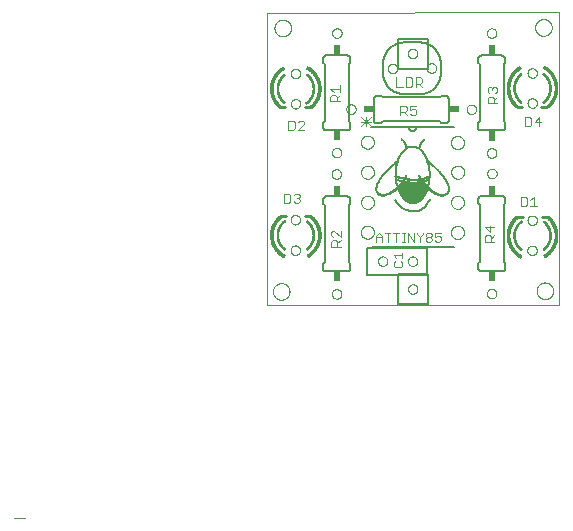
<source format=gto>
G75*
%MOIN*%
%OFA0B0*%
%FSLAX25Y25*%
%IPPOS*%
%LPD*%
%AMOC8*
5,1,8,0,0,1.08239X$1,22.5*
%
%ADD10C,0.00000*%
%ADD11R,0.01320X0.00060*%
%ADD12R,0.01920X0.00060*%
%ADD13R,0.02280X0.00060*%
%ADD14R,0.02640X0.00060*%
%ADD15R,0.02880X0.00060*%
%ADD16R,0.03120X0.00060*%
%ADD17R,0.03480X0.00060*%
%ADD18R,0.03720X0.00060*%
%ADD19R,0.03900X0.00060*%
%ADD20R,0.04080X0.00060*%
%ADD21R,0.04320X0.00060*%
%ADD22R,0.04440X0.00060*%
%ADD23R,0.04680X0.00060*%
%ADD24R,0.04800X0.00060*%
%ADD25R,0.05040X0.00060*%
%ADD26R,0.05160X0.00060*%
%ADD27R,0.05280X0.00060*%
%ADD28R,0.05400X0.00060*%
%ADD29R,0.05640X0.00060*%
%ADD30R,0.05760X0.00060*%
%ADD31R,0.05880X0.00060*%
%ADD32R,0.06000X0.00060*%
%ADD33R,0.06120X0.00060*%
%ADD34R,0.06240X0.00060*%
%ADD35R,0.06360X0.00060*%
%ADD36R,0.06480X0.00060*%
%ADD37R,0.06600X0.00060*%
%ADD38R,0.06720X0.00060*%
%ADD39R,0.06780X0.00060*%
%ADD40R,0.06840X0.00060*%
%ADD41R,0.06960X0.00060*%
%ADD42R,0.07080X0.00060*%
%ADD43R,0.07200X0.00060*%
%ADD44R,0.07320X0.00060*%
%ADD45R,0.07440X0.00060*%
%ADD46R,0.07560X0.00060*%
%ADD47R,0.07680X0.00060*%
%ADD48R,0.07800X0.00060*%
%ADD49R,0.07920X0.00060*%
%ADD50R,0.01560X0.00060*%
%ADD51R,0.08040X0.00060*%
%ADD52R,0.08160X0.00060*%
%ADD53R,0.02160X0.00060*%
%ADD54R,0.02520X0.00060*%
%ADD55R,0.08280X0.00060*%
%ADD56R,0.02520X0.00060*%
%ADD57R,0.03000X0.00060*%
%ADD58R,0.08400X0.00060*%
%ADD59R,0.03300X0.00060*%
%ADD60R,0.08520X0.00060*%
%ADD61R,0.03660X0.00060*%
%ADD62R,0.08580X0.00060*%
%ADD63R,0.03960X0.00060*%
%ADD64R,0.08640X0.00060*%
%ADD65R,0.04140X0.00060*%
%ADD66R,0.08700X0.00060*%
%ADD67R,0.04140X0.00060*%
%ADD68R,0.08760X0.00060*%
%ADD69R,0.01140X0.00060*%
%ADD70R,0.01740X0.00060*%
%ADD71R,0.08880X0.00060*%
%ADD72R,0.01020X0.00060*%
%ADD73R,0.01020X0.00060*%
%ADD74R,0.00960X0.00060*%
%ADD75R,0.09000X0.00060*%
%ADD76R,0.00900X0.00060*%
%ADD77R,0.01440X0.00060*%
%ADD78R,0.09120X0.00060*%
%ADD79R,0.01440X0.00060*%
%ADD80R,0.00780X0.00060*%
%ADD81R,0.00720X0.00060*%
%ADD82R,0.01260X0.00060*%
%ADD83R,0.09240X0.00060*%
%ADD84R,0.00720X0.00060*%
%ADD85R,0.01200X0.00060*%
%ADD86R,0.09360X0.00060*%
%ADD87R,0.00660X0.00060*%
%ADD88R,0.09480X0.00060*%
%ADD89R,0.09600X0.00060*%
%ADD90R,0.01080X0.00060*%
%ADD91R,0.09720X0.00060*%
%ADD92R,0.00600X0.00060*%
%ADD93R,0.09840X0.00060*%
%ADD94R,0.01140X0.00060*%
%ADD95R,0.09960X0.00060*%
%ADD96R,0.10080X0.00060*%
%ADD97R,0.10200X0.00060*%
%ADD98R,0.12120X0.00060*%
%ADD99R,0.12000X0.00060*%
%ADD100R,0.11880X0.00060*%
%ADD101R,0.11760X0.00060*%
%ADD102R,0.11400X0.00060*%
%ADD103R,0.11280X0.00060*%
%ADD104R,0.11160X0.00060*%
%ADD105R,0.10920X0.00060*%
%ADD106R,0.10680X0.00060*%
%ADD107R,0.10800X0.00060*%
%ADD108R,0.00480X0.00060*%
%ADD109R,0.00540X0.00060*%
%ADD110R,0.00540X0.00060*%
%ADD111R,0.07620X0.00060*%
%ADD112R,0.02820X0.00060*%
%ADD113R,0.02460X0.00060*%
%ADD114R,0.02340X0.00060*%
%ADD115R,0.01920X0.00060*%
%ADD116R,0.02040X0.00060*%
%ADD117R,0.02220X0.00060*%
%ADD118R,0.01980X0.00060*%
%ADD119R,0.02580X0.00060*%
%ADD120R,0.03720X0.00060*%
%ADD121R,0.01620X0.00060*%
%ADD122R,0.01680X0.00060*%
%ADD123R,0.05100X0.00060*%
%ADD124R,0.01500X0.00060*%
%ADD125R,0.06540X0.00060*%
%ADD126R,0.06840X0.00060*%
%ADD127R,0.07380X0.00060*%
%ADD128R,0.02820X0.00060*%
%ADD129R,0.01800X0.00060*%
%ADD130R,0.00060X0.00060*%
%ADD131R,0.02100X0.00060*%
%ADD132R,0.01860X0.00060*%
%ADD133R,0.01380X0.00060*%
%ADD134R,0.00360X0.00060*%
%ADD135R,0.00840X0.00060*%
%ADD136R,0.00840X0.00060*%
%ADD137R,0.01320X0.00060*%
%ADD138R,0.01740X0.00060*%
%ADD139R,0.04200X0.00060*%
%ADD140R,0.03240X0.00060*%
%ADD141R,0.02700X0.00060*%
%ADD142R,0.00300X0.00060*%
%ADD143C,0.00500*%
%ADD144C,0.00300*%
%ADD145C,0.00060*%
%ADD146C,0.00100*%
%ADD147C,0.01000*%
%ADD148C,0.00400*%
%ADD149C,0.00600*%
%ADD150R,0.02400X0.03400*%
%ADD151R,0.03400X0.02400*%
D10*
X0003020Y0003000D02*
X0003060Y0003000D01*
X0003080Y0003020D01*
X0003110Y0003020D02*
X0003110Y0003000D01*
X0003131Y0003000D01*
X0003131Y0003020D01*
X0003110Y0003020D01*
X0003110Y0003060D02*
X0003110Y0003080D01*
X0003131Y0003080D01*
X0003131Y0003060D01*
X0003110Y0003060D01*
X0003080Y0003100D02*
X0003060Y0003120D01*
X0003020Y0003120D01*
X0003000Y0003100D01*
X0003000Y0003020D01*
X0003020Y0003000D01*
X0003166Y0003000D02*
X0003246Y0003120D01*
X0003276Y0003120D02*
X0003276Y0003020D01*
X0003296Y0003000D01*
X0003336Y0003000D01*
X0003356Y0003020D01*
X0003356Y0003120D01*
X0003407Y0003080D02*
X0003467Y0003080D01*
X0003497Y0003060D02*
X0003517Y0003080D01*
X0003557Y0003080D01*
X0003577Y0003060D01*
X0003577Y0003040D01*
X0003497Y0003040D01*
X0003497Y0003020D02*
X0003497Y0003060D01*
X0003497Y0003020D02*
X0003517Y0003000D01*
X0003557Y0003000D01*
X0003608Y0003000D02*
X0003608Y0003080D01*
X0003648Y0003080D02*
X0003668Y0003080D01*
X0003648Y0003080D02*
X0003608Y0003040D01*
X0003700Y0003060D02*
X0003720Y0003080D01*
X0003780Y0003080D01*
X0003760Y0003040D02*
X0003720Y0003040D01*
X0003700Y0003060D01*
X0003700Y0003000D02*
X0003760Y0003000D01*
X0003780Y0003020D01*
X0003760Y0003040D01*
X0003810Y0003000D02*
X0003890Y0003120D01*
X0003961Y0003120D02*
X0004001Y0003120D01*
X0003981Y0003120D02*
X0003981Y0003020D01*
X0003961Y0003000D01*
X0003941Y0003000D01*
X0003921Y0003020D01*
X0004031Y0003020D02*
X0004051Y0003000D01*
X0004091Y0003000D01*
X0004111Y0003020D01*
X0004111Y0003060D01*
X0004091Y0003080D01*
X0004051Y0003080D01*
X0004031Y0003060D01*
X0004031Y0003020D01*
X0004142Y0003000D02*
X0004142Y0003080D01*
X0004182Y0003080D02*
X0004202Y0003080D01*
X0004182Y0003080D02*
X0004142Y0003040D01*
X0004234Y0003020D02*
X0004254Y0003000D01*
X0004314Y0003000D01*
X0004314Y0002980D02*
X0004314Y0003080D01*
X0004254Y0003080D01*
X0004234Y0003060D01*
X0004234Y0003020D01*
X0004274Y0002960D02*
X0004294Y0002960D01*
X0004314Y0002980D01*
X0004344Y0003020D02*
X0004344Y0003060D01*
X0004364Y0003080D01*
X0004404Y0003080D01*
X0004424Y0003060D01*
X0004424Y0003040D01*
X0004344Y0003040D01*
X0004344Y0003020D02*
X0004364Y0003000D01*
X0004404Y0003000D01*
X0004565Y0003120D02*
X0004645Y0003120D01*
X0004605Y0003120D02*
X0004605Y0003000D01*
X0004676Y0003000D02*
X0004676Y0003080D01*
X0004716Y0003080D02*
X0004736Y0003080D01*
X0004716Y0003080D02*
X0004676Y0003040D01*
X0004768Y0003000D02*
X0004808Y0003000D01*
X0004788Y0003000D02*
X0004788Y0003080D01*
X0004768Y0003080D01*
X0004788Y0003120D02*
X0004788Y0003140D01*
X0004842Y0003080D02*
X0004902Y0003080D01*
X0004922Y0003060D01*
X0004922Y0003000D01*
X0004952Y0003020D02*
X0004972Y0003000D01*
X0005032Y0003000D01*
X0005063Y0003020D02*
X0005083Y0003040D01*
X0005143Y0003040D01*
X0005143Y0003060D02*
X0005143Y0003000D01*
X0005083Y0003000D01*
X0005063Y0003020D01*
X0005083Y0003080D02*
X0005123Y0003080D01*
X0005143Y0003060D01*
X0005173Y0003060D02*
X0005193Y0003080D01*
X0005253Y0003080D01*
X0005284Y0003060D02*
X0005284Y0003020D01*
X0005304Y0003000D01*
X0005344Y0003000D01*
X0005364Y0003020D01*
X0005364Y0003060D01*
X0005344Y0003080D01*
X0005304Y0003080D01*
X0005284Y0003060D01*
X0005253Y0003000D02*
X0005193Y0003000D01*
X0005173Y0003020D01*
X0005173Y0003060D01*
X0005253Y0003120D02*
X0005253Y0003000D01*
X0005394Y0003000D02*
X0005474Y0003120D01*
X0005505Y0003120D02*
X0005565Y0003120D01*
X0005585Y0003100D01*
X0005585Y0003020D01*
X0005565Y0003000D01*
X0005505Y0003000D01*
X0005505Y0003120D01*
X0005615Y0003060D02*
X0005635Y0003080D01*
X0005675Y0003080D01*
X0005695Y0003060D01*
X0005695Y0003040D01*
X0005615Y0003040D01*
X0005615Y0003020D02*
X0005615Y0003060D01*
X0005615Y0003020D02*
X0005635Y0003000D01*
X0005675Y0003000D01*
X0005726Y0003000D02*
X0005786Y0003000D01*
X0005806Y0003020D01*
X0005786Y0003040D01*
X0005746Y0003040D01*
X0005726Y0003060D01*
X0005746Y0003080D01*
X0005806Y0003080D01*
X0005836Y0003040D02*
X0005896Y0003080D01*
X0005928Y0003080D02*
X0005968Y0003080D01*
X0005948Y0003100D02*
X0005948Y0003020D01*
X0005968Y0003000D01*
X0006002Y0003020D02*
X0006022Y0003000D01*
X0006062Y0003000D01*
X0006082Y0003020D01*
X0006082Y0003060D01*
X0006062Y0003080D01*
X0006022Y0003080D01*
X0006002Y0003060D01*
X0006002Y0003020D01*
X0005896Y0003000D02*
X0005836Y0003040D01*
X0005836Y0003000D02*
X0005836Y0003120D01*
X0006112Y0003080D02*
X0006172Y0003080D01*
X0006192Y0003060D01*
X0006192Y0003020D01*
X0006172Y0003000D01*
X0006112Y0003000D01*
X0006112Y0002960D02*
X0006112Y0003080D01*
X0006223Y0003000D02*
X0006303Y0003120D01*
X0006353Y0003100D02*
X0006373Y0003120D01*
X0006353Y0003100D02*
X0006353Y0003000D01*
X0006333Y0003060D02*
X0006373Y0003060D01*
X0006407Y0003060D02*
X0006447Y0003060D01*
X0006427Y0003100D02*
X0006447Y0003120D01*
X0006427Y0003100D02*
X0006427Y0003000D01*
X0006481Y0003000D02*
X0006561Y0003080D01*
X0006561Y0003100D01*
X0006541Y0003120D01*
X0006501Y0003120D01*
X0006481Y0003100D01*
X0006481Y0003000D02*
X0006561Y0003000D01*
X0006591Y0003000D02*
X0006611Y0003000D01*
X0006611Y0003020D01*
X0006591Y0003020D01*
X0006591Y0003000D01*
X0006646Y0003000D02*
X0006706Y0003000D01*
X0006726Y0003020D01*
X0006726Y0003060D01*
X0006706Y0003080D01*
X0006646Y0003080D01*
X0006646Y0003120D02*
X0006646Y0003000D01*
X0006757Y0003000D02*
X0006757Y0003080D01*
X0006777Y0003080D01*
X0006797Y0003060D01*
X0006817Y0003080D01*
X0006837Y0003060D01*
X0006837Y0003000D01*
X0006867Y0003000D02*
X0006927Y0003000D01*
X0006947Y0003020D01*
X0006947Y0003060D01*
X0006927Y0003080D01*
X0006867Y0003080D01*
X0006867Y0002960D01*
X0006797Y0003000D02*
X0006797Y0003060D01*
X0005032Y0003080D02*
X0004972Y0003080D01*
X0004952Y0003060D01*
X0004952Y0003020D01*
X0004842Y0003000D02*
X0004842Y0003080D01*
X0003467Y0003020D02*
X0003447Y0003040D01*
X0003407Y0003040D01*
X0003387Y0003060D01*
X0003407Y0003080D01*
X0003387Y0003000D02*
X0003447Y0003000D01*
X0003467Y0003020D01*
X0087560Y0073920D02*
X0087460Y0171521D01*
X0184721Y0171701D01*
X0184821Y0074100D01*
X0087560Y0073920D01*
X0089444Y0078580D02*
X0089446Y0078685D01*
X0089452Y0078790D01*
X0089462Y0078894D01*
X0089476Y0078998D01*
X0089494Y0079102D01*
X0089516Y0079204D01*
X0089541Y0079306D01*
X0089571Y0079407D01*
X0089604Y0079506D01*
X0089641Y0079604D01*
X0089682Y0079701D01*
X0089727Y0079796D01*
X0089775Y0079889D01*
X0089826Y0079981D01*
X0089882Y0080070D01*
X0089940Y0080157D01*
X0090002Y0080242D01*
X0090066Y0080325D01*
X0090134Y0080405D01*
X0090205Y0080482D01*
X0090279Y0080556D01*
X0090356Y0080628D01*
X0090435Y0080697D01*
X0090517Y0080762D01*
X0090601Y0080825D01*
X0090688Y0080884D01*
X0090777Y0080940D01*
X0090868Y0080993D01*
X0090961Y0081042D01*
X0091055Y0081087D01*
X0091151Y0081129D01*
X0091249Y0081167D01*
X0091348Y0081201D01*
X0091449Y0081232D01*
X0091550Y0081258D01*
X0091653Y0081281D01*
X0091756Y0081300D01*
X0091860Y0081315D01*
X0091964Y0081326D01*
X0092069Y0081333D01*
X0092174Y0081336D01*
X0092279Y0081335D01*
X0092384Y0081330D01*
X0092488Y0081321D01*
X0092592Y0081308D01*
X0092696Y0081291D01*
X0092799Y0081270D01*
X0092901Y0081245D01*
X0093002Y0081217D01*
X0093101Y0081184D01*
X0093200Y0081148D01*
X0093297Y0081108D01*
X0093392Y0081065D01*
X0093486Y0081017D01*
X0093578Y0080967D01*
X0093668Y0080913D01*
X0093756Y0080855D01*
X0093841Y0080794D01*
X0093924Y0080730D01*
X0094005Y0080663D01*
X0094083Y0080593D01*
X0094158Y0080519D01*
X0094230Y0080444D01*
X0094300Y0080365D01*
X0094366Y0080284D01*
X0094430Y0080200D01*
X0094490Y0080114D01*
X0094546Y0080026D01*
X0094600Y0079935D01*
X0094650Y0079843D01*
X0094696Y0079749D01*
X0094739Y0079653D01*
X0094778Y0079555D01*
X0094813Y0079457D01*
X0094844Y0079356D01*
X0094872Y0079255D01*
X0094896Y0079153D01*
X0094916Y0079050D01*
X0094932Y0078946D01*
X0094944Y0078842D01*
X0094952Y0078737D01*
X0094956Y0078632D01*
X0094956Y0078528D01*
X0094952Y0078423D01*
X0094944Y0078318D01*
X0094932Y0078214D01*
X0094916Y0078110D01*
X0094896Y0078007D01*
X0094872Y0077905D01*
X0094844Y0077804D01*
X0094813Y0077703D01*
X0094778Y0077605D01*
X0094739Y0077507D01*
X0094696Y0077411D01*
X0094650Y0077317D01*
X0094600Y0077225D01*
X0094546Y0077134D01*
X0094490Y0077046D01*
X0094430Y0076960D01*
X0094366Y0076876D01*
X0094300Y0076795D01*
X0094230Y0076716D01*
X0094158Y0076641D01*
X0094083Y0076567D01*
X0094005Y0076497D01*
X0093924Y0076430D01*
X0093841Y0076366D01*
X0093756Y0076305D01*
X0093668Y0076247D01*
X0093578Y0076193D01*
X0093486Y0076143D01*
X0093392Y0076095D01*
X0093297Y0076052D01*
X0093200Y0076012D01*
X0093101Y0075976D01*
X0093002Y0075943D01*
X0092901Y0075915D01*
X0092799Y0075890D01*
X0092696Y0075869D01*
X0092592Y0075852D01*
X0092488Y0075839D01*
X0092384Y0075830D01*
X0092279Y0075825D01*
X0092174Y0075824D01*
X0092069Y0075827D01*
X0091964Y0075834D01*
X0091860Y0075845D01*
X0091756Y0075860D01*
X0091653Y0075879D01*
X0091550Y0075902D01*
X0091449Y0075928D01*
X0091348Y0075959D01*
X0091249Y0075993D01*
X0091151Y0076031D01*
X0091055Y0076073D01*
X0090961Y0076118D01*
X0090868Y0076167D01*
X0090777Y0076220D01*
X0090688Y0076276D01*
X0090601Y0076335D01*
X0090517Y0076398D01*
X0090435Y0076463D01*
X0090356Y0076532D01*
X0090279Y0076604D01*
X0090205Y0076678D01*
X0090134Y0076755D01*
X0090066Y0076835D01*
X0090002Y0076918D01*
X0089940Y0077003D01*
X0089882Y0077090D01*
X0089826Y0077179D01*
X0089775Y0077271D01*
X0089727Y0077364D01*
X0089682Y0077459D01*
X0089641Y0077556D01*
X0089604Y0077654D01*
X0089571Y0077753D01*
X0089541Y0077854D01*
X0089516Y0077956D01*
X0089494Y0078058D01*
X0089476Y0078162D01*
X0089462Y0078266D01*
X0089452Y0078370D01*
X0089446Y0078475D01*
X0089444Y0078580D01*
X0095325Y0092340D02*
X0095327Y0092419D01*
X0095333Y0092498D01*
X0095343Y0092577D01*
X0095357Y0092655D01*
X0095374Y0092732D01*
X0095396Y0092808D01*
X0095421Y0092883D01*
X0095451Y0092956D01*
X0095483Y0093028D01*
X0095520Y0093099D01*
X0095560Y0093167D01*
X0095603Y0093233D01*
X0095649Y0093297D01*
X0095699Y0093359D01*
X0095752Y0093418D01*
X0095807Y0093474D01*
X0095866Y0093528D01*
X0095927Y0093578D01*
X0095990Y0093626D01*
X0096056Y0093670D01*
X0096124Y0093711D01*
X0096194Y0093748D01*
X0096265Y0093782D01*
X0096339Y0093812D01*
X0096413Y0093838D01*
X0096489Y0093860D01*
X0096566Y0093879D01*
X0096644Y0093894D01*
X0096722Y0093905D01*
X0096801Y0093912D01*
X0096880Y0093915D01*
X0096959Y0093914D01*
X0097038Y0093909D01*
X0097117Y0093900D01*
X0097195Y0093887D01*
X0097272Y0093870D01*
X0097349Y0093850D01*
X0097424Y0093825D01*
X0097498Y0093797D01*
X0097571Y0093765D01*
X0097641Y0093730D01*
X0097710Y0093691D01*
X0097777Y0093648D01*
X0097842Y0093602D01*
X0097904Y0093554D01*
X0097964Y0093502D01*
X0098021Y0093447D01*
X0098075Y0093389D01*
X0098126Y0093329D01*
X0098174Y0093266D01*
X0098219Y0093201D01*
X0098261Y0093133D01*
X0098299Y0093064D01*
X0098333Y0092993D01*
X0098364Y0092920D01*
X0098392Y0092845D01*
X0098415Y0092770D01*
X0098435Y0092693D01*
X0098451Y0092616D01*
X0098463Y0092537D01*
X0098471Y0092459D01*
X0098475Y0092380D01*
X0098475Y0092300D01*
X0098471Y0092221D01*
X0098463Y0092143D01*
X0098451Y0092064D01*
X0098435Y0091987D01*
X0098415Y0091910D01*
X0098392Y0091835D01*
X0098364Y0091760D01*
X0098333Y0091687D01*
X0098299Y0091616D01*
X0098261Y0091547D01*
X0098219Y0091479D01*
X0098174Y0091414D01*
X0098126Y0091351D01*
X0098075Y0091291D01*
X0098021Y0091233D01*
X0097964Y0091178D01*
X0097904Y0091126D01*
X0097842Y0091078D01*
X0097777Y0091032D01*
X0097710Y0090989D01*
X0097641Y0090950D01*
X0097571Y0090915D01*
X0097498Y0090883D01*
X0097424Y0090855D01*
X0097349Y0090830D01*
X0097272Y0090810D01*
X0097195Y0090793D01*
X0097117Y0090780D01*
X0097038Y0090771D01*
X0096959Y0090766D01*
X0096880Y0090765D01*
X0096801Y0090768D01*
X0096722Y0090775D01*
X0096644Y0090786D01*
X0096566Y0090801D01*
X0096489Y0090820D01*
X0096413Y0090842D01*
X0096339Y0090868D01*
X0096265Y0090898D01*
X0096194Y0090932D01*
X0096124Y0090969D01*
X0096056Y0091010D01*
X0095990Y0091054D01*
X0095927Y0091102D01*
X0095866Y0091152D01*
X0095807Y0091206D01*
X0095752Y0091262D01*
X0095699Y0091321D01*
X0095649Y0091383D01*
X0095603Y0091447D01*
X0095560Y0091513D01*
X0095520Y0091581D01*
X0095483Y0091652D01*
X0095451Y0091724D01*
X0095421Y0091797D01*
X0095396Y0091872D01*
X0095374Y0091948D01*
X0095357Y0092025D01*
X0095343Y0092103D01*
X0095333Y0092182D01*
X0095327Y0092261D01*
X0095325Y0092340D01*
X0095325Y0102480D02*
X0095327Y0102559D01*
X0095333Y0102638D01*
X0095343Y0102717D01*
X0095357Y0102795D01*
X0095374Y0102872D01*
X0095396Y0102948D01*
X0095421Y0103023D01*
X0095451Y0103096D01*
X0095483Y0103168D01*
X0095520Y0103239D01*
X0095560Y0103307D01*
X0095603Y0103373D01*
X0095649Y0103437D01*
X0095699Y0103499D01*
X0095752Y0103558D01*
X0095807Y0103614D01*
X0095866Y0103668D01*
X0095927Y0103718D01*
X0095990Y0103766D01*
X0096056Y0103810D01*
X0096124Y0103851D01*
X0096194Y0103888D01*
X0096265Y0103922D01*
X0096339Y0103952D01*
X0096413Y0103978D01*
X0096489Y0104000D01*
X0096566Y0104019D01*
X0096644Y0104034D01*
X0096722Y0104045D01*
X0096801Y0104052D01*
X0096880Y0104055D01*
X0096959Y0104054D01*
X0097038Y0104049D01*
X0097117Y0104040D01*
X0097195Y0104027D01*
X0097272Y0104010D01*
X0097349Y0103990D01*
X0097424Y0103965D01*
X0097498Y0103937D01*
X0097571Y0103905D01*
X0097641Y0103870D01*
X0097710Y0103831D01*
X0097777Y0103788D01*
X0097842Y0103742D01*
X0097904Y0103694D01*
X0097964Y0103642D01*
X0098021Y0103587D01*
X0098075Y0103529D01*
X0098126Y0103469D01*
X0098174Y0103406D01*
X0098219Y0103341D01*
X0098261Y0103273D01*
X0098299Y0103204D01*
X0098333Y0103133D01*
X0098364Y0103060D01*
X0098392Y0102985D01*
X0098415Y0102910D01*
X0098435Y0102833D01*
X0098451Y0102756D01*
X0098463Y0102677D01*
X0098471Y0102599D01*
X0098475Y0102520D01*
X0098475Y0102440D01*
X0098471Y0102361D01*
X0098463Y0102283D01*
X0098451Y0102204D01*
X0098435Y0102127D01*
X0098415Y0102050D01*
X0098392Y0101975D01*
X0098364Y0101900D01*
X0098333Y0101827D01*
X0098299Y0101756D01*
X0098261Y0101687D01*
X0098219Y0101619D01*
X0098174Y0101554D01*
X0098126Y0101491D01*
X0098075Y0101431D01*
X0098021Y0101373D01*
X0097964Y0101318D01*
X0097904Y0101266D01*
X0097842Y0101218D01*
X0097777Y0101172D01*
X0097710Y0101129D01*
X0097641Y0101090D01*
X0097571Y0101055D01*
X0097498Y0101023D01*
X0097424Y0100995D01*
X0097349Y0100970D01*
X0097272Y0100950D01*
X0097195Y0100933D01*
X0097117Y0100920D01*
X0097038Y0100911D01*
X0096959Y0100906D01*
X0096880Y0100905D01*
X0096801Y0100908D01*
X0096722Y0100915D01*
X0096644Y0100926D01*
X0096566Y0100941D01*
X0096489Y0100960D01*
X0096413Y0100982D01*
X0096339Y0101008D01*
X0096265Y0101038D01*
X0096194Y0101072D01*
X0096124Y0101109D01*
X0096056Y0101150D01*
X0095990Y0101194D01*
X0095927Y0101242D01*
X0095866Y0101292D01*
X0095807Y0101346D01*
X0095752Y0101402D01*
X0095699Y0101461D01*
X0095649Y0101523D01*
X0095603Y0101587D01*
X0095560Y0101653D01*
X0095520Y0101721D01*
X0095483Y0101792D01*
X0095451Y0101864D01*
X0095421Y0101937D01*
X0095396Y0102012D01*
X0095374Y0102088D01*
X0095357Y0102165D01*
X0095343Y0102243D01*
X0095333Y0102322D01*
X0095327Y0102401D01*
X0095325Y0102480D01*
X0109005Y0117720D02*
X0109007Y0117799D01*
X0109013Y0117878D01*
X0109023Y0117957D01*
X0109037Y0118035D01*
X0109054Y0118112D01*
X0109076Y0118188D01*
X0109101Y0118263D01*
X0109131Y0118336D01*
X0109163Y0118408D01*
X0109200Y0118479D01*
X0109240Y0118547D01*
X0109283Y0118613D01*
X0109329Y0118677D01*
X0109379Y0118739D01*
X0109432Y0118798D01*
X0109487Y0118854D01*
X0109546Y0118908D01*
X0109607Y0118958D01*
X0109670Y0119006D01*
X0109736Y0119050D01*
X0109804Y0119091D01*
X0109874Y0119128D01*
X0109945Y0119162D01*
X0110019Y0119192D01*
X0110093Y0119218D01*
X0110169Y0119240D01*
X0110246Y0119259D01*
X0110324Y0119274D01*
X0110402Y0119285D01*
X0110481Y0119292D01*
X0110560Y0119295D01*
X0110639Y0119294D01*
X0110718Y0119289D01*
X0110797Y0119280D01*
X0110875Y0119267D01*
X0110952Y0119250D01*
X0111029Y0119230D01*
X0111104Y0119205D01*
X0111178Y0119177D01*
X0111251Y0119145D01*
X0111321Y0119110D01*
X0111390Y0119071D01*
X0111457Y0119028D01*
X0111522Y0118982D01*
X0111584Y0118934D01*
X0111644Y0118882D01*
X0111701Y0118827D01*
X0111755Y0118769D01*
X0111806Y0118709D01*
X0111854Y0118646D01*
X0111899Y0118581D01*
X0111941Y0118513D01*
X0111979Y0118444D01*
X0112013Y0118373D01*
X0112044Y0118300D01*
X0112072Y0118225D01*
X0112095Y0118150D01*
X0112115Y0118073D01*
X0112131Y0117996D01*
X0112143Y0117917D01*
X0112151Y0117839D01*
X0112155Y0117760D01*
X0112155Y0117680D01*
X0112151Y0117601D01*
X0112143Y0117523D01*
X0112131Y0117444D01*
X0112115Y0117367D01*
X0112095Y0117290D01*
X0112072Y0117215D01*
X0112044Y0117140D01*
X0112013Y0117067D01*
X0111979Y0116996D01*
X0111941Y0116927D01*
X0111899Y0116859D01*
X0111854Y0116794D01*
X0111806Y0116731D01*
X0111755Y0116671D01*
X0111701Y0116613D01*
X0111644Y0116558D01*
X0111584Y0116506D01*
X0111522Y0116458D01*
X0111457Y0116412D01*
X0111390Y0116369D01*
X0111321Y0116330D01*
X0111251Y0116295D01*
X0111178Y0116263D01*
X0111104Y0116235D01*
X0111029Y0116210D01*
X0110952Y0116190D01*
X0110875Y0116173D01*
X0110797Y0116160D01*
X0110718Y0116151D01*
X0110639Y0116146D01*
X0110560Y0116145D01*
X0110481Y0116148D01*
X0110402Y0116155D01*
X0110324Y0116166D01*
X0110246Y0116181D01*
X0110169Y0116200D01*
X0110093Y0116222D01*
X0110019Y0116248D01*
X0109945Y0116278D01*
X0109874Y0116312D01*
X0109804Y0116349D01*
X0109736Y0116390D01*
X0109670Y0116434D01*
X0109607Y0116482D01*
X0109546Y0116532D01*
X0109487Y0116586D01*
X0109432Y0116642D01*
X0109379Y0116701D01*
X0109329Y0116763D01*
X0109283Y0116827D01*
X0109240Y0116893D01*
X0109200Y0116961D01*
X0109163Y0117032D01*
X0109131Y0117104D01*
X0109101Y0117177D01*
X0109076Y0117252D01*
X0109054Y0117328D01*
X0109037Y0117405D01*
X0109023Y0117483D01*
X0109013Y0117562D01*
X0109007Y0117641D01*
X0109005Y0117720D01*
X0109125Y0124860D02*
X0109127Y0124939D01*
X0109133Y0125018D01*
X0109143Y0125097D01*
X0109157Y0125175D01*
X0109174Y0125252D01*
X0109196Y0125328D01*
X0109221Y0125403D01*
X0109251Y0125476D01*
X0109283Y0125548D01*
X0109320Y0125619D01*
X0109360Y0125687D01*
X0109403Y0125753D01*
X0109449Y0125817D01*
X0109499Y0125879D01*
X0109552Y0125938D01*
X0109607Y0125994D01*
X0109666Y0126048D01*
X0109727Y0126098D01*
X0109790Y0126146D01*
X0109856Y0126190D01*
X0109924Y0126231D01*
X0109994Y0126268D01*
X0110065Y0126302D01*
X0110139Y0126332D01*
X0110213Y0126358D01*
X0110289Y0126380D01*
X0110366Y0126399D01*
X0110444Y0126414D01*
X0110522Y0126425D01*
X0110601Y0126432D01*
X0110680Y0126435D01*
X0110759Y0126434D01*
X0110838Y0126429D01*
X0110917Y0126420D01*
X0110995Y0126407D01*
X0111072Y0126390D01*
X0111149Y0126370D01*
X0111224Y0126345D01*
X0111298Y0126317D01*
X0111371Y0126285D01*
X0111441Y0126250D01*
X0111510Y0126211D01*
X0111577Y0126168D01*
X0111642Y0126122D01*
X0111704Y0126074D01*
X0111764Y0126022D01*
X0111821Y0125967D01*
X0111875Y0125909D01*
X0111926Y0125849D01*
X0111974Y0125786D01*
X0112019Y0125721D01*
X0112061Y0125653D01*
X0112099Y0125584D01*
X0112133Y0125513D01*
X0112164Y0125440D01*
X0112192Y0125365D01*
X0112215Y0125290D01*
X0112235Y0125213D01*
X0112251Y0125136D01*
X0112263Y0125057D01*
X0112271Y0124979D01*
X0112275Y0124900D01*
X0112275Y0124820D01*
X0112271Y0124741D01*
X0112263Y0124663D01*
X0112251Y0124584D01*
X0112235Y0124507D01*
X0112215Y0124430D01*
X0112192Y0124355D01*
X0112164Y0124280D01*
X0112133Y0124207D01*
X0112099Y0124136D01*
X0112061Y0124067D01*
X0112019Y0123999D01*
X0111974Y0123934D01*
X0111926Y0123871D01*
X0111875Y0123811D01*
X0111821Y0123753D01*
X0111764Y0123698D01*
X0111704Y0123646D01*
X0111642Y0123598D01*
X0111577Y0123552D01*
X0111510Y0123509D01*
X0111441Y0123470D01*
X0111371Y0123435D01*
X0111298Y0123403D01*
X0111224Y0123375D01*
X0111149Y0123350D01*
X0111072Y0123330D01*
X0110995Y0123313D01*
X0110917Y0123300D01*
X0110838Y0123291D01*
X0110759Y0123286D01*
X0110680Y0123285D01*
X0110601Y0123288D01*
X0110522Y0123295D01*
X0110444Y0123306D01*
X0110366Y0123321D01*
X0110289Y0123340D01*
X0110213Y0123362D01*
X0110139Y0123388D01*
X0110065Y0123418D01*
X0109994Y0123452D01*
X0109924Y0123489D01*
X0109856Y0123530D01*
X0109790Y0123574D01*
X0109727Y0123622D01*
X0109666Y0123672D01*
X0109607Y0123726D01*
X0109552Y0123782D01*
X0109499Y0123841D01*
X0109449Y0123903D01*
X0109403Y0123967D01*
X0109360Y0124033D01*
X0109320Y0124101D01*
X0109283Y0124172D01*
X0109251Y0124244D01*
X0109221Y0124317D01*
X0109196Y0124392D01*
X0109174Y0124468D01*
X0109157Y0124545D01*
X0109143Y0124623D01*
X0109133Y0124702D01*
X0109127Y0124781D01*
X0109125Y0124860D01*
X0118735Y0128340D02*
X0118737Y0128433D01*
X0118743Y0128525D01*
X0118753Y0128617D01*
X0118767Y0128708D01*
X0118784Y0128799D01*
X0118806Y0128889D01*
X0118831Y0128978D01*
X0118860Y0129066D01*
X0118893Y0129152D01*
X0118930Y0129237D01*
X0118970Y0129321D01*
X0119014Y0129402D01*
X0119061Y0129482D01*
X0119111Y0129560D01*
X0119165Y0129635D01*
X0119222Y0129708D01*
X0119282Y0129778D01*
X0119345Y0129846D01*
X0119411Y0129911D01*
X0119479Y0129973D01*
X0119550Y0130033D01*
X0119624Y0130089D01*
X0119700Y0130142D01*
X0119778Y0130191D01*
X0119858Y0130238D01*
X0119940Y0130280D01*
X0120024Y0130320D01*
X0120109Y0130355D01*
X0120196Y0130387D01*
X0120284Y0130416D01*
X0120373Y0130440D01*
X0120463Y0130461D01*
X0120554Y0130477D01*
X0120646Y0130490D01*
X0120738Y0130499D01*
X0120831Y0130504D01*
X0120923Y0130505D01*
X0121016Y0130502D01*
X0121108Y0130495D01*
X0121200Y0130484D01*
X0121291Y0130469D01*
X0121382Y0130451D01*
X0121472Y0130428D01*
X0121560Y0130402D01*
X0121648Y0130372D01*
X0121734Y0130338D01*
X0121818Y0130301D01*
X0121901Y0130259D01*
X0121982Y0130215D01*
X0122062Y0130167D01*
X0122139Y0130116D01*
X0122213Y0130061D01*
X0122286Y0130003D01*
X0122356Y0129943D01*
X0122423Y0129879D01*
X0122487Y0129813D01*
X0122549Y0129743D01*
X0122607Y0129672D01*
X0122662Y0129598D01*
X0122714Y0129521D01*
X0122763Y0129442D01*
X0122809Y0129362D01*
X0122851Y0129279D01*
X0122889Y0129195D01*
X0122924Y0129109D01*
X0122955Y0129022D01*
X0122982Y0128934D01*
X0123005Y0128844D01*
X0123025Y0128754D01*
X0123041Y0128663D01*
X0123053Y0128571D01*
X0123061Y0128479D01*
X0123065Y0128386D01*
X0123065Y0128294D01*
X0123061Y0128201D01*
X0123053Y0128109D01*
X0123041Y0128017D01*
X0123025Y0127926D01*
X0123005Y0127836D01*
X0122982Y0127746D01*
X0122955Y0127658D01*
X0122924Y0127571D01*
X0122889Y0127485D01*
X0122851Y0127401D01*
X0122809Y0127318D01*
X0122763Y0127238D01*
X0122714Y0127159D01*
X0122662Y0127082D01*
X0122607Y0127008D01*
X0122549Y0126937D01*
X0122487Y0126867D01*
X0122423Y0126801D01*
X0122356Y0126737D01*
X0122286Y0126677D01*
X0122213Y0126619D01*
X0122139Y0126564D01*
X0122062Y0126513D01*
X0121983Y0126465D01*
X0121901Y0126421D01*
X0121818Y0126379D01*
X0121734Y0126342D01*
X0121648Y0126308D01*
X0121560Y0126278D01*
X0121472Y0126252D01*
X0121382Y0126229D01*
X0121291Y0126211D01*
X0121200Y0126196D01*
X0121108Y0126185D01*
X0121016Y0126178D01*
X0120923Y0126175D01*
X0120831Y0126176D01*
X0120738Y0126181D01*
X0120646Y0126190D01*
X0120554Y0126203D01*
X0120463Y0126219D01*
X0120373Y0126240D01*
X0120284Y0126264D01*
X0120196Y0126293D01*
X0120109Y0126325D01*
X0120024Y0126360D01*
X0119940Y0126400D01*
X0119858Y0126442D01*
X0119778Y0126489D01*
X0119700Y0126538D01*
X0119624Y0126591D01*
X0119550Y0126647D01*
X0119479Y0126707D01*
X0119411Y0126769D01*
X0119345Y0126834D01*
X0119282Y0126902D01*
X0119222Y0126972D01*
X0119165Y0127045D01*
X0119111Y0127120D01*
X0119061Y0127198D01*
X0119014Y0127278D01*
X0118970Y0127359D01*
X0118930Y0127443D01*
X0118893Y0127528D01*
X0118860Y0127614D01*
X0118831Y0127702D01*
X0118806Y0127791D01*
X0118784Y0127881D01*
X0118767Y0127972D01*
X0118753Y0128063D01*
X0118743Y0128155D01*
X0118737Y0128247D01*
X0118735Y0128340D01*
X0118795Y0118320D02*
X0118797Y0118413D01*
X0118803Y0118505D01*
X0118813Y0118597D01*
X0118827Y0118688D01*
X0118844Y0118779D01*
X0118866Y0118869D01*
X0118891Y0118958D01*
X0118920Y0119046D01*
X0118953Y0119132D01*
X0118990Y0119217D01*
X0119030Y0119301D01*
X0119074Y0119382D01*
X0119121Y0119462D01*
X0119171Y0119540D01*
X0119225Y0119615D01*
X0119282Y0119688D01*
X0119342Y0119758D01*
X0119405Y0119826D01*
X0119471Y0119891D01*
X0119539Y0119953D01*
X0119610Y0120013D01*
X0119684Y0120069D01*
X0119760Y0120122D01*
X0119838Y0120171D01*
X0119918Y0120218D01*
X0120000Y0120260D01*
X0120084Y0120300D01*
X0120169Y0120335D01*
X0120256Y0120367D01*
X0120344Y0120396D01*
X0120433Y0120420D01*
X0120523Y0120441D01*
X0120614Y0120457D01*
X0120706Y0120470D01*
X0120798Y0120479D01*
X0120891Y0120484D01*
X0120983Y0120485D01*
X0121076Y0120482D01*
X0121168Y0120475D01*
X0121260Y0120464D01*
X0121351Y0120449D01*
X0121442Y0120431D01*
X0121532Y0120408D01*
X0121620Y0120382D01*
X0121708Y0120352D01*
X0121794Y0120318D01*
X0121878Y0120281D01*
X0121961Y0120239D01*
X0122042Y0120195D01*
X0122122Y0120147D01*
X0122199Y0120096D01*
X0122273Y0120041D01*
X0122346Y0119983D01*
X0122416Y0119923D01*
X0122483Y0119859D01*
X0122547Y0119793D01*
X0122609Y0119723D01*
X0122667Y0119652D01*
X0122722Y0119578D01*
X0122774Y0119501D01*
X0122823Y0119422D01*
X0122869Y0119342D01*
X0122911Y0119259D01*
X0122949Y0119175D01*
X0122984Y0119089D01*
X0123015Y0119002D01*
X0123042Y0118914D01*
X0123065Y0118824D01*
X0123085Y0118734D01*
X0123101Y0118643D01*
X0123113Y0118551D01*
X0123121Y0118459D01*
X0123125Y0118366D01*
X0123125Y0118274D01*
X0123121Y0118181D01*
X0123113Y0118089D01*
X0123101Y0117997D01*
X0123085Y0117906D01*
X0123065Y0117816D01*
X0123042Y0117726D01*
X0123015Y0117638D01*
X0122984Y0117551D01*
X0122949Y0117465D01*
X0122911Y0117381D01*
X0122869Y0117298D01*
X0122823Y0117218D01*
X0122774Y0117139D01*
X0122722Y0117062D01*
X0122667Y0116988D01*
X0122609Y0116917D01*
X0122547Y0116847D01*
X0122483Y0116781D01*
X0122416Y0116717D01*
X0122346Y0116657D01*
X0122273Y0116599D01*
X0122199Y0116544D01*
X0122122Y0116493D01*
X0122043Y0116445D01*
X0121961Y0116401D01*
X0121878Y0116359D01*
X0121794Y0116322D01*
X0121708Y0116288D01*
X0121620Y0116258D01*
X0121532Y0116232D01*
X0121442Y0116209D01*
X0121351Y0116191D01*
X0121260Y0116176D01*
X0121168Y0116165D01*
X0121076Y0116158D01*
X0120983Y0116155D01*
X0120891Y0116156D01*
X0120798Y0116161D01*
X0120706Y0116170D01*
X0120614Y0116183D01*
X0120523Y0116199D01*
X0120433Y0116220D01*
X0120344Y0116244D01*
X0120256Y0116273D01*
X0120169Y0116305D01*
X0120084Y0116340D01*
X0120000Y0116380D01*
X0119918Y0116422D01*
X0119838Y0116469D01*
X0119760Y0116518D01*
X0119684Y0116571D01*
X0119610Y0116627D01*
X0119539Y0116687D01*
X0119471Y0116749D01*
X0119405Y0116814D01*
X0119342Y0116882D01*
X0119282Y0116952D01*
X0119225Y0117025D01*
X0119171Y0117100D01*
X0119121Y0117178D01*
X0119074Y0117258D01*
X0119030Y0117339D01*
X0118990Y0117423D01*
X0118953Y0117508D01*
X0118920Y0117594D01*
X0118891Y0117682D01*
X0118866Y0117771D01*
X0118844Y0117861D01*
X0118827Y0117952D01*
X0118813Y0118043D01*
X0118803Y0118135D01*
X0118797Y0118227D01*
X0118795Y0118320D01*
X0118795Y0108300D02*
X0118797Y0108393D01*
X0118803Y0108485D01*
X0118813Y0108577D01*
X0118827Y0108668D01*
X0118844Y0108759D01*
X0118866Y0108849D01*
X0118891Y0108938D01*
X0118920Y0109026D01*
X0118953Y0109112D01*
X0118990Y0109197D01*
X0119030Y0109281D01*
X0119074Y0109362D01*
X0119121Y0109442D01*
X0119171Y0109520D01*
X0119225Y0109595D01*
X0119282Y0109668D01*
X0119342Y0109738D01*
X0119405Y0109806D01*
X0119471Y0109871D01*
X0119539Y0109933D01*
X0119610Y0109993D01*
X0119684Y0110049D01*
X0119760Y0110102D01*
X0119838Y0110151D01*
X0119918Y0110198D01*
X0120000Y0110240D01*
X0120084Y0110280D01*
X0120169Y0110315D01*
X0120256Y0110347D01*
X0120344Y0110376D01*
X0120433Y0110400D01*
X0120523Y0110421D01*
X0120614Y0110437D01*
X0120706Y0110450D01*
X0120798Y0110459D01*
X0120891Y0110464D01*
X0120983Y0110465D01*
X0121076Y0110462D01*
X0121168Y0110455D01*
X0121260Y0110444D01*
X0121351Y0110429D01*
X0121442Y0110411D01*
X0121532Y0110388D01*
X0121620Y0110362D01*
X0121708Y0110332D01*
X0121794Y0110298D01*
X0121878Y0110261D01*
X0121961Y0110219D01*
X0122042Y0110175D01*
X0122122Y0110127D01*
X0122199Y0110076D01*
X0122273Y0110021D01*
X0122346Y0109963D01*
X0122416Y0109903D01*
X0122483Y0109839D01*
X0122547Y0109773D01*
X0122609Y0109703D01*
X0122667Y0109632D01*
X0122722Y0109558D01*
X0122774Y0109481D01*
X0122823Y0109402D01*
X0122869Y0109322D01*
X0122911Y0109239D01*
X0122949Y0109155D01*
X0122984Y0109069D01*
X0123015Y0108982D01*
X0123042Y0108894D01*
X0123065Y0108804D01*
X0123085Y0108714D01*
X0123101Y0108623D01*
X0123113Y0108531D01*
X0123121Y0108439D01*
X0123125Y0108346D01*
X0123125Y0108254D01*
X0123121Y0108161D01*
X0123113Y0108069D01*
X0123101Y0107977D01*
X0123085Y0107886D01*
X0123065Y0107796D01*
X0123042Y0107706D01*
X0123015Y0107618D01*
X0122984Y0107531D01*
X0122949Y0107445D01*
X0122911Y0107361D01*
X0122869Y0107278D01*
X0122823Y0107198D01*
X0122774Y0107119D01*
X0122722Y0107042D01*
X0122667Y0106968D01*
X0122609Y0106897D01*
X0122547Y0106827D01*
X0122483Y0106761D01*
X0122416Y0106697D01*
X0122346Y0106637D01*
X0122273Y0106579D01*
X0122199Y0106524D01*
X0122122Y0106473D01*
X0122043Y0106425D01*
X0121961Y0106381D01*
X0121878Y0106339D01*
X0121794Y0106302D01*
X0121708Y0106268D01*
X0121620Y0106238D01*
X0121532Y0106212D01*
X0121442Y0106189D01*
X0121351Y0106171D01*
X0121260Y0106156D01*
X0121168Y0106145D01*
X0121076Y0106138D01*
X0120983Y0106135D01*
X0120891Y0106136D01*
X0120798Y0106141D01*
X0120706Y0106150D01*
X0120614Y0106163D01*
X0120523Y0106179D01*
X0120433Y0106200D01*
X0120344Y0106224D01*
X0120256Y0106253D01*
X0120169Y0106285D01*
X0120084Y0106320D01*
X0120000Y0106360D01*
X0119918Y0106402D01*
X0119838Y0106449D01*
X0119760Y0106498D01*
X0119684Y0106551D01*
X0119610Y0106607D01*
X0119539Y0106667D01*
X0119471Y0106729D01*
X0119405Y0106794D01*
X0119342Y0106862D01*
X0119282Y0106932D01*
X0119225Y0107005D01*
X0119171Y0107080D01*
X0119121Y0107158D01*
X0119074Y0107238D01*
X0119030Y0107319D01*
X0118990Y0107403D01*
X0118953Y0107488D01*
X0118920Y0107574D01*
X0118891Y0107662D01*
X0118866Y0107751D01*
X0118844Y0107841D01*
X0118827Y0107932D01*
X0118813Y0108023D01*
X0118803Y0108115D01*
X0118797Y0108207D01*
X0118795Y0108300D01*
X0118735Y0098340D02*
X0118737Y0098433D01*
X0118743Y0098525D01*
X0118753Y0098617D01*
X0118767Y0098708D01*
X0118784Y0098799D01*
X0118806Y0098889D01*
X0118831Y0098978D01*
X0118860Y0099066D01*
X0118893Y0099152D01*
X0118930Y0099237D01*
X0118970Y0099321D01*
X0119014Y0099402D01*
X0119061Y0099482D01*
X0119111Y0099560D01*
X0119165Y0099635D01*
X0119222Y0099708D01*
X0119282Y0099778D01*
X0119345Y0099846D01*
X0119411Y0099911D01*
X0119479Y0099973D01*
X0119550Y0100033D01*
X0119624Y0100089D01*
X0119700Y0100142D01*
X0119778Y0100191D01*
X0119858Y0100238D01*
X0119940Y0100280D01*
X0120024Y0100320D01*
X0120109Y0100355D01*
X0120196Y0100387D01*
X0120284Y0100416D01*
X0120373Y0100440D01*
X0120463Y0100461D01*
X0120554Y0100477D01*
X0120646Y0100490D01*
X0120738Y0100499D01*
X0120831Y0100504D01*
X0120923Y0100505D01*
X0121016Y0100502D01*
X0121108Y0100495D01*
X0121200Y0100484D01*
X0121291Y0100469D01*
X0121382Y0100451D01*
X0121472Y0100428D01*
X0121560Y0100402D01*
X0121648Y0100372D01*
X0121734Y0100338D01*
X0121818Y0100301D01*
X0121901Y0100259D01*
X0121982Y0100215D01*
X0122062Y0100167D01*
X0122139Y0100116D01*
X0122213Y0100061D01*
X0122286Y0100003D01*
X0122356Y0099943D01*
X0122423Y0099879D01*
X0122487Y0099813D01*
X0122549Y0099743D01*
X0122607Y0099672D01*
X0122662Y0099598D01*
X0122714Y0099521D01*
X0122763Y0099442D01*
X0122809Y0099362D01*
X0122851Y0099279D01*
X0122889Y0099195D01*
X0122924Y0099109D01*
X0122955Y0099022D01*
X0122982Y0098934D01*
X0123005Y0098844D01*
X0123025Y0098754D01*
X0123041Y0098663D01*
X0123053Y0098571D01*
X0123061Y0098479D01*
X0123065Y0098386D01*
X0123065Y0098294D01*
X0123061Y0098201D01*
X0123053Y0098109D01*
X0123041Y0098017D01*
X0123025Y0097926D01*
X0123005Y0097836D01*
X0122982Y0097746D01*
X0122955Y0097658D01*
X0122924Y0097571D01*
X0122889Y0097485D01*
X0122851Y0097401D01*
X0122809Y0097318D01*
X0122763Y0097238D01*
X0122714Y0097159D01*
X0122662Y0097082D01*
X0122607Y0097008D01*
X0122549Y0096937D01*
X0122487Y0096867D01*
X0122423Y0096801D01*
X0122356Y0096737D01*
X0122286Y0096677D01*
X0122213Y0096619D01*
X0122139Y0096564D01*
X0122062Y0096513D01*
X0121983Y0096465D01*
X0121901Y0096421D01*
X0121818Y0096379D01*
X0121734Y0096342D01*
X0121648Y0096308D01*
X0121560Y0096278D01*
X0121472Y0096252D01*
X0121382Y0096229D01*
X0121291Y0096211D01*
X0121200Y0096196D01*
X0121108Y0096185D01*
X0121016Y0096178D01*
X0120923Y0096175D01*
X0120831Y0096176D01*
X0120738Y0096181D01*
X0120646Y0096190D01*
X0120554Y0096203D01*
X0120463Y0096219D01*
X0120373Y0096240D01*
X0120284Y0096264D01*
X0120196Y0096293D01*
X0120109Y0096325D01*
X0120024Y0096360D01*
X0119940Y0096400D01*
X0119858Y0096442D01*
X0119778Y0096489D01*
X0119700Y0096538D01*
X0119624Y0096591D01*
X0119550Y0096647D01*
X0119479Y0096707D01*
X0119411Y0096769D01*
X0119345Y0096834D01*
X0119282Y0096902D01*
X0119222Y0096972D01*
X0119165Y0097045D01*
X0119111Y0097120D01*
X0119061Y0097198D01*
X0119014Y0097278D01*
X0118970Y0097359D01*
X0118930Y0097443D01*
X0118893Y0097528D01*
X0118860Y0097614D01*
X0118831Y0097702D01*
X0118806Y0097791D01*
X0118784Y0097881D01*
X0118767Y0097972D01*
X0118753Y0098063D01*
X0118743Y0098155D01*
X0118737Y0098247D01*
X0118735Y0098340D01*
X0124425Y0088680D02*
X0124427Y0088759D01*
X0124433Y0088838D01*
X0124443Y0088917D01*
X0124457Y0088995D01*
X0124474Y0089072D01*
X0124496Y0089148D01*
X0124521Y0089223D01*
X0124551Y0089296D01*
X0124583Y0089368D01*
X0124620Y0089439D01*
X0124660Y0089507D01*
X0124703Y0089573D01*
X0124749Y0089637D01*
X0124799Y0089699D01*
X0124852Y0089758D01*
X0124907Y0089814D01*
X0124966Y0089868D01*
X0125027Y0089918D01*
X0125090Y0089966D01*
X0125156Y0090010D01*
X0125224Y0090051D01*
X0125294Y0090088D01*
X0125365Y0090122D01*
X0125439Y0090152D01*
X0125513Y0090178D01*
X0125589Y0090200D01*
X0125666Y0090219D01*
X0125744Y0090234D01*
X0125822Y0090245D01*
X0125901Y0090252D01*
X0125980Y0090255D01*
X0126059Y0090254D01*
X0126138Y0090249D01*
X0126217Y0090240D01*
X0126295Y0090227D01*
X0126372Y0090210D01*
X0126449Y0090190D01*
X0126524Y0090165D01*
X0126598Y0090137D01*
X0126671Y0090105D01*
X0126741Y0090070D01*
X0126810Y0090031D01*
X0126877Y0089988D01*
X0126942Y0089942D01*
X0127004Y0089894D01*
X0127064Y0089842D01*
X0127121Y0089787D01*
X0127175Y0089729D01*
X0127226Y0089669D01*
X0127274Y0089606D01*
X0127319Y0089541D01*
X0127361Y0089473D01*
X0127399Y0089404D01*
X0127433Y0089333D01*
X0127464Y0089260D01*
X0127492Y0089185D01*
X0127515Y0089110D01*
X0127535Y0089033D01*
X0127551Y0088956D01*
X0127563Y0088877D01*
X0127571Y0088799D01*
X0127575Y0088720D01*
X0127575Y0088640D01*
X0127571Y0088561D01*
X0127563Y0088483D01*
X0127551Y0088404D01*
X0127535Y0088327D01*
X0127515Y0088250D01*
X0127492Y0088175D01*
X0127464Y0088100D01*
X0127433Y0088027D01*
X0127399Y0087956D01*
X0127361Y0087887D01*
X0127319Y0087819D01*
X0127274Y0087754D01*
X0127226Y0087691D01*
X0127175Y0087631D01*
X0127121Y0087573D01*
X0127064Y0087518D01*
X0127004Y0087466D01*
X0126942Y0087418D01*
X0126877Y0087372D01*
X0126810Y0087329D01*
X0126741Y0087290D01*
X0126671Y0087255D01*
X0126598Y0087223D01*
X0126524Y0087195D01*
X0126449Y0087170D01*
X0126372Y0087150D01*
X0126295Y0087133D01*
X0126217Y0087120D01*
X0126138Y0087111D01*
X0126059Y0087106D01*
X0125980Y0087105D01*
X0125901Y0087108D01*
X0125822Y0087115D01*
X0125744Y0087126D01*
X0125666Y0087141D01*
X0125589Y0087160D01*
X0125513Y0087182D01*
X0125439Y0087208D01*
X0125365Y0087238D01*
X0125294Y0087272D01*
X0125224Y0087309D01*
X0125156Y0087350D01*
X0125090Y0087394D01*
X0125027Y0087442D01*
X0124966Y0087492D01*
X0124907Y0087546D01*
X0124852Y0087602D01*
X0124799Y0087661D01*
X0124749Y0087723D01*
X0124703Y0087787D01*
X0124660Y0087853D01*
X0124620Y0087921D01*
X0124583Y0087992D01*
X0124551Y0088064D01*
X0124521Y0088137D01*
X0124496Y0088212D01*
X0124474Y0088288D01*
X0124457Y0088365D01*
X0124443Y0088443D01*
X0124433Y0088522D01*
X0124427Y0088601D01*
X0124425Y0088680D01*
X0134385Y0088680D02*
X0134387Y0088759D01*
X0134393Y0088838D01*
X0134403Y0088917D01*
X0134417Y0088995D01*
X0134434Y0089072D01*
X0134456Y0089148D01*
X0134481Y0089223D01*
X0134511Y0089296D01*
X0134543Y0089368D01*
X0134580Y0089439D01*
X0134620Y0089507D01*
X0134663Y0089573D01*
X0134709Y0089637D01*
X0134759Y0089699D01*
X0134812Y0089758D01*
X0134867Y0089814D01*
X0134926Y0089868D01*
X0134987Y0089918D01*
X0135050Y0089966D01*
X0135116Y0090010D01*
X0135184Y0090051D01*
X0135254Y0090088D01*
X0135325Y0090122D01*
X0135399Y0090152D01*
X0135473Y0090178D01*
X0135549Y0090200D01*
X0135626Y0090219D01*
X0135704Y0090234D01*
X0135782Y0090245D01*
X0135861Y0090252D01*
X0135940Y0090255D01*
X0136019Y0090254D01*
X0136098Y0090249D01*
X0136177Y0090240D01*
X0136255Y0090227D01*
X0136332Y0090210D01*
X0136409Y0090190D01*
X0136484Y0090165D01*
X0136558Y0090137D01*
X0136631Y0090105D01*
X0136701Y0090070D01*
X0136770Y0090031D01*
X0136837Y0089988D01*
X0136902Y0089942D01*
X0136964Y0089894D01*
X0137024Y0089842D01*
X0137081Y0089787D01*
X0137135Y0089729D01*
X0137186Y0089669D01*
X0137234Y0089606D01*
X0137279Y0089541D01*
X0137321Y0089473D01*
X0137359Y0089404D01*
X0137393Y0089333D01*
X0137424Y0089260D01*
X0137452Y0089185D01*
X0137475Y0089110D01*
X0137495Y0089033D01*
X0137511Y0088956D01*
X0137523Y0088877D01*
X0137531Y0088799D01*
X0137535Y0088720D01*
X0137535Y0088640D01*
X0137531Y0088561D01*
X0137523Y0088483D01*
X0137511Y0088404D01*
X0137495Y0088327D01*
X0137475Y0088250D01*
X0137452Y0088175D01*
X0137424Y0088100D01*
X0137393Y0088027D01*
X0137359Y0087956D01*
X0137321Y0087887D01*
X0137279Y0087819D01*
X0137234Y0087754D01*
X0137186Y0087691D01*
X0137135Y0087631D01*
X0137081Y0087573D01*
X0137024Y0087518D01*
X0136964Y0087466D01*
X0136902Y0087418D01*
X0136837Y0087372D01*
X0136770Y0087329D01*
X0136701Y0087290D01*
X0136631Y0087255D01*
X0136558Y0087223D01*
X0136484Y0087195D01*
X0136409Y0087170D01*
X0136332Y0087150D01*
X0136255Y0087133D01*
X0136177Y0087120D01*
X0136098Y0087111D01*
X0136019Y0087106D01*
X0135940Y0087105D01*
X0135861Y0087108D01*
X0135782Y0087115D01*
X0135704Y0087126D01*
X0135626Y0087141D01*
X0135549Y0087160D01*
X0135473Y0087182D01*
X0135399Y0087208D01*
X0135325Y0087238D01*
X0135254Y0087272D01*
X0135184Y0087309D01*
X0135116Y0087350D01*
X0135050Y0087394D01*
X0134987Y0087442D01*
X0134926Y0087492D01*
X0134867Y0087546D01*
X0134812Y0087602D01*
X0134759Y0087661D01*
X0134709Y0087723D01*
X0134663Y0087787D01*
X0134620Y0087853D01*
X0134580Y0087921D01*
X0134543Y0087992D01*
X0134511Y0088064D01*
X0134481Y0088137D01*
X0134456Y0088212D01*
X0134434Y0088288D01*
X0134417Y0088365D01*
X0134403Y0088443D01*
X0134393Y0088522D01*
X0134387Y0088601D01*
X0134385Y0088680D01*
X0134445Y0079380D02*
X0134447Y0079459D01*
X0134453Y0079538D01*
X0134463Y0079617D01*
X0134477Y0079695D01*
X0134494Y0079772D01*
X0134516Y0079848D01*
X0134541Y0079923D01*
X0134571Y0079996D01*
X0134603Y0080068D01*
X0134640Y0080139D01*
X0134680Y0080207D01*
X0134723Y0080273D01*
X0134769Y0080337D01*
X0134819Y0080399D01*
X0134872Y0080458D01*
X0134927Y0080514D01*
X0134986Y0080568D01*
X0135047Y0080618D01*
X0135110Y0080666D01*
X0135176Y0080710D01*
X0135244Y0080751D01*
X0135314Y0080788D01*
X0135385Y0080822D01*
X0135459Y0080852D01*
X0135533Y0080878D01*
X0135609Y0080900D01*
X0135686Y0080919D01*
X0135764Y0080934D01*
X0135842Y0080945D01*
X0135921Y0080952D01*
X0136000Y0080955D01*
X0136079Y0080954D01*
X0136158Y0080949D01*
X0136237Y0080940D01*
X0136315Y0080927D01*
X0136392Y0080910D01*
X0136469Y0080890D01*
X0136544Y0080865D01*
X0136618Y0080837D01*
X0136691Y0080805D01*
X0136761Y0080770D01*
X0136830Y0080731D01*
X0136897Y0080688D01*
X0136962Y0080642D01*
X0137024Y0080594D01*
X0137084Y0080542D01*
X0137141Y0080487D01*
X0137195Y0080429D01*
X0137246Y0080369D01*
X0137294Y0080306D01*
X0137339Y0080241D01*
X0137381Y0080173D01*
X0137419Y0080104D01*
X0137453Y0080033D01*
X0137484Y0079960D01*
X0137512Y0079885D01*
X0137535Y0079810D01*
X0137555Y0079733D01*
X0137571Y0079656D01*
X0137583Y0079577D01*
X0137591Y0079499D01*
X0137595Y0079420D01*
X0137595Y0079340D01*
X0137591Y0079261D01*
X0137583Y0079183D01*
X0137571Y0079104D01*
X0137555Y0079027D01*
X0137535Y0078950D01*
X0137512Y0078875D01*
X0137484Y0078800D01*
X0137453Y0078727D01*
X0137419Y0078656D01*
X0137381Y0078587D01*
X0137339Y0078519D01*
X0137294Y0078454D01*
X0137246Y0078391D01*
X0137195Y0078331D01*
X0137141Y0078273D01*
X0137084Y0078218D01*
X0137024Y0078166D01*
X0136962Y0078118D01*
X0136897Y0078072D01*
X0136830Y0078029D01*
X0136761Y0077990D01*
X0136691Y0077955D01*
X0136618Y0077923D01*
X0136544Y0077895D01*
X0136469Y0077870D01*
X0136392Y0077850D01*
X0136315Y0077833D01*
X0136237Y0077820D01*
X0136158Y0077811D01*
X0136079Y0077806D01*
X0136000Y0077805D01*
X0135921Y0077808D01*
X0135842Y0077815D01*
X0135764Y0077826D01*
X0135686Y0077841D01*
X0135609Y0077860D01*
X0135533Y0077882D01*
X0135459Y0077908D01*
X0135385Y0077938D01*
X0135314Y0077972D01*
X0135244Y0078009D01*
X0135176Y0078050D01*
X0135110Y0078094D01*
X0135047Y0078142D01*
X0134986Y0078192D01*
X0134927Y0078246D01*
X0134872Y0078302D01*
X0134819Y0078361D01*
X0134769Y0078423D01*
X0134723Y0078487D01*
X0134680Y0078553D01*
X0134640Y0078621D01*
X0134603Y0078692D01*
X0134571Y0078764D01*
X0134541Y0078837D01*
X0134516Y0078912D01*
X0134494Y0078988D01*
X0134477Y0079065D01*
X0134463Y0079143D01*
X0134453Y0079222D01*
X0134447Y0079301D01*
X0134445Y0079380D01*
X0109065Y0077760D02*
X0109067Y0077839D01*
X0109073Y0077918D01*
X0109083Y0077997D01*
X0109097Y0078075D01*
X0109114Y0078152D01*
X0109136Y0078228D01*
X0109161Y0078303D01*
X0109191Y0078376D01*
X0109223Y0078448D01*
X0109260Y0078519D01*
X0109300Y0078587D01*
X0109343Y0078653D01*
X0109389Y0078717D01*
X0109439Y0078779D01*
X0109492Y0078838D01*
X0109547Y0078894D01*
X0109606Y0078948D01*
X0109667Y0078998D01*
X0109730Y0079046D01*
X0109796Y0079090D01*
X0109864Y0079131D01*
X0109934Y0079168D01*
X0110005Y0079202D01*
X0110079Y0079232D01*
X0110153Y0079258D01*
X0110229Y0079280D01*
X0110306Y0079299D01*
X0110384Y0079314D01*
X0110462Y0079325D01*
X0110541Y0079332D01*
X0110620Y0079335D01*
X0110699Y0079334D01*
X0110778Y0079329D01*
X0110857Y0079320D01*
X0110935Y0079307D01*
X0111012Y0079290D01*
X0111089Y0079270D01*
X0111164Y0079245D01*
X0111238Y0079217D01*
X0111311Y0079185D01*
X0111381Y0079150D01*
X0111450Y0079111D01*
X0111517Y0079068D01*
X0111582Y0079022D01*
X0111644Y0078974D01*
X0111704Y0078922D01*
X0111761Y0078867D01*
X0111815Y0078809D01*
X0111866Y0078749D01*
X0111914Y0078686D01*
X0111959Y0078621D01*
X0112001Y0078553D01*
X0112039Y0078484D01*
X0112073Y0078413D01*
X0112104Y0078340D01*
X0112132Y0078265D01*
X0112155Y0078190D01*
X0112175Y0078113D01*
X0112191Y0078036D01*
X0112203Y0077957D01*
X0112211Y0077879D01*
X0112215Y0077800D01*
X0112215Y0077720D01*
X0112211Y0077641D01*
X0112203Y0077563D01*
X0112191Y0077484D01*
X0112175Y0077407D01*
X0112155Y0077330D01*
X0112132Y0077255D01*
X0112104Y0077180D01*
X0112073Y0077107D01*
X0112039Y0077036D01*
X0112001Y0076967D01*
X0111959Y0076899D01*
X0111914Y0076834D01*
X0111866Y0076771D01*
X0111815Y0076711D01*
X0111761Y0076653D01*
X0111704Y0076598D01*
X0111644Y0076546D01*
X0111582Y0076498D01*
X0111517Y0076452D01*
X0111450Y0076409D01*
X0111381Y0076370D01*
X0111311Y0076335D01*
X0111238Y0076303D01*
X0111164Y0076275D01*
X0111089Y0076250D01*
X0111012Y0076230D01*
X0110935Y0076213D01*
X0110857Y0076200D01*
X0110778Y0076191D01*
X0110699Y0076186D01*
X0110620Y0076185D01*
X0110541Y0076188D01*
X0110462Y0076195D01*
X0110384Y0076206D01*
X0110306Y0076221D01*
X0110229Y0076240D01*
X0110153Y0076262D01*
X0110079Y0076288D01*
X0110005Y0076318D01*
X0109934Y0076352D01*
X0109864Y0076389D01*
X0109796Y0076430D01*
X0109730Y0076474D01*
X0109667Y0076522D01*
X0109606Y0076572D01*
X0109547Y0076626D01*
X0109492Y0076682D01*
X0109439Y0076741D01*
X0109389Y0076803D01*
X0109343Y0076867D01*
X0109300Y0076933D01*
X0109260Y0077001D01*
X0109223Y0077072D01*
X0109191Y0077144D01*
X0109161Y0077217D01*
X0109136Y0077292D01*
X0109114Y0077368D01*
X0109097Y0077445D01*
X0109083Y0077523D01*
X0109073Y0077602D01*
X0109067Y0077681D01*
X0109065Y0077760D01*
X0148795Y0098280D02*
X0148797Y0098373D01*
X0148803Y0098465D01*
X0148813Y0098557D01*
X0148827Y0098648D01*
X0148844Y0098739D01*
X0148866Y0098829D01*
X0148891Y0098918D01*
X0148920Y0099006D01*
X0148953Y0099092D01*
X0148990Y0099177D01*
X0149030Y0099261D01*
X0149074Y0099342D01*
X0149121Y0099422D01*
X0149171Y0099500D01*
X0149225Y0099575D01*
X0149282Y0099648D01*
X0149342Y0099718D01*
X0149405Y0099786D01*
X0149471Y0099851D01*
X0149539Y0099913D01*
X0149610Y0099973D01*
X0149684Y0100029D01*
X0149760Y0100082D01*
X0149838Y0100131D01*
X0149918Y0100178D01*
X0150000Y0100220D01*
X0150084Y0100260D01*
X0150169Y0100295D01*
X0150256Y0100327D01*
X0150344Y0100356D01*
X0150433Y0100380D01*
X0150523Y0100401D01*
X0150614Y0100417D01*
X0150706Y0100430D01*
X0150798Y0100439D01*
X0150891Y0100444D01*
X0150983Y0100445D01*
X0151076Y0100442D01*
X0151168Y0100435D01*
X0151260Y0100424D01*
X0151351Y0100409D01*
X0151442Y0100391D01*
X0151532Y0100368D01*
X0151620Y0100342D01*
X0151708Y0100312D01*
X0151794Y0100278D01*
X0151878Y0100241D01*
X0151961Y0100199D01*
X0152042Y0100155D01*
X0152122Y0100107D01*
X0152199Y0100056D01*
X0152273Y0100001D01*
X0152346Y0099943D01*
X0152416Y0099883D01*
X0152483Y0099819D01*
X0152547Y0099753D01*
X0152609Y0099683D01*
X0152667Y0099612D01*
X0152722Y0099538D01*
X0152774Y0099461D01*
X0152823Y0099382D01*
X0152869Y0099302D01*
X0152911Y0099219D01*
X0152949Y0099135D01*
X0152984Y0099049D01*
X0153015Y0098962D01*
X0153042Y0098874D01*
X0153065Y0098784D01*
X0153085Y0098694D01*
X0153101Y0098603D01*
X0153113Y0098511D01*
X0153121Y0098419D01*
X0153125Y0098326D01*
X0153125Y0098234D01*
X0153121Y0098141D01*
X0153113Y0098049D01*
X0153101Y0097957D01*
X0153085Y0097866D01*
X0153065Y0097776D01*
X0153042Y0097686D01*
X0153015Y0097598D01*
X0152984Y0097511D01*
X0152949Y0097425D01*
X0152911Y0097341D01*
X0152869Y0097258D01*
X0152823Y0097178D01*
X0152774Y0097099D01*
X0152722Y0097022D01*
X0152667Y0096948D01*
X0152609Y0096877D01*
X0152547Y0096807D01*
X0152483Y0096741D01*
X0152416Y0096677D01*
X0152346Y0096617D01*
X0152273Y0096559D01*
X0152199Y0096504D01*
X0152122Y0096453D01*
X0152043Y0096405D01*
X0151961Y0096361D01*
X0151878Y0096319D01*
X0151794Y0096282D01*
X0151708Y0096248D01*
X0151620Y0096218D01*
X0151532Y0096192D01*
X0151442Y0096169D01*
X0151351Y0096151D01*
X0151260Y0096136D01*
X0151168Y0096125D01*
X0151076Y0096118D01*
X0150983Y0096115D01*
X0150891Y0096116D01*
X0150798Y0096121D01*
X0150706Y0096130D01*
X0150614Y0096143D01*
X0150523Y0096159D01*
X0150433Y0096180D01*
X0150344Y0096204D01*
X0150256Y0096233D01*
X0150169Y0096265D01*
X0150084Y0096300D01*
X0150000Y0096340D01*
X0149918Y0096382D01*
X0149838Y0096429D01*
X0149760Y0096478D01*
X0149684Y0096531D01*
X0149610Y0096587D01*
X0149539Y0096647D01*
X0149471Y0096709D01*
X0149405Y0096774D01*
X0149342Y0096842D01*
X0149282Y0096912D01*
X0149225Y0096985D01*
X0149171Y0097060D01*
X0149121Y0097138D01*
X0149074Y0097218D01*
X0149030Y0097299D01*
X0148990Y0097383D01*
X0148953Y0097468D01*
X0148920Y0097554D01*
X0148891Y0097642D01*
X0148866Y0097731D01*
X0148844Y0097821D01*
X0148827Y0097912D01*
X0148813Y0098003D01*
X0148803Y0098095D01*
X0148797Y0098187D01*
X0148795Y0098280D01*
X0148795Y0108300D02*
X0148797Y0108393D01*
X0148803Y0108485D01*
X0148813Y0108577D01*
X0148827Y0108668D01*
X0148844Y0108759D01*
X0148866Y0108849D01*
X0148891Y0108938D01*
X0148920Y0109026D01*
X0148953Y0109112D01*
X0148990Y0109197D01*
X0149030Y0109281D01*
X0149074Y0109362D01*
X0149121Y0109442D01*
X0149171Y0109520D01*
X0149225Y0109595D01*
X0149282Y0109668D01*
X0149342Y0109738D01*
X0149405Y0109806D01*
X0149471Y0109871D01*
X0149539Y0109933D01*
X0149610Y0109993D01*
X0149684Y0110049D01*
X0149760Y0110102D01*
X0149838Y0110151D01*
X0149918Y0110198D01*
X0150000Y0110240D01*
X0150084Y0110280D01*
X0150169Y0110315D01*
X0150256Y0110347D01*
X0150344Y0110376D01*
X0150433Y0110400D01*
X0150523Y0110421D01*
X0150614Y0110437D01*
X0150706Y0110450D01*
X0150798Y0110459D01*
X0150891Y0110464D01*
X0150983Y0110465D01*
X0151076Y0110462D01*
X0151168Y0110455D01*
X0151260Y0110444D01*
X0151351Y0110429D01*
X0151442Y0110411D01*
X0151532Y0110388D01*
X0151620Y0110362D01*
X0151708Y0110332D01*
X0151794Y0110298D01*
X0151878Y0110261D01*
X0151961Y0110219D01*
X0152042Y0110175D01*
X0152122Y0110127D01*
X0152199Y0110076D01*
X0152273Y0110021D01*
X0152346Y0109963D01*
X0152416Y0109903D01*
X0152483Y0109839D01*
X0152547Y0109773D01*
X0152609Y0109703D01*
X0152667Y0109632D01*
X0152722Y0109558D01*
X0152774Y0109481D01*
X0152823Y0109402D01*
X0152869Y0109322D01*
X0152911Y0109239D01*
X0152949Y0109155D01*
X0152984Y0109069D01*
X0153015Y0108982D01*
X0153042Y0108894D01*
X0153065Y0108804D01*
X0153085Y0108714D01*
X0153101Y0108623D01*
X0153113Y0108531D01*
X0153121Y0108439D01*
X0153125Y0108346D01*
X0153125Y0108254D01*
X0153121Y0108161D01*
X0153113Y0108069D01*
X0153101Y0107977D01*
X0153085Y0107886D01*
X0153065Y0107796D01*
X0153042Y0107706D01*
X0153015Y0107618D01*
X0152984Y0107531D01*
X0152949Y0107445D01*
X0152911Y0107361D01*
X0152869Y0107278D01*
X0152823Y0107198D01*
X0152774Y0107119D01*
X0152722Y0107042D01*
X0152667Y0106968D01*
X0152609Y0106897D01*
X0152547Y0106827D01*
X0152483Y0106761D01*
X0152416Y0106697D01*
X0152346Y0106637D01*
X0152273Y0106579D01*
X0152199Y0106524D01*
X0152122Y0106473D01*
X0152043Y0106425D01*
X0151961Y0106381D01*
X0151878Y0106339D01*
X0151794Y0106302D01*
X0151708Y0106268D01*
X0151620Y0106238D01*
X0151532Y0106212D01*
X0151442Y0106189D01*
X0151351Y0106171D01*
X0151260Y0106156D01*
X0151168Y0106145D01*
X0151076Y0106138D01*
X0150983Y0106135D01*
X0150891Y0106136D01*
X0150798Y0106141D01*
X0150706Y0106150D01*
X0150614Y0106163D01*
X0150523Y0106179D01*
X0150433Y0106200D01*
X0150344Y0106224D01*
X0150256Y0106253D01*
X0150169Y0106285D01*
X0150084Y0106320D01*
X0150000Y0106360D01*
X0149918Y0106402D01*
X0149838Y0106449D01*
X0149760Y0106498D01*
X0149684Y0106551D01*
X0149610Y0106607D01*
X0149539Y0106667D01*
X0149471Y0106729D01*
X0149405Y0106794D01*
X0149342Y0106862D01*
X0149282Y0106932D01*
X0149225Y0107005D01*
X0149171Y0107080D01*
X0149121Y0107158D01*
X0149074Y0107238D01*
X0149030Y0107319D01*
X0148990Y0107403D01*
X0148953Y0107488D01*
X0148920Y0107574D01*
X0148891Y0107662D01*
X0148866Y0107751D01*
X0148844Y0107841D01*
X0148827Y0107932D01*
X0148813Y0108023D01*
X0148803Y0108115D01*
X0148797Y0108207D01*
X0148795Y0108300D01*
X0148855Y0118320D02*
X0148857Y0118413D01*
X0148863Y0118505D01*
X0148873Y0118597D01*
X0148887Y0118688D01*
X0148904Y0118779D01*
X0148926Y0118869D01*
X0148951Y0118958D01*
X0148980Y0119046D01*
X0149013Y0119132D01*
X0149050Y0119217D01*
X0149090Y0119301D01*
X0149134Y0119382D01*
X0149181Y0119462D01*
X0149231Y0119540D01*
X0149285Y0119615D01*
X0149342Y0119688D01*
X0149402Y0119758D01*
X0149465Y0119826D01*
X0149531Y0119891D01*
X0149599Y0119953D01*
X0149670Y0120013D01*
X0149744Y0120069D01*
X0149820Y0120122D01*
X0149898Y0120171D01*
X0149978Y0120218D01*
X0150060Y0120260D01*
X0150144Y0120300D01*
X0150229Y0120335D01*
X0150316Y0120367D01*
X0150404Y0120396D01*
X0150493Y0120420D01*
X0150583Y0120441D01*
X0150674Y0120457D01*
X0150766Y0120470D01*
X0150858Y0120479D01*
X0150951Y0120484D01*
X0151043Y0120485D01*
X0151136Y0120482D01*
X0151228Y0120475D01*
X0151320Y0120464D01*
X0151411Y0120449D01*
X0151502Y0120431D01*
X0151592Y0120408D01*
X0151680Y0120382D01*
X0151768Y0120352D01*
X0151854Y0120318D01*
X0151938Y0120281D01*
X0152021Y0120239D01*
X0152102Y0120195D01*
X0152182Y0120147D01*
X0152259Y0120096D01*
X0152333Y0120041D01*
X0152406Y0119983D01*
X0152476Y0119923D01*
X0152543Y0119859D01*
X0152607Y0119793D01*
X0152669Y0119723D01*
X0152727Y0119652D01*
X0152782Y0119578D01*
X0152834Y0119501D01*
X0152883Y0119422D01*
X0152929Y0119342D01*
X0152971Y0119259D01*
X0153009Y0119175D01*
X0153044Y0119089D01*
X0153075Y0119002D01*
X0153102Y0118914D01*
X0153125Y0118824D01*
X0153145Y0118734D01*
X0153161Y0118643D01*
X0153173Y0118551D01*
X0153181Y0118459D01*
X0153185Y0118366D01*
X0153185Y0118274D01*
X0153181Y0118181D01*
X0153173Y0118089D01*
X0153161Y0117997D01*
X0153145Y0117906D01*
X0153125Y0117816D01*
X0153102Y0117726D01*
X0153075Y0117638D01*
X0153044Y0117551D01*
X0153009Y0117465D01*
X0152971Y0117381D01*
X0152929Y0117298D01*
X0152883Y0117218D01*
X0152834Y0117139D01*
X0152782Y0117062D01*
X0152727Y0116988D01*
X0152669Y0116917D01*
X0152607Y0116847D01*
X0152543Y0116781D01*
X0152476Y0116717D01*
X0152406Y0116657D01*
X0152333Y0116599D01*
X0152259Y0116544D01*
X0152182Y0116493D01*
X0152103Y0116445D01*
X0152021Y0116401D01*
X0151938Y0116359D01*
X0151854Y0116322D01*
X0151768Y0116288D01*
X0151680Y0116258D01*
X0151592Y0116232D01*
X0151502Y0116209D01*
X0151411Y0116191D01*
X0151320Y0116176D01*
X0151228Y0116165D01*
X0151136Y0116158D01*
X0151043Y0116155D01*
X0150951Y0116156D01*
X0150858Y0116161D01*
X0150766Y0116170D01*
X0150674Y0116183D01*
X0150583Y0116199D01*
X0150493Y0116220D01*
X0150404Y0116244D01*
X0150316Y0116273D01*
X0150229Y0116305D01*
X0150144Y0116340D01*
X0150060Y0116380D01*
X0149978Y0116422D01*
X0149898Y0116469D01*
X0149820Y0116518D01*
X0149744Y0116571D01*
X0149670Y0116627D01*
X0149599Y0116687D01*
X0149531Y0116749D01*
X0149465Y0116814D01*
X0149402Y0116882D01*
X0149342Y0116952D01*
X0149285Y0117025D01*
X0149231Y0117100D01*
X0149181Y0117178D01*
X0149134Y0117258D01*
X0149090Y0117339D01*
X0149050Y0117423D01*
X0149013Y0117508D01*
X0148980Y0117594D01*
X0148951Y0117682D01*
X0148926Y0117771D01*
X0148904Y0117861D01*
X0148887Y0117952D01*
X0148873Y0118043D01*
X0148863Y0118135D01*
X0148857Y0118227D01*
X0148855Y0118320D01*
X0160845Y0117900D02*
X0160847Y0117979D01*
X0160853Y0118058D01*
X0160863Y0118137D01*
X0160877Y0118215D01*
X0160894Y0118292D01*
X0160916Y0118368D01*
X0160941Y0118443D01*
X0160971Y0118516D01*
X0161003Y0118588D01*
X0161040Y0118659D01*
X0161080Y0118727D01*
X0161123Y0118793D01*
X0161169Y0118857D01*
X0161219Y0118919D01*
X0161272Y0118978D01*
X0161327Y0119034D01*
X0161386Y0119088D01*
X0161447Y0119138D01*
X0161510Y0119186D01*
X0161576Y0119230D01*
X0161644Y0119271D01*
X0161714Y0119308D01*
X0161785Y0119342D01*
X0161859Y0119372D01*
X0161933Y0119398D01*
X0162009Y0119420D01*
X0162086Y0119439D01*
X0162164Y0119454D01*
X0162242Y0119465D01*
X0162321Y0119472D01*
X0162400Y0119475D01*
X0162479Y0119474D01*
X0162558Y0119469D01*
X0162637Y0119460D01*
X0162715Y0119447D01*
X0162792Y0119430D01*
X0162869Y0119410D01*
X0162944Y0119385D01*
X0163018Y0119357D01*
X0163091Y0119325D01*
X0163161Y0119290D01*
X0163230Y0119251D01*
X0163297Y0119208D01*
X0163362Y0119162D01*
X0163424Y0119114D01*
X0163484Y0119062D01*
X0163541Y0119007D01*
X0163595Y0118949D01*
X0163646Y0118889D01*
X0163694Y0118826D01*
X0163739Y0118761D01*
X0163781Y0118693D01*
X0163819Y0118624D01*
X0163853Y0118553D01*
X0163884Y0118480D01*
X0163912Y0118405D01*
X0163935Y0118330D01*
X0163955Y0118253D01*
X0163971Y0118176D01*
X0163983Y0118097D01*
X0163991Y0118019D01*
X0163995Y0117940D01*
X0163995Y0117860D01*
X0163991Y0117781D01*
X0163983Y0117703D01*
X0163971Y0117624D01*
X0163955Y0117547D01*
X0163935Y0117470D01*
X0163912Y0117395D01*
X0163884Y0117320D01*
X0163853Y0117247D01*
X0163819Y0117176D01*
X0163781Y0117107D01*
X0163739Y0117039D01*
X0163694Y0116974D01*
X0163646Y0116911D01*
X0163595Y0116851D01*
X0163541Y0116793D01*
X0163484Y0116738D01*
X0163424Y0116686D01*
X0163362Y0116638D01*
X0163297Y0116592D01*
X0163230Y0116549D01*
X0163161Y0116510D01*
X0163091Y0116475D01*
X0163018Y0116443D01*
X0162944Y0116415D01*
X0162869Y0116390D01*
X0162792Y0116370D01*
X0162715Y0116353D01*
X0162637Y0116340D01*
X0162558Y0116331D01*
X0162479Y0116326D01*
X0162400Y0116325D01*
X0162321Y0116328D01*
X0162242Y0116335D01*
X0162164Y0116346D01*
X0162086Y0116361D01*
X0162009Y0116380D01*
X0161933Y0116402D01*
X0161859Y0116428D01*
X0161785Y0116458D01*
X0161714Y0116492D01*
X0161644Y0116529D01*
X0161576Y0116570D01*
X0161510Y0116614D01*
X0161447Y0116662D01*
X0161386Y0116712D01*
X0161327Y0116766D01*
X0161272Y0116822D01*
X0161219Y0116881D01*
X0161169Y0116943D01*
X0161123Y0117007D01*
X0161080Y0117073D01*
X0161040Y0117141D01*
X0161003Y0117212D01*
X0160971Y0117284D01*
X0160941Y0117357D01*
X0160916Y0117432D01*
X0160894Y0117508D01*
X0160877Y0117585D01*
X0160863Y0117663D01*
X0160853Y0117742D01*
X0160847Y0117821D01*
X0160845Y0117900D01*
X0160725Y0124740D02*
X0160727Y0124819D01*
X0160733Y0124898D01*
X0160743Y0124977D01*
X0160757Y0125055D01*
X0160774Y0125132D01*
X0160796Y0125208D01*
X0160821Y0125283D01*
X0160851Y0125356D01*
X0160883Y0125428D01*
X0160920Y0125499D01*
X0160960Y0125567D01*
X0161003Y0125633D01*
X0161049Y0125697D01*
X0161099Y0125759D01*
X0161152Y0125818D01*
X0161207Y0125874D01*
X0161266Y0125928D01*
X0161327Y0125978D01*
X0161390Y0126026D01*
X0161456Y0126070D01*
X0161524Y0126111D01*
X0161594Y0126148D01*
X0161665Y0126182D01*
X0161739Y0126212D01*
X0161813Y0126238D01*
X0161889Y0126260D01*
X0161966Y0126279D01*
X0162044Y0126294D01*
X0162122Y0126305D01*
X0162201Y0126312D01*
X0162280Y0126315D01*
X0162359Y0126314D01*
X0162438Y0126309D01*
X0162517Y0126300D01*
X0162595Y0126287D01*
X0162672Y0126270D01*
X0162749Y0126250D01*
X0162824Y0126225D01*
X0162898Y0126197D01*
X0162971Y0126165D01*
X0163041Y0126130D01*
X0163110Y0126091D01*
X0163177Y0126048D01*
X0163242Y0126002D01*
X0163304Y0125954D01*
X0163364Y0125902D01*
X0163421Y0125847D01*
X0163475Y0125789D01*
X0163526Y0125729D01*
X0163574Y0125666D01*
X0163619Y0125601D01*
X0163661Y0125533D01*
X0163699Y0125464D01*
X0163733Y0125393D01*
X0163764Y0125320D01*
X0163792Y0125245D01*
X0163815Y0125170D01*
X0163835Y0125093D01*
X0163851Y0125016D01*
X0163863Y0124937D01*
X0163871Y0124859D01*
X0163875Y0124780D01*
X0163875Y0124700D01*
X0163871Y0124621D01*
X0163863Y0124543D01*
X0163851Y0124464D01*
X0163835Y0124387D01*
X0163815Y0124310D01*
X0163792Y0124235D01*
X0163764Y0124160D01*
X0163733Y0124087D01*
X0163699Y0124016D01*
X0163661Y0123947D01*
X0163619Y0123879D01*
X0163574Y0123814D01*
X0163526Y0123751D01*
X0163475Y0123691D01*
X0163421Y0123633D01*
X0163364Y0123578D01*
X0163304Y0123526D01*
X0163242Y0123478D01*
X0163177Y0123432D01*
X0163110Y0123389D01*
X0163041Y0123350D01*
X0162971Y0123315D01*
X0162898Y0123283D01*
X0162824Y0123255D01*
X0162749Y0123230D01*
X0162672Y0123210D01*
X0162595Y0123193D01*
X0162517Y0123180D01*
X0162438Y0123171D01*
X0162359Y0123166D01*
X0162280Y0123165D01*
X0162201Y0123168D01*
X0162122Y0123175D01*
X0162044Y0123186D01*
X0161966Y0123201D01*
X0161889Y0123220D01*
X0161813Y0123242D01*
X0161739Y0123268D01*
X0161665Y0123298D01*
X0161594Y0123332D01*
X0161524Y0123369D01*
X0161456Y0123410D01*
X0161390Y0123454D01*
X0161327Y0123502D01*
X0161266Y0123552D01*
X0161207Y0123606D01*
X0161152Y0123662D01*
X0161099Y0123721D01*
X0161049Y0123783D01*
X0161003Y0123847D01*
X0160960Y0123913D01*
X0160920Y0123981D01*
X0160883Y0124052D01*
X0160851Y0124124D01*
X0160821Y0124197D01*
X0160796Y0124272D01*
X0160774Y0124348D01*
X0160757Y0124425D01*
X0160743Y0124503D01*
X0160733Y0124582D01*
X0160727Y0124661D01*
X0160725Y0124740D01*
X0148795Y0128220D02*
X0148797Y0128313D01*
X0148803Y0128405D01*
X0148813Y0128497D01*
X0148827Y0128588D01*
X0148844Y0128679D01*
X0148866Y0128769D01*
X0148891Y0128858D01*
X0148920Y0128946D01*
X0148953Y0129032D01*
X0148990Y0129117D01*
X0149030Y0129201D01*
X0149074Y0129282D01*
X0149121Y0129362D01*
X0149171Y0129440D01*
X0149225Y0129515D01*
X0149282Y0129588D01*
X0149342Y0129658D01*
X0149405Y0129726D01*
X0149471Y0129791D01*
X0149539Y0129853D01*
X0149610Y0129913D01*
X0149684Y0129969D01*
X0149760Y0130022D01*
X0149838Y0130071D01*
X0149918Y0130118D01*
X0150000Y0130160D01*
X0150084Y0130200D01*
X0150169Y0130235D01*
X0150256Y0130267D01*
X0150344Y0130296D01*
X0150433Y0130320D01*
X0150523Y0130341D01*
X0150614Y0130357D01*
X0150706Y0130370D01*
X0150798Y0130379D01*
X0150891Y0130384D01*
X0150983Y0130385D01*
X0151076Y0130382D01*
X0151168Y0130375D01*
X0151260Y0130364D01*
X0151351Y0130349D01*
X0151442Y0130331D01*
X0151532Y0130308D01*
X0151620Y0130282D01*
X0151708Y0130252D01*
X0151794Y0130218D01*
X0151878Y0130181D01*
X0151961Y0130139D01*
X0152042Y0130095D01*
X0152122Y0130047D01*
X0152199Y0129996D01*
X0152273Y0129941D01*
X0152346Y0129883D01*
X0152416Y0129823D01*
X0152483Y0129759D01*
X0152547Y0129693D01*
X0152609Y0129623D01*
X0152667Y0129552D01*
X0152722Y0129478D01*
X0152774Y0129401D01*
X0152823Y0129322D01*
X0152869Y0129242D01*
X0152911Y0129159D01*
X0152949Y0129075D01*
X0152984Y0128989D01*
X0153015Y0128902D01*
X0153042Y0128814D01*
X0153065Y0128724D01*
X0153085Y0128634D01*
X0153101Y0128543D01*
X0153113Y0128451D01*
X0153121Y0128359D01*
X0153125Y0128266D01*
X0153125Y0128174D01*
X0153121Y0128081D01*
X0153113Y0127989D01*
X0153101Y0127897D01*
X0153085Y0127806D01*
X0153065Y0127716D01*
X0153042Y0127626D01*
X0153015Y0127538D01*
X0152984Y0127451D01*
X0152949Y0127365D01*
X0152911Y0127281D01*
X0152869Y0127198D01*
X0152823Y0127118D01*
X0152774Y0127039D01*
X0152722Y0126962D01*
X0152667Y0126888D01*
X0152609Y0126817D01*
X0152547Y0126747D01*
X0152483Y0126681D01*
X0152416Y0126617D01*
X0152346Y0126557D01*
X0152273Y0126499D01*
X0152199Y0126444D01*
X0152122Y0126393D01*
X0152043Y0126345D01*
X0151961Y0126301D01*
X0151878Y0126259D01*
X0151794Y0126222D01*
X0151708Y0126188D01*
X0151620Y0126158D01*
X0151532Y0126132D01*
X0151442Y0126109D01*
X0151351Y0126091D01*
X0151260Y0126076D01*
X0151168Y0126065D01*
X0151076Y0126058D01*
X0150983Y0126055D01*
X0150891Y0126056D01*
X0150798Y0126061D01*
X0150706Y0126070D01*
X0150614Y0126083D01*
X0150523Y0126099D01*
X0150433Y0126120D01*
X0150344Y0126144D01*
X0150256Y0126173D01*
X0150169Y0126205D01*
X0150084Y0126240D01*
X0150000Y0126280D01*
X0149918Y0126322D01*
X0149838Y0126369D01*
X0149760Y0126418D01*
X0149684Y0126471D01*
X0149610Y0126527D01*
X0149539Y0126587D01*
X0149471Y0126649D01*
X0149405Y0126714D01*
X0149342Y0126782D01*
X0149282Y0126852D01*
X0149225Y0126925D01*
X0149171Y0127000D01*
X0149121Y0127078D01*
X0149074Y0127158D01*
X0149030Y0127239D01*
X0148990Y0127323D01*
X0148953Y0127408D01*
X0148920Y0127494D01*
X0148891Y0127582D01*
X0148866Y0127671D01*
X0148844Y0127761D01*
X0148827Y0127852D01*
X0148813Y0127943D01*
X0148803Y0128035D01*
X0148797Y0128127D01*
X0148795Y0128220D01*
X0154005Y0139320D02*
X0154007Y0139399D01*
X0154013Y0139478D01*
X0154023Y0139557D01*
X0154037Y0139635D01*
X0154054Y0139712D01*
X0154076Y0139788D01*
X0154101Y0139863D01*
X0154131Y0139936D01*
X0154163Y0140008D01*
X0154200Y0140079D01*
X0154240Y0140147D01*
X0154283Y0140213D01*
X0154329Y0140277D01*
X0154379Y0140339D01*
X0154432Y0140398D01*
X0154487Y0140454D01*
X0154546Y0140508D01*
X0154607Y0140558D01*
X0154670Y0140606D01*
X0154736Y0140650D01*
X0154804Y0140691D01*
X0154874Y0140728D01*
X0154945Y0140762D01*
X0155019Y0140792D01*
X0155093Y0140818D01*
X0155169Y0140840D01*
X0155246Y0140859D01*
X0155324Y0140874D01*
X0155402Y0140885D01*
X0155481Y0140892D01*
X0155560Y0140895D01*
X0155639Y0140894D01*
X0155718Y0140889D01*
X0155797Y0140880D01*
X0155875Y0140867D01*
X0155952Y0140850D01*
X0156029Y0140830D01*
X0156104Y0140805D01*
X0156178Y0140777D01*
X0156251Y0140745D01*
X0156321Y0140710D01*
X0156390Y0140671D01*
X0156457Y0140628D01*
X0156522Y0140582D01*
X0156584Y0140534D01*
X0156644Y0140482D01*
X0156701Y0140427D01*
X0156755Y0140369D01*
X0156806Y0140309D01*
X0156854Y0140246D01*
X0156899Y0140181D01*
X0156941Y0140113D01*
X0156979Y0140044D01*
X0157013Y0139973D01*
X0157044Y0139900D01*
X0157072Y0139825D01*
X0157095Y0139750D01*
X0157115Y0139673D01*
X0157131Y0139596D01*
X0157143Y0139517D01*
X0157151Y0139439D01*
X0157155Y0139360D01*
X0157155Y0139280D01*
X0157151Y0139201D01*
X0157143Y0139123D01*
X0157131Y0139044D01*
X0157115Y0138967D01*
X0157095Y0138890D01*
X0157072Y0138815D01*
X0157044Y0138740D01*
X0157013Y0138667D01*
X0156979Y0138596D01*
X0156941Y0138527D01*
X0156899Y0138459D01*
X0156854Y0138394D01*
X0156806Y0138331D01*
X0156755Y0138271D01*
X0156701Y0138213D01*
X0156644Y0138158D01*
X0156584Y0138106D01*
X0156522Y0138058D01*
X0156457Y0138012D01*
X0156390Y0137969D01*
X0156321Y0137930D01*
X0156251Y0137895D01*
X0156178Y0137863D01*
X0156104Y0137835D01*
X0156029Y0137810D01*
X0155952Y0137790D01*
X0155875Y0137773D01*
X0155797Y0137760D01*
X0155718Y0137751D01*
X0155639Y0137746D01*
X0155560Y0137745D01*
X0155481Y0137748D01*
X0155402Y0137755D01*
X0155324Y0137766D01*
X0155246Y0137781D01*
X0155169Y0137800D01*
X0155093Y0137822D01*
X0155019Y0137848D01*
X0154945Y0137878D01*
X0154874Y0137912D01*
X0154804Y0137949D01*
X0154736Y0137990D01*
X0154670Y0138034D01*
X0154607Y0138082D01*
X0154546Y0138132D01*
X0154487Y0138186D01*
X0154432Y0138242D01*
X0154379Y0138301D01*
X0154329Y0138363D01*
X0154283Y0138427D01*
X0154240Y0138493D01*
X0154200Y0138561D01*
X0154163Y0138632D01*
X0154131Y0138704D01*
X0154101Y0138777D01*
X0154076Y0138852D01*
X0154054Y0138928D01*
X0154037Y0139005D01*
X0154023Y0139083D01*
X0154013Y0139162D01*
X0154007Y0139241D01*
X0154005Y0139320D01*
X0140685Y0153060D02*
X0140687Y0153139D01*
X0140693Y0153218D01*
X0140703Y0153297D01*
X0140717Y0153375D01*
X0140734Y0153452D01*
X0140756Y0153528D01*
X0140781Y0153603D01*
X0140811Y0153676D01*
X0140843Y0153748D01*
X0140880Y0153819D01*
X0140920Y0153887D01*
X0140963Y0153953D01*
X0141009Y0154017D01*
X0141059Y0154079D01*
X0141112Y0154138D01*
X0141167Y0154194D01*
X0141226Y0154248D01*
X0141287Y0154298D01*
X0141350Y0154346D01*
X0141416Y0154390D01*
X0141484Y0154431D01*
X0141554Y0154468D01*
X0141625Y0154502D01*
X0141699Y0154532D01*
X0141773Y0154558D01*
X0141849Y0154580D01*
X0141926Y0154599D01*
X0142004Y0154614D01*
X0142082Y0154625D01*
X0142161Y0154632D01*
X0142240Y0154635D01*
X0142319Y0154634D01*
X0142398Y0154629D01*
X0142477Y0154620D01*
X0142555Y0154607D01*
X0142632Y0154590D01*
X0142709Y0154570D01*
X0142784Y0154545D01*
X0142858Y0154517D01*
X0142931Y0154485D01*
X0143001Y0154450D01*
X0143070Y0154411D01*
X0143137Y0154368D01*
X0143202Y0154322D01*
X0143264Y0154274D01*
X0143324Y0154222D01*
X0143381Y0154167D01*
X0143435Y0154109D01*
X0143486Y0154049D01*
X0143534Y0153986D01*
X0143579Y0153921D01*
X0143621Y0153853D01*
X0143659Y0153784D01*
X0143693Y0153713D01*
X0143724Y0153640D01*
X0143752Y0153565D01*
X0143775Y0153490D01*
X0143795Y0153413D01*
X0143811Y0153336D01*
X0143823Y0153257D01*
X0143831Y0153179D01*
X0143835Y0153100D01*
X0143835Y0153020D01*
X0143831Y0152941D01*
X0143823Y0152863D01*
X0143811Y0152784D01*
X0143795Y0152707D01*
X0143775Y0152630D01*
X0143752Y0152555D01*
X0143724Y0152480D01*
X0143693Y0152407D01*
X0143659Y0152336D01*
X0143621Y0152267D01*
X0143579Y0152199D01*
X0143534Y0152134D01*
X0143486Y0152071D01*
X0143435Y0152011D01*
X0143381Y0151953D01*
X0143324Y0151898D01*
X0143264Y0151846D01*
X0143202Y0151798D01*
X0143137Y0151752D01*
X0143070Y0151709D01*
X0143001Y0151670D01*
X0142931Y0151635D01*
X0142858Y0151603D01*
X0142784Y0151575D01*
X0142709Y0151550D01*
X0142632Y0151530D01*
X0142555Y0151513D01*
X0142477Y0151500D01*
X0142398Y0151491D01*
X0142319Y0151486D01*
X0142240Y0151485D01*
X0142161Y0151488D01*
X0142082Y0151495D01*
X0142004Y0151506D01*
X0141926Y0151521D01*
X0141849Y0151540D01*
X0141773Y0151562D01*
X0141699Y0151588D01*
X0141625Y0151618D01*
X0141554Y0151652D01*
X0141484Y0151689D01*
X0141416Y0151730D01*
X0141350Y0151774D01*
X0141287Y0151822D01*
X0141226Y0151872D01*
X0141167Y0151926D01*
X0141112Y0151982D01*
X0141059Y0152041D01*
X0141009Y0152103D01*
X0140963Y0152167D01*
X0140920Y0152233D01*
X0140880Y0152301D01*
X0140843Y0152372D01*
X0140811Y0152444D01*
X0140781Y0152517D01*
X0140756Y0152592D01*
X0140734Y0152668D01*
X0140717Y0152745D01*
X0140703Y0152823D01*
X0140693Y0152902D01*
X0140687Y0152981D01*
X0140685Y0153060D01*
X0134445Y0157920D02*
X0134447Y0157999D01*
X0134453Y0158078D01*
X0134463Y0158157D01*
X0134477Y0158235D01*
X0134494Y0158312D01*
X0134516Y0158388D01*
X0134541Y0158463D01*
X0134571Y0158536D01*
X0134603Y0158608D01*
X0134640Y0158679D01*
X0134680Y0158747D01*
X0134723Y0158813D01*
X0134769Y0158877D01*
X0134819Y0158939D01*
X0134872Y0158998D01*
X0134927Y0159054D01*
X0134986Y0159108D01*
X0135047Y0159158D01*
X0135110Y0159206D01*
X0135176Y0159250D01*
X0135244Y0159291D01*
X0135314Y0159328D01*
X0135385Y0159362D01*
X0135459Y0159392D01*
X0135533Y0159418D01*
X0135609Y0159440D01*
X0135686Y0159459D01*
X0135764Y0159474D01*
X0135842Y0159485D01*
X0135921Y0159492D01*
X0136000Y0159495D01*
X0136079Y0159494D01*
X0136158Y0159489D01*
X0136237Y0159480D01*
X0136315Y0159467D01*
X0136392Y0159450D01*
X0136469Y0159430D01*
X0136544Y0159405D01*
X0136618Y0159377D01*
X0136691Y0159345D01*
X0136761Y0159310D01*
X0136830Y0159271D01*
X0136897Y0159228D01*
X0136962Y0159182D01*
X0137024Y0159134D01*
X0137084Y0159082D01*
X0137141Y0159027D01*
X0137195Y0158969D01*
X0137246Y0158909D01*
X0137294Y0158846D01*
X0137339Y0158781D01*
X0137381Y0158713D01*
X0137419Y0158644D01*
X0137453Y0158573D01*
X0137484Y0158500D01*
X0137512Y0158425D01*
X0137535Y0158350D01*
X0137555Y0158273D01*
X0137571Y0158196D01*
X0137583Y0158117D01*
X0137591Y0158039D01*
X0137595Y0157960D01*
X0137595Y0157880D01*
X0137591Y0157801D01*
X0137583Y0157723D01*
X0137571Y0157644D01*
X0137555Y0157567D01*
X0137535Y0157490D01*
X0137512Y0157415D01*
X0137484Y0157340D01*
X0137453Y0157267D01*
X0137419Y0157196D01*
X0137381Y0157127D01*
X0137339Y0157059D01*
X0137294Y0156994D01*
X0137246Y0156931D01*
X0137195Y0156871D01*
X0137141Y0156813D01*
X0137084Y0156758D01*
X0137024Y0156706D01*
X0136962Y0156658D01*
X0136897Y0156612D01*
X0136830Y0156569D01*
X0136761Y0156530D01*
X0136691Y0156495D01*
X0136618Y0156463D01*
X0136544Y0156435D01*
X0136469Y0156410D01*
X0136392Y0156390D01*
X0136315Y0156373D01*
X0136237Y0156360D01*
X0136158Y0156351D01*
X0136079Y0156346D01*
X0136000Y0156345D01*
X0135921Y0156348D01*
X0135842Y0156355D01*
X0135764Y0156366D01*
X0135686Y0156381D01*
X0135609Y0156400D01*
X0135533Y0156422D01*
X0135459Y0156448D01*
X0135385Y0156478D01*
X0135314Y0156512D01*
X0135244Y0156549D01*
X0135176Y0156590D01*
X0135110Y0156634D01*
X0135047Y0156682D01*
X0134986Y0156732D01*
X0134927Y0156786D01*
X0134872Y0156842D01*
X0134819Y0156901D01*
X0134769Y0156963D01*
X0134723Y0157027D01*
X0134680Y0157093D01*
X0134640Y0157161D01*
X0134603Y0157232D01*
X0134571Y0157304D01*
X0134541Y0157377D01*
X0134516Y0157452D01*
X0134494Y0157528D01*
X0134477Y0157605D01*
X0134463Y0157683D01*
X0134453Y0157762D01*
X0134447Y0157841D01*
X0134445Y0157920D01*
X0127665Y0152940D02*
X0127667Y0153019D01*
X0127673Y0153098D01*
X0127683Y0153177D01*
X0127697Y0153255D01*
X0127714Y0153332D01*
X0127736Y0153408D01*
X0127761Y0153483D01*
X0127791Y0153556D01*
X0127823Y0153628D01*
X0127860Y0153699D01*
X0127900Y0153767D01*
X0127943Y0153833D01*
X0127989Y0153897D01*
X0128039Y0153959D01*
X0128092Y0154018D01*
X0128147Y0154074D01*
X0128206Y0154128D01*
X0128267Y0154178D01*
X0128330Y0154226D01*
X0128396Y0154270D01*
X0128464Y0154311D01*
X0128534Y0154348D01*
X0128605Y0154382D01*
X0128679Y0154412D01*
X0128753Y0154438D01*
X0128829Y0154460D01*
X0128906Y0154479D01*
X0128984Y0154494D01*
X0129062Y0154505D01*
X0129141Y0154512D01*
X0129220Y0154515D01*
X0129299Y0154514D01*
X0129378Y0154509D01*
X0129457Y0154500D01*
X0129535Y0154487D01*
X0129612Y0154470D01*
X0129689Y0154450D01*
X0129764Y0154425D01*
X0129838Y0154397D01*
X0129911Y0154365D01*
X0129981Y0154330D01*
X0130050Y0154291D01*
X0130117Y0154248D01*
X0130182Y0154202D01*
X0130244Y0154154D01*
X0130304Y0154102D01*
X0130361Y0154047D01*
X0130415Y0153989D01*
X0130466Y0153929D01*
X0130514Y0153866D01*
X0130559Y0153801D01*
X0130601Y0153733D01*
X0130639Y0153664D01*
X0130673Y0153593D01*
X0130704Y0153520D01*
X0130732Y0153445D01*
X0130755Y0153370D01*
X0130775Y0153293D01*
X0130791Y0153216D01*
X0130803Y0153137D01*
X0130811Y0153059D01*
X0130815Y0152980D01*
X0130815Y0152900D01*
X0130811Y0152821D01*
X0130803Y0152743D01*
X0130791Y0152664D01*
X0130775Y0152587D01*
X0130755Y0152510D01*
X0130732Y0152435D01*
X0130704Y0152360D01*
X0130673Y0152287D01*
X0130639Y0152216D01*
X0130601Y0152147D01*
X0130559Y0152079D01*
X0130514Y0152014D01*
X0130466Y0151951D01*
X0130415Y0151891D01*
X0130361Y0151833D01*
X0130304Y0151778D01*
X0130244Y0151726D01*
X0130182Y0151678D01*
X0130117Y0151632D01*
X0130050Y0151589D01*
X0129981Y0151550D01*
X0129911Y0151515D01*
X0129838Y0151483D01*
X0129764Y0151455D01*
X0129689Y0151430D01*
X0129612Y0151410D01*
X0129535Y0151393D01*
X0129457Y0151380D01*
X0129378Y0151371D01*
X0129299Y0151366D01*
X0129220Y0151365D01*
X0129141Y0151368D01*
X0129062Y0151375D01*
X0128984Y0151386D01*
X0128906Y0151401D01*
X0128829Y0151420D01*
X0128753Y0151442D01*
X0128679Y0151468D01*
X0128605Y0151498D01*
X0128534Y0151532D01*
X0128464Y0151569D01*
X0128396Y0151610D01*
X0128330Y0151654D01*
X0128267Y0151702D01*
X0128206Y0151752D01*
X0128147Y0151806D01*
X0128092Y0151862D01*
X0128039Y0151921D01*
X0127989Y0151983D01*
X0127943Y0152047D01*
X0127900Y0152113D01*
X0127860Y0152181D01*
X0127823Y0152252D01*
X0127791Y0152324D01*
X0127761Y0152397D01*
X0127736Y0152472D01*
X0127714Y0152548D01*
X0127697Y0152625D01*
X0127683Y0152703D01*
X0127673Y0152782D01*
X0127667Y0152861D01*
X0127665Y0152940D01*
X0109185Y0164700D02*
X0109187Y0164779D01*
X0109193Y0164858D01*
X0109203Y0164937D01*
X0109217Y0165015D01*
X0109234Y0165092D01*
X0109256Y0165168D01*
X0109281Y0165243D01*
X0109311Y0165316D01*
X0109343Y0165388D01*
X0109380Y0165459D01*
X0109420Y0165527D01*
X0109463Y0165593D01*
X0109509Y0165657D01*
X0109559Y0165719D01*
X0109612Y0165778D01*
X0109667Y0165834D01*
X0109726Y0165888D01*
X0109787Y0165938D01*
X0109850Y0165986D01*
X0109916Y0166030D01*
X0109984Y0166071D01*
X0110054Y0166108D01*
X0110125Y0166142D01*
X0110199Y0166172D01*
X0110273Y0166198D01*
X0110349Y0166220D01*
X0110426Y0166239D01*
X0110504Y0166254D01*
X0110582Y0166265D01*
X0110661Y0166272D01*
X0110740Y0166275D01*
X0110819Y0166274D01*
X0110898Y0166269D01*
X0110977Y0166260D01*
X0111055Y0166247D01*
X0111132Y0166230D01*
X0111209Y0166210D01*
X0111284Y0166185D01*
X0111358Y0166157D01*
X0111431Y0166125D01*
X0111501Y0166090D01*
X0111570Y0166051D01*
X0111637Y0166008D01*
X0111702Y0165962D01*
X0111764Y0165914D01*
X0111824Y0165862D01*
X0111881Y0165807D01*
X0111935Y0165749D01*
X0111986Y0165689D01*
X0112034Y0165626D01*
X0112079Y0165561D01*
X0112121Y0165493D01*
X0112159Y0165424D01*
X0112193Y0165353D01*
X0112224Y0165280D01*
X0112252Y0165205D01*
X0112275Y0165130D01*
X0112295Y0165053D01*
X0112311Y0164976D01*
X0112323Y0164897D01*
X0112331Y0164819D01*
X0112335Y0164740D01*
X0112335Y0164660D01*
X0112331Y0164581D01*
X0112323Y0164503D01*
X0112311Y0164424D01*
X0112295Y0164347D01*
X0112275Y0164270D01*
X0112252Y0164195D01*
X0112224Y0164120D01*
X0112193Y0164047D01*
X0112159Y0163976D01*
X0112121Y0163907D01*
X0112079Y0163839D01*
X0112034Y0163774D01*
X0111986Y0163711D01*
X0111935Y0163651D01*
X0111881Y0163593D01*
X0111824Y0163538D01*
X0111764Y0163486D01*
X0111702Y0163438D01*
X0111637Y0163392D01*
X0111570Y0163349D01*
X0111501Y0163310D01*
X0111431Y0163275D01*
X0111358Y0163243D01*
X0111284Y0163215D01*
X0111209Y0163190D01*
X0111132Y0163170D01*
X0111055Y0163153D01*
X0110977Y0163140D01*
X0110898Y0163131D01*
X0110819Y0163126D01*
X0110740Y0163125D01*
X0110661Y0163128D01*
X0110582Y0163135D01*
X0110504Y0163146D01*
X0110426Y0163161D01*
X0110349Y0163180D01*
X0110273Y0163202D01*
X0110199Y0163228D01*
X0110125Y0163258D01*
X0110054Y0163292D01*
X0109984Y0163329D01*
X0109916Y0163370D01*
X0109850Y0163414D01*
X0109787Y0163462D01*
X0109726Y0163512D01*
X0109667Y0163566D01*
X0109612Y0163622D01*
X0109559Y0163681D01*
X0109509Y0163743D01*
X0109463Y0163807D01*
X0109420Y0163873D01*
X0109380Y0163941D01*
X0109343Y0164012D01*
X0109311Y0164084D01*
X0109281Y0164157D01*
X0109256Y0164232D01*
X0109234Y0164308D01*
X0109217Y0164385D01*
X0109203Y0164463D01*
X0109193Y0164542D01*
X0109187Y0164621D01*
X0109185Y0164700D01*
X0089924Y0166400D02*
X0089926Y0166505D01*
X0089932Y0166610D01*
X0089942Y0166714D01*
X0089956Y0166818D01*
X0089974Y0166922D01*
X0089996Y0167024D01*
X0090021Y0167126D01*
X0090051Y0167227D01*
X0090084Y0167326D01*
X0090121Y0167424D01*
X0090162Y0167521D01*
X0090207Y0167616D01*
X0090255Y0167709D01*
X0090306Y0167801D01*
X0090362Y0167890D01*
X0090420Y0167977D01*
X0090482Y0168062D01*
X0090546Y0168145D01*
X0090614Y0168225D01*
X0090685Y0168302D01*
X0090759Y0168376D01*
X0090836Y0168448D01*
X0090915Y0168517D01*
X0090997Y0168582D01*
X0091081Y0168645D01*
X0091168Y0168704D01*
X0091257Y0168760D01*
X0091348Y0168813D01*
X0091441Y0168862D01*
X0091535Y0168907D01*
X0091631Y0168949D01*
X0091729Y0168987D01*
X0091828Y0169021D01*
X0091929Y0169052D01*
X0092030Y0169078D01*
X0092133Y0169101D01*
X0092236Y0169120D01*
X0092340Y0169135D01*
X0092444Y0169146D01*
X0092549Y0169153D01*
X0092654Y0169156D01*
X0092759Y0169155D01*
X0092864Y0169150D01*
X0092968Y0169141D01*
X0093072Y0169128D01*
X0093176Y0169111D01*
X0093279Y0169090D01*
X0093381Y0169065D01*
X0093482Y0169037D01*
X0093581Y0169004D01*
X0093680Y0168968D01*
X0093777Y0168928D01*
X0093872Y0168885D01*
X0093966Y0168837D01*
X0094058Y0168787D01*
X0094148Y0168733D01*
X0094236Y0168675D01*
X0094321Y0168614D01*
X0094404Y0168550D01*
X0094485Y0168483D01*
X0094563Y0168413D01*
X0094638Y0168339D01*
X0094710Y0168264D01*
X0094780Y0168185D01*
X0094846Y0168104D01*
X0094910Y0168020D01*
X0094970Y0167934D01*
X0095026Y0167846D01*
X0095080Y0167755D01*
X0095130Y0167663D01*
X0095176Y0167569D01*
X0095219Y0167473D01*
X0095258Y0167375D01*
X0095293Y0167277D01*
X0095324Y0167176D01*
X0095352Y0167075D01*
X0095376Y0166973D01*
X0095396Y0166870D01*
X0095412Y0166766D01*
X0095424Y0166662D01*
X0095432Y0166557D01*
X0095436Y0166452D01*
X0095436Y0166348D01*
X0095432Y0166243D01*
X0095424Y0166138D01*
X0095412Y0166034D01*
X0095396Y0165930D01*
X0095376Y0165827D01*
X0095352Y0165725D01*
X0095324Y0165624D01*
X0095293Y0165523D01*
X0095258Y0165425D01*
X0095219Y0165327D01*
X0095176Y0165231D01*
X0095130Y0165137D01*
X0095080Y0165045D01*
X0095026Y0164954D01*
X0094970Y0164866D01*
X0094910Y0164780D01*
X0094846Y0164696D01*
X0094780Y0164615D01*
X0094710Y0164536D01*
X0094638Y0164461D01*
X0094563Y0164387D01*
X0094485Y0164317D01*
X0094404Y0164250D01*
X0094321Y0164186D01*
X0094236Y0164125D01*
X0094148Y0164067D01*
X0094058Y0164013D01*
X0093966Y0163963D01*
X0093872Y0163915D01*
X0093777Y0163872D01*
X0093680Y0163832D01*
X0093581Y0163796D01*
X0093482Y0163763D01*
X0093381Y0163735D01*
X0093279Y0163710D01*
X0093176Y0163689D01*
X0093072Y0163672D01*
X0092968Y0163659D01*
X0092864Y0163650D01*
X0092759Y0163645D01*
X0092654Y0163644D01*
X0092549Y0163647D01*
X0092444Y0163654D01*
X0092340Y0163665D01*
X0092236Y0163680D01*
X0092133Y0163699D01*
X0092030Y0163722D01*
X0091929Y0163748D01*
X0091828Y0163779D01*
X0091729Y0163813D01*
X0091631Y0163851D01*
X0091535Y0163893D01*
X0091441Y0163938D01*
X0091348Y0163987D01*
X0091257Y0164040D01*
X0091168Y0164096D01*
X0091081Y0164155D01*
X0090997Y0164218D01*
X0090915Y0164283D01*
X0090836Y0164352D01*
X0090759Y0164424D01*
X0090685Y0164498D01*
X0090614Y0164575D01*
X0090546Y0164655D01*
X0090482Y0164738D01*
X0090420Y0164823D01*
X0090362Y0164910D01*
X0090306Y0164999D01*
X0090255Y0165091D01*
X0090207Y0165184D01*
X0090162Y0165279D01*
X0090121Y0165376D01*
X0090084Y0165474D01*
X0090051Y0165573D01*
X0090021Y0165674D01*
X0089996Y0165776D01*
X0089974Y0165878D01*
X0089956Y0165982D01*
X0089942Y0166086D01*
X0089932Y0166190D01*
X0089926Y0166295D01*
X0089924Y0166400D01*
X0095385Y0151200D02*
X0095387Y0151279D01*
X0095393Y0151358D01*
X0095403Y0151437D01*
X0095417Y0151515D01*
X0095434Y0151592D01*
X0095456Y0151668D01*
X0095481Y0151743D01*
X0095511Y0151816D01*
X0095543Y0151888D01*
X0095580Y0151959D01*
X0095620Y0152027D01*
X0095663Y0152093D01*
X0095709Y0152157D01*
X0095759Y0152219D01*
X0095812Y0152278D01*
X0095867Y0152334D01*
X0095926Y0152388D01*
X0095987Y0152438D01*
X0096050Y0152486D01*
X0096116Y0152530D01*
X0096184Y0152571D01*
X0096254Y0152608D01*
X0096325Y0152642D01*
X0096399Y0152672D01*
X0096473Y0152698D01*
X0096549Y0152720D01*
X0096626Y0152739D01*
X0096704Y0152754D01*
X0096782Y0152765D01*
X0096861Y0152772D01*
X0096940Y0152775D01*
X0097019Y0152774D01*
X0097098Y0152769D01*
X0097177Y0152760D01*
X0097255Y0152747D01*
X0097332Y0152730D01*
X0097409Y0152710D01*
X0097484Y0152685D01*
X0097558Y0152657D01*
X0097631Y0152625D01*
X0097701Y0152590D01*
X0097770Y0152551D01*
X0097837Y0152508D01*
X0097902Y0152462D01*
X0097964Y0152414D01*
X0098024Y0152362D01*
X0098081Y0152307D01*
X0098135Y0152249D01*
X0098186Y0152189D01*
X0098234Y0152126D01*
X0098279Y0152061D01*
X0098321Y0151993D01*
X0098359Y0151924D01*
X0098393Y0151853D01*
X0098424Y0151780D01*
X0098452Y0151705D01*
X0098475Y0151630D01*
X0098495Y0151553D01*
X0098511Y0151476D01*
X0098523Y0151397D01*
X0098531Y0151319D01*
X0098535Y0151240D01*
X0098535Y0151160D01*
X0098531Y0151081D01*
X0098523Y0151003D01*
X0098511Y0150924D01*
X0098495Y0150847D01*
X0098475Y0150770D01*
X0098452Y0150695D01*
X0098424Y0150620D01*
X0098393Y0150547D01*
X0098359Y0150476D01*
X0098321Y0150407D01*
X0098279Y0150339D01*
X0098234Y0150274D01*
X0098186Y0150211D01*
X0098135Y0150151D01*
X0098081Y0150093D01*
X0098024Y0150038D01*
X0097964Y0149986D01*
X0097902Y0149938D01*
X0097837Y0149892D01*
X0097770Y0149849D01*
X0097701Y0149810D01*
X0097631Y0149775D01*
X0097558Y0149743D01*
X0097484Y0149715D01*
X0097409Y0149690D01*
X0097332Y0149670D01*
X0097255Y0149653D01*
X0097177Y0149640D01*
X0097098Y0149631D01*
X0097019Y0149626D01*
X0096940Y0149625D01*
X0096861Y0149628D01*
X0096782Y0149635D01*
X0096704Y0149646D01*
X0096626Y0149661D01*
X0096549Y0149680D01*
X0096473Y0149702D01*
X0096399Y0149728D01*
X0096325Y0149758D01*
X0096254Y0149792D01*
X0096184Y0149829D01*
X0096116Y0149870D01*
X0096050Y0149914D01*
X0095987Y0149962D01*
X0095926Y0150012D01*
X0095867Y0150066D01*
X0095812Y0150122D01*
X0095759Y0150181D01*
X0095709Y0150243D01*
X0095663Y0150307D01*
X0095620Y0150373D01*
X0095580Y0150441D01*
X0095543Y0150512D01*
X0095511Y0150584D01*
X0095481Y0150657D01*
X0095456Y0150732D01*
X0095434Y0150808D01*
X0095417Y0150885D01*
X0095403Y0150963D01*
X0095393Y0151042D01*
X0095387Y0151121D01*
X0095385Y0151200D01*
X0095385Y0141120D02*
X0095387Y0141199D01*
X0095393Y0141278D01*
X0095403Y0141357D01*
X0095417Y0141435D01*
X0095434Y0141512D01*
X0095456Y0141588D01*
X0095481Y0141663D01*
X0095511Y0141736D01*
X0095543Y0141808D01*
X0095580Y0141879D01*
X0095620Y0141947D01*
X0095663Y0142013D01*
X0095709Y0142077D01*
X0095759Y0142139D01*
X0095812Y0142198D01*
X0095867Y0142254D01*
X0095926Y0142308D01*
X0095987Y0142358D01*
X0096050Y0142406D01*
X0096116Y0142450D01*
X0096184Y0142491D01*
X0096254Y0142528D01*
X0096325Y0142562D01*
X0096399Y0142592D01*
X0096473Y0142618D01*
X0096549Y0142640D01*
X0096626Y0142659D01*
X0096704Y0142674D01*
X0096782Y0142685D01*
X0096861Y0142692D01*
X0096940Y0142695D01*
X0097019Y0142694D01*
X0097098Y0142689D01*
X0097177Y0142680D01*
X0097255Y0142667D01*
X0097332Y0142650D01*
X0097409Y0142630D01*
X0097484Y0142605D01*
X0097558Y0142577D01*
X0097631Y0142545D01*
X0097701Y0142510D01*
X0097770Y0142471D01*
X0097837Y0142428D01*
X0097902Y0142382D01*
X0097964Y0142334D01*
X0098024Y0142282D01*
X0098081Y0142227D01*
X0098135Y0142169D01*
X0098186Y0142109D01*
X0098234Y0142046D01*
X0098279Y0141981D01*
X0098321Y0141913D01*
X0098359Y0141844D01*
X0098393Y0141773D01*
X0098424Y0141700D01*
X0098452Y0141625D01*
X0098475Y0141550D01*
X0098495Y0141473D01*
X0098511Y0141396D01*
X0098523Y0141317D01*
X0098531Y0141239D01*
X0098535Y0141160D01*
X0098535Y0141080D01*
X0098531Y0141001D01*
X0098523Y0140923D01*
X0098511Y0140844D01*
X0098495Y0140767D01*
X0098475Y0140690D01*
X0098452Y0140615D01*
X0098424Y0140540D01*
X0098393Y0140467D01*
X0098359Y0140396D01*
X0098321Y0140327D01*
X0098279Y0140259D01*
X0098234Y0140194D01*
X0098186Y0140131D01*
X0098135Y0140071D01*
X0098081Y0140013D01*
X0098024Y0139958D01*
X0097964Y0139906D01*
X0097902Y0139858D01*
X0097837Y0139812D01*
X0097770Y0139769D01*
X0097701Y0139730D01*
X0097631Y0139695D01*
X0097558Y0139663D01*
X0097484Y0139635D01*
X0097409Y0139610D01*
X0097332Y0139590D01*
X0097255Y0139573D01*
X0097177Y0139560D01*
X0097098Y0139551D01*
X0097019Y0139546D01*
X0096940Y0139545D01*
X0096861Y0139548D01*
X0096782Y0139555D01*
X0096704Y0139566D01*
X0096626Y0139581D01*
X0096549Y0139600D01*
X0096473Y0139622D01*
X0096399Y0139648D01*
X0096325Y0139678D01*
X0096254Y0139712D01*
X0096184Y0139749D01*
X0096116Y0139790D01*
X0096050Y0139834D01*
X0095987Y0139882D01*
X0095926Y0139932D01*
X0095867Y0139986D01*
X0095812Y0140042D01*
X0095759Y0140101D01*
X0095709Y0140163D01*
X0095663Y0140227D01*
X0095620Y0140293D01*
X0095580Y0140361D01*
X0095543Y0140432D01*
X0095511Y0140504D01*
X0095481Y0140577D01*
X0095456Y0140652D01*
X0095434Y0140728D01*
X0095417Y0140805D01*
X0095403Y0140883D01*
X0095393Y0140962D01*
X0095387Y0141041D01*
X0095385Y0141120D01*
X0113865Y0139380D02*
X0113867Y0139459D01*
X0113873Y0139538D01*
X0113883Y0139617D01*
X0113897Y0139695D01*
X0113914Y0139772D01*
X0113936Y0139848D01*
X0113961Y0139923D01*
X0113991Y0139996D01*
X0114023Y0140068D01*
X0114060Y0140139D01*
X0114100Y0140207D01*
X0114143Y0140273D01*
X0114189Y0140337D01*
X0114239Y0140399D01*
X0114292Y0140458D01*
X0114347Y0140514D01*
X0114406Y0140568D01*
X0114467Y0140618D01*
X0114530Y0140666D01*
X0114596Y0140710D01*
X0114664Y0140751D01*
X0114734Y0140788D01*
X0114805Y0140822D01*
X0114879Y0140852D01*
X0114953Y0140878D01*
X0115029Y0140900D01*
X0115106Y0140919D01*
X0115184Y0140934D01*
X0115262Y0140945D01*
X0115341Y0140952D01*
X0115420Y0140955D01*
X0115499Y0140954D01*
X0115578Y0140949D01*
X0115657Y0140940D01*
X0115735Y0140927D01*
X0115812Y0140910D01*
X0115889Y0140890D01*
X0115964Y0140865D01*
X0116038Y0140837D01*
X0116111Y0140805D01*
X0116181Y0140770D01*
X0116250Y0140731D01*
X0116317Y0140688D01*
X0116382Y0140642D01*
X0116444Y0140594D01*
X0116504Y0140542D01*
X0116561Y0140487D01*
X0116615Y0140429D01*
X0116666Y0140369D01*
X0116714Y0140306D01*
X0116759Y0140241D01*
X0116801Y0140173D01*
X0116839Y0140104D01*
X0116873Y0140033D01*
X0116904Y0139960D01*
X0116932Y0139885D01*
X0116955Y0139810D01*
X0116975Y0139733D01*
X0116991Y0139656D01*
X0117003Y0139577D01*
X0117011Y0139499D01*
X0117015Y0139420D01*
X0117015Y0139340D01*
X0117011Y0139261D01*
X0117003Y0139183D01*
X0116991Y0139104D01*
X0116975Y0139027D01*
X0116955Y0138950D01*
X0116932Y0138875D01*
X0116904Y0138800D01*
X0116873Y0138727D01*
X0116839Y0138656D01*
X0116801Y0138587D01*
X0116759Y0138519D01*
X0116714Y0138454D01*
X0116666Y0138391D01*
X0116615Y0138331D01*
X0116561Y0138273D01*
X0116504Y0138218D01*
X0116444Y0138166D01*
X0116382Y0138118D01*
X0116317Y0138072D01*
X0116250Y0138029D01*
X0116181Y0137990D01*
X0116111Y0137955D01*
X0116038Y0137923D01*
X0115964Y0137895D01*
X0115889Y0137870D01*
X0115812Y0137850D01*
X0115735Y0137833D01*
X0115657Y0137820D01*
X0115578Y0137811D01*
X0115499Y0137806D01*
X0115420Y0137805D01*
X0115341Y0137808D01*
X0115262Y0137815D01*
X0115184Y0137826D01*
X0115106Y0137841D01*
X0115029Y0137860D01*
X0114953Y0137882D01*
X0114879Y0137908D01*
X0114805Y0137938D01*
X0114734Y0137972D01*
X0114664Y0138009D01*
X0114596Y0138050D01*
X0114530Y0138094D01*
X0114467Y0138142D01*
X0114406Y0138192D01*
X0114347Y0138246D01*
X0114292Y0138302D01*
X0114239Y0138361D01*
X0114189Y0138423D01*
X0114143Y0138487D01*
X0114100Y0138553D01*
X0114060Y0138621D01*
X0114023Y0138692D01*
X0113991Y0138764D01*
X0113961Y0138837D01*
X0113936Y0138912D01*
X0113914Y0138988D01*
X0113897Y0139065D01*
X0113883Y0139143D01*
X0113873Y0139222D01*
X0113867Y0139301D01*
X0113865Y0139380D01*
X0160725Y0164700D02*
X0160727Y0164779D01*
X0160733Y0164858D01*
X0160743Y0164937D01*
X0160757Y0165015D01*
X0160774Y0165092D01*
X0160796Y0165168D01*
X0160821Y0165243D01*
X0160851Y0165316D01*
X0160883Y0165388D01*
X0160920Y0165459D01*
X0160960Y0165527D01*
X0161003Y0165593D01*
X0161049Y0165657D01*
X0161099Y0165719D01*
X0161152Y0165778D01*
X0161207Y0165834D01*
X0161266Y0165888D01*
X0161327Y0165938D01*
X0161390Y0165986D01*
X0161456Y0166030D01*
X0161524Y0166071D01*
X0161594Y0166108D01*
X0161665Y0166142D01*
X0161739Y0166172D01*
X0161813Y0166198D01*
X0161889Y0166220D01*
X0161966Y0166239D01*
X0162044Y0166254D01*
X0162122Y0166265D01*
X0162201Y0166272D01*
X0162280Y0166275D01*
X0162359Y0166274D01*
X0162438Y0166269D01*
X0162517Y0166260D01*
X0162595Y0166247D01*
X0162672Y0166230D01*
X0162749Y0166210D01*
X0162824Y0166185D01*
X0162898Y0166157D01*
X0162971Y0166125D01*
X0163041Y0166090D01*
X0163110Y0166051D01*
X0163177Y0166008D01*
X0163242Y0165962D01*
X0163304Y0165914D01*
X0163364Y0165862D01*
X0163421Y0165807D01*
X0163475Y0165749D01*
X0163526Y0165689D01*
X0163574Y0165626D01*
X0163619Y0165561D01*
X0163661Y0165493D01*
X0163699Y0165424D01*
X0163733Y0165353D01*
X0163764Y0165280D01*
X0163792Y0165205D01*
X0163815Y0165130D01*
X0163835Y0165053D01*
X0163851Y0164976D01*
X0163863Y0164897D01*
X0163871Y0164819D01*
X0163875Y0164740D01*
X0163875Y0164660D01*
X0163871Y0164581D01*
X0163863Y0164503D01*
X0163851Y0164424D01*
X0163835Y0164347D01*
X0163815Y0164270D01*
X0163792Y0164195D01*
X0163764Y0164120D01*
X0163733Y0164047D01*
X0163699Y0163976D01*
X0163661Y0163907D01*
X0163619Y0163839D01*
X0163574Y0163774D01*
X0163526Y0163711D01*
X0163475Y0163651D01*
X0163421Y0163593D01*
X0163364Y0163538D01*
X0163304Y0163486D01*
X0163242Y0163438D01*
X0163177Y0163392D01*
X0163110Y0163349D01*
X0163041Y0163310D01*
X0162971Y0163275D01*
X0162898Y0163243D01*
X0162824Y0163215D01*
X0162749Y0163190D01*
X0162672Y0163170D01*
X0162595Y0163153D01*
X0162517Y0163140D01*
X0162438Y0163131D01*
X0162359Y0163126D01*
X0162280Y0163125D01*
X0162201Y0163128D01*
X0162122Y0163135D01*
X0162044Y0163146D01*
X0161966Y0163161D01*
X0161889Y0163180D01*
X0161813Y0163202D01*
X0161739Y0163228D01*
X0161665Y0163258D01*
X0161594Y0163292D01*
X0161524Y0163329D01*
X0161456Y0163370D01*
X0161390Y0163414D01*
X0161327Y0163462D01*
X0161266Y0163512D01*
X0161207Y0163566D01*
X0161152Y0163622D01*
X0161099Y0163681D01*
X0161049Y0163743D01*
X0161003Y0163807D01*
X0160960Y0163873D01*
X0160920Y0163941D01*
X0160883Y0164012D01*
X0160851Y0164084D01*
X0160821Y0164157D01*
X0160796Y0164232D01*
X0160774Y0164308D01*
X0160757Y0164385D01*
X0160743Y0164463D01*
X0160733Y0164542D01*
X0160727Y0164621D01*
X0160725Y0164700D01*
X0176844Y0166580D02*
X0176846Y0166685D01*
X0176852Y0166790D01*
X0176862Y0166894D01*
X0176876Y0166998D01*
X0176894Y0167102D01*
X0176916Y0167204D01*
X0176941Y0167306D01*
X0176971Y0167407D01*
X0177004Y0167506D01*
X0177041Y0167604D01*
X0177082Y0167701D01*
X0177127Y0167796D01*
X0177175Y0167889D01*
X0177226Y0167981D01*
X0177282Y0168070D01*
X0177340Y0168157D01*
X0177402Y0168242D01*
X0177466Y0168325D01*
X0177534Y0168405D01*
X0177605Y0168482D01*
X0177679Y0168556D01*
X0177756Y0168628D01*
X0177835Y0168697D01*
X0177917Y0168762D01*
X0178001Y0168825D01*
X0178088Y0168884D01*
X0178177Y0168940D01*
X0178268Y0168993D01*
X0178361Y0169042D01*
X0178455Y0169087D01*
X0178551Y0169129D01*
X0178649Y0169167D01*
X0178748Y0169201D01*
X0178849Y0169232D01*
X0178950Y0169258D01*
X0179053Y0169281D01*
X0179156Y0169300D01*
X0179260Y0169315D01*
X0179364Y0169326D01*
X0179469Y0169333D01*
X0179574Y0169336D01*
X0179679Y0169335D01*
X0179784Y0169330D01*
X0179888Y0169321D01*
X0179992Y0169308D01*
X0180096Y0169291D01*
X0180199Y0169270D01*
X0180301Y0169245D01*
X0180402Y0169217D01*
X0180501Y0169184D01*
X0180600Y0169148D01*
X0180697Y0169108D01*
X0180792Y0169065D01*
X0180886Y0169017D01*
X0180978Y0168967D01*
X0181068Y0168913D01*
X0181156Y0168855D01*
X0181241Y0168794D01*
X0181324Y0168730D01*
X0181405Y0168663D01*
X0181483Y0168593D01*
X0181558Y0168519D01*
X0181630Y0168444D01*
X0181700Y0168365D01*
X0181766Y0168284D01*
X0181830Y0168200D01*
X0181890Y0168114D01*
X0181946Y0168026D01*
X0182000Y0167935D01*
X0182050Y0167843D01*
X0182096Y0167749D01*
X0182139Y0167653D01*
X0182178Y0167555D01*
X0182213Y0167457D01*
X0182244Y0167356D01*
X0182272Y0167255D01*
X0182296Y0167153D01*
X0182316Y0167050D01*
X0182332Y0166946D01*
X0182344Y0166842D01*
X0182352Y0166737D01*
X0182356Y0166632D01*
X0182356Y0166528D01*
X0182352Y0166423D01*
X0182344Y0166318D01*
X0182332Y0166214D01*
X0182316Y0166110D01*
X0182296Y0166007D01*
X0182272Y0165905D01*
X0182244Y0165804D01*
X0182213Y0165703D01*
X0182178Y0165605D01*
X0182139Y0165507D01*
X0182096Y0165411D01*
X0182050Y0165317D01*
X0182000Y0165225D01*
X0181946Y0165134D01*
X0181890Y0165046D01*
X0181830Y0164960D01*
X0181766Y0164876D01*
X0181700Y0164795D01*
X0181630Y0164716D01*
X0181558Y0164641D01*
X0181483Y0164567D01*
X0181405Y0164497D01*
X0181324Y0164430D01*
X0181241Y0164366D01*
X0181156Y0164305D01*
X0181068Y0164247D01*
X0180978Y0164193D01*
X0180886Y0164143D01*
X0180792Y0164095D01*
X0180697Y0164052D01*
X0180600Y0164012D01*
X0180501Y0163976D01*
X0180402Y0163943D01*
X0180301Y0163915D01*
X0180199Y0163890D01*
X0180096Y0163869D01*
X0179992Y0163852D01*
X0179888Y0163839D01*
X0179784Y0163830D01*
X0179679Y0163825D01*
X0179574Y0163824D01*
X0179469Y0163827D01*
X0179364Y0163834D01*
X0179260Y0163845D01*
X0179156Y0163860D01*
X0179053Y0163879D01*
X0178950Y0163902D01*
X0178849Y0163928D01*
X0178748Y0163959D01*
X0178649Y0163993D01*
X0178551Y0164031D01*
X0178455Y0164073D01*
X0178361Y0164118D01*
X0178268Y0164167D01*
X0178177Y0164220D01*
X0178088Y0164276D01*
X0178001Y0164335D01*
X0177917Y0164398D01*
X0177835Y0164463D01*
X0177756Y0164532D01*
X0177679Y0164604D01*
X0177605Y0164678D01*
X0177534Y0164755D01*
X0177466Y0164835D01*
X0177402Y0164918D01*
X0177340Y0165003D01*
X0177282Y0165090D01*
X0177226Y0165179D01*
X0177175Y0165271D01*
X0177127Y0165364D01*
X0177082Y0165459D01*
X0177041Y0165556D01*
X0177004Y0165654D01*
X0176971Y0165753D01*
X0176941Y0165854D01*
X0176916Y0165956D01*
X0176894Y0166058D01*
X0176876Y0166162D01*
X0176862Y0166266D01*
X0176852Y0166370D01*
X0176846Y0166475D01*
X0176844Y0166580D01*
X0174285Y0151380D02*
X0174287Y0151459D01*
X0174293Y0151538D01*
X0174303Y0151617D01*
X0174317Y0151695D01*
X0174334Y0151772D01*
X0174356Y0151848D01*
X0174381Y0151923D01*
X0174411Y0151996D01*
X0174443Y0152068D01*
X0174480Y0152139D01*
X0174520Y0152207D01*
X0174563Y0152273D01*
X0174609Y0152337D01*
X0174659Y0152399D01*
X0174712Y0152458D01*
X0174767Y0152514D01*
X0174826Y0152568D01*
X0174887Y0152618D01*
X0174950Y0152666D01*
X0175016Y0152710D01*
X0175084Y0152751D01*
X0175154Y0152788D01*
X0175225Y0152822D01*
X0175299Y0152852D01*
X0175373Y0152878D01*
X0175449Y0152900D01*
X0175526Y0152919D01*
X0175604Y0152934D01*
X0175682Y0152945D01*
X0175761Y0152952D01*
X0175840Y0152955D01*
X0175919Y0152954D01*
X0175998Y0152949D01*
X0176077Y0152940D01*
X0176155Y0152927D01*
X0176232Y0152910D01*
X0176309Y0152890D01*
X0176384Y0152865D01*
X0176458Y0152837D01*
X0176531Y0152805D01*
X0176601Y0152770D01*
X0176670Y0152731D01*
X0176737Y0152688D01*
X0176802Y0152642D01*
X0176864Y0152594D01*
X0176924Y0152542D01*
X0176981Y0152487D01*
X0177035Y0152429D01*
X0177086Y0152369D01*
X0177134Y0152306D01*
X0177179Y0152241D01*
X0177221Y0152173D01*
X0177259Y0152104D01*
X0177293Y0152033D01*
X0177324Y0151960D01*
X0177352Y0151885D01*
X0177375Y0151810D01*
X0177395Y0151733D01*
X0177411Y0151656D01*
X0177423Y0151577D01*
X0177431Y0151499D01*
X0177435Y0151420D01*
X0177435Y0151340D01*
X0177431Y0151261D01*
X0177423Y0151183D01*
X0177411Y0151104D01*
X0177395Y0151027D01*
X0177375Y0150950D01*
X0177352Y0150875D01*
X0177324Y0150800D01*
X0177293Y0150727D01*
X0177259Y0150656D01*
X0177221Y0150587D01*
X0177179Y0150519D01*
X0177134Y0150454D01*
X0177086Y0150391D01*
X0177035Y0150331D01*
X0176981Y0150273D01*
X0176924Y0150218D01*
X0176864Y0150166D01*
X0176802Y0150118D01*
X0176737Y0150072D01*
X0176670Y0150029D01*
X0176601Y0149990D01*
X0176531Y0149955D01*
X0176458Y0149923D01*
X0176384Y0149895D01*
X0176309Y0149870D01*
X0176232Y0149850D01*
X0176155Y0149833D01*
X0176077Y0149820D01*
X0175998Y0149811D01*
X0175919Y0149806D01*
X0175840Y0149805D01*
X0175761Y0149808D01*
X0175682Y0149815D01*
X0175604Y0149826D01*
X0175526Y0149841D01*
X0175449Y0149860D01*
X0175373Y0149882D01*
X0175299Y0149908D01*
X0175225Y0149938D01*
X0175154Y0149972D01*
X0175084Y0150009D01*
X0175016Y0150050D01*
X0174950Y0150094D01*
X0174887Y0150142D01*
X0174826Y0150192D01*
X0174767Y0150246D01*
X0174712Y0150302D01*
X0174659Y0150361D01*
X0174609Y0150423D01*
X0174563Y0150487D01*
X0174520Y0150553D01*
X0174480Y0150621D01*
X0174443Y0150692D01*
X0174411Y0150764D01*
X0174381Y0150837D01*
X0174356Y0150912D01*
X0174334Y0150988D01*
X0174317Y0151065D01*
X0174303Y0151143D01*
X0174293Y0151222D01*
X0174287Y0151301D01*
X0174285Y0151380D01*
X0174285Y0141360D02*
X0174287Y0141439D01*
X0174293Y0141518D01*
X0174303Y0141597D01*
X0174317Y0141675D01*
X0174334Y0141752D01*
X0174356Y0141828D01*
X0174381Y0141903D01*
X0174411Y0141976D01*
X0174443Y0142048D01*
X0174480Y0142119D01*
X0174520Y0142187D01*
X0174563Y0142253D01*
X0174609Y0142317D01*
X0174659Y0142379D01*
X0174712Y0142438D01*
X0174767Y0142494D01*
X0174826Y0142548D01*
X0174887Y0142598D01*
X0174950Y0142646D01*
X0175016Y0142690D01*
X0175084Y0142731D01*
X0175154Y0142768D01*
X0175225Y0142802D01*
X0175299Y0142832D01*
X0175373Y0142858D01*
X0175449Y0142880D01*
X0175526Y0142899D01*
X0175604Y0142914D01*
X0175682Y0142925D01*
X0175761Y0142932D01*
X0175840Y0142935D01*
X0175919Y0142934D01*
X0175998Y0142929D01*
X0176077Y0142920D01*
X0176155Y0142907D01*
X0176232Y0142890D01*
X0176309Y0142870D01*
X0176384Y0142845D01*
X0176458Y0142817D01*
X0176531Y0142785D01*
X0176601Y0142750D01*
X0176670Y0142711D01*
X0176737Y0142668D01*
X0176802Y0142622D01*
X0176864Y0142574D01*
X0176924Y0142522D01*
X0176981Y0142467D01*
X0177035Y0142409D01*
X0177086Y0142349D01*
X0177134Y0142286D01*
X0177179Y0142221D01*
X0177221Y0142153D01*
X0177259Y0142084D01*
X0177293Y0142013D01*
X0177324Y0141940D01*
X0177352Y0141865D01*
X0177375Y0141790D01*
X0177395Y0141713D01*
X0177411Y0141636D01*
X0177423Y0141557D01*
X0177431Y0141479D01*
X0177435Y0141400D01*
X0177435Y0141320D01*
X0177431Y0141241D01*
X0177423Y0141163D01*
X0177411Y0141084D01*
X0177395Y0141007D01*
X0177375Y0140930D01*
X0177352Y0140855D01*
X0177324Y0140780D01*
X0177293Y0140707D01*
X0177259Y0140636D01*
X0177221Y0140567D01*
X0177179Y0140499D01*
X0177134Y0140434D01*
X0177086Y0140371D01*
X0177035Y0140311D01*
X0176981Y0140253D01*
X0176924Y0140198D01*
X0176864Y0140146D01*
X0176802Y0140098D01*
X0176737Y0140052D01*
X0176670Y0140009D01*
X0176601Y0139970D01*
X0176531Y0139935D01*
X0176458Y0139903D01*
X0176384Y0139875D01*
X0176309Y0139850D01*
X0176232Y0139830D01*
X0176155Y0139813D01*
X0176077Y0139800D01*
X0175998Y0139791D01*
X0175919Y0139786D01*
X0175840Y0139785D01*
X0175761Y0139788D01*
X0175682Y0139795D01*
X0175604Y0139806D01*
X0175526Y0139821D01*
X0175449Y0139840D01*
X0175373Y0139862D01*
X0175299Y0139888D01*
X0175225Y0139918D01*
X0175154Y0139952D01*
X0175084Y0139989D01*
X0175016Y0140030D01*
X0174950Y0140074D01*
X0174887Y0140122D01*
X0174826Y0140172D01*
X0174767Y0140226D01*
X0174712Y0140282D01*
X0174659Y0140341D01*
X0174609Y0140403D01*
X0174563Y0140467D01*
X0174520Y0140533D01*
X0174480Y0140601D01*
X0174443Y0140672D01*
X0174411Y0140744D01*
X0174381Y0140817D01*
X0174356Y0140892D01*
X0174334Y0140968D01*
X0174317Y0141045D01*
X0174303Y0141123D01*
X0174293Y0141202D01*
X0174287Y0141281D01*
X0174285Y0141360D01*
X0174285Y0102300D02*
X0174287Y0102379D01*
X0174293Y0102458D01*
X0174303Y0102537D01*
X0174317Y0102615D01*
X0174334Y0102692D01*
X0174356Y0102768D01*
X0174381Y0102843D01*
X0174411Y0102916D01*
X0174443Y0102988D01*
X0174480Y0103059D01*
X0174520Y0103127D01*
X0174563Y0103193D01*
X0174609Y0103257D01*
X0174659Y0103319D01*
X0174712Y0103378D01*
X0174767Y0103434D01*
X0174826Y0103488D01*
X0174887Y0103538D01*
X0174950Y0103586D01*
X0175016Y0103630D01*
X0175084Y0103671D01*
X0175154Y0103708D01*
X0175225Y0103742D01*
X0175299Y0103772D01*
X0175373Y0103798D01*
X0175449Y0103820D01*
X0175526Y0103839D01*
X0175604Y0103854D01*
X0175682Y0103865D01*
X0175761Y0103872D01*
X0175840Y0103875D01*
X0175919Y0103874D01*
X0175998Y0103869D01*
X0176077Y0103860D01*
X0176155Y0103847D01*
X0176232Y0103830D01*
X0176309Y0103810D01*
X0176384Y0103785D01*
X0176458Y0103757D01*
X0176531Y0103725D01*
X0176601Y0103690D01*
X0176670Y0103651D01*
X0176737Y0103608D01*
X0176802Y0103562D01*
X0176864Y0103514D01*
X0176924Y0103462D01*
X0176981Y0103407D01*
X0177035Y0103349D01*
X0177086Y0103289D01*
X0177134Y0103226D01*
X0177179Y0103161D01*
X0177221Y0103093D01*
X0177259Y0103024D01*
X0177293Y0102953D01*
X0177324Y0102880D01*
X0177352Y0102805D01*
X0177375Y0102730D01*
X0177395Y0102653D01*
X0177411Y0102576D01*
X0177423Y0102497D01*
X0177431Y0102419D01*
X0177435Y0102340D01*
X0177435Y0102260D01*
X0177431Y0102181D01*
X0177423Y0102103D01*
X0177411Y0102024D01*
X0177395Y0101947D01*
X0177375Y0101870D01*
X0177352Y0101795D01*
X0177324Y0101720D01*
X0177293Y0101647D01*
X0177259Y0101576D01*
X0177221Y0101507D01*
X0177179Y0101439D01*
X0177134Y0101374D01*
X0177086Y0101311D01*
X0177035Y0101251D01*
X0176981Y0101193D01*
X0176924Y0101138D01*
X0176864Y0101086D01*
X0176802Y0101038D01*
X0176737Y0100992D01*
X0176670Y0100949D01*
X0176601Y0100910D01*
X0176531Y0100875D01*
X0176458Y0100843D01*
X0176384Y0100815D01*
X0176309Y0100790D01*
X0176232Y0100770D01*
X0176155Y0100753D01*
X0176077Y0100740D01*
X0175998Y0100731D01*
X0175919Y0100726D01*
X0175840Y0100725D01*
X0175761Y0100728D01*
X0175682Y0100735D01*
X0175604Y0100746D01*
X0175526Y0100761D01*
X0175449Y0100780D01*
X0175373Y0100802D01*
X0175299Y0100828D01*
X0175225Y0100858D01*
X0175154Y0100892D01*
X0175084Y0100929D01*
X0175016Y0100970D01*
X0174950Y0101014D01*
X0174887Y0101062D01*
X0174826Y0101112D01*
X0174767Y0101166D01*
X0174712Y0101222D01*
X0174659Y0101281D01*
X0174609Y0101343D01*
X0174563Y0101407D01*
X0174520Y0101473D01*
X0174480Y0101541D01*
X0174443Y0101612D01*
X0174411Y0101684D01*
X0174381Y0101757D01*
X0174356Y0101832D01*
X0174334Y0101908D01*
X0174317Y0101985D01*
X0174303Y0102063D01*
X0174293Y0102142D01*
X0174287Y0102221D01*
X0174285Y0102300D01*
X0174225Y0092280D02*
X0174227Y0092359D01*
X0174233Y0092438D01*
X0174243Y0092517D01*
X0174257Y0092595D01*
X0174274Y0092672D01*
X0174296Y0092748D01*
X0174321Y0092823D01*
X0174351Y0092896D01*
X0174383Y0092968D01*
X0174420Y0093039D01*
X0174460Y0093107D01*
X0174503Y0093173D01*
X0174549Y0093237D01*
X0174599Y0093299D01*
X0174652Y0093358D01*
X0174707Y0093414D01*
X0174766Y0093468D01*
X0174827Y0093518D01*
X0174890Y0093566D01*
X0174956Y0093610D01*
X0175024Y0093651D01*
X0175094Y0093688D01*
X0175165Y0093722D01*
X0175239Y0093752D01*
X0175313Y0093778D01*
X0175389Y0093800D01*
X0175466Y0093819D01*
X0175544Y0093834D01*
X0175622Y0093845D01*
X0175701Y0093852D01*
X0175780Y0093855D01*
X0175859Y0093854D01*
X0175938Y0093849D01*
X0176017Y0093840D01*
X0176095Y0093827D01*
X0176172Y0093810D01*
X0176249Y0093790D01*
X0176324Y0093765D01*
X0176398Y0093737D01*
X0176471Y0093705D01*
X0176541Y0093670D01*
X0176610Y0093631D01*
X0176677Y0093588D01*
X0176742Y0093542D01*
X0176804Y0093494D01*
X0176864Y0093442D01*
X0176921Y0093387D01*
X0176975Y0093329D01*
X0177026Y0093269D01*
X0177074Y0093206D01*
X0177119Y0093141D01*
X0177161Y0093073D01*
X0177199Y0093004D01*
X0177233Y0092933D01*
X0177264Y0092860D01*
X0177292Y0092785D01*
X0177315Y0092710D01*
X0177335Y0092633D01*
X0177351Y0092556D01*
X0177363Y0092477D01*
X0177371Y0092399D01*
X0177375Y0092320D01*
X0177375Y0092240D01*
X0177371Y0092161D01*
X0177363Y0092083D01*
X0177351Y0092004D01*
X0177335Y0091927D01*
X0177315Y0091850D01*
X0177292Y0091775D01*
X0177264Y0091700D01*
X0177233Y0091627D01*
X0177199Y0091556D01*
X0177161Y0091487D01*
X0177119Y0091419D01*
X0177074Y0091354D01*
X0177026Y0091291D01*
X0176975Y0091231D01*
X0176921Y0091173D01*
X0176864Y0091118D01*
X0176804Y0091066D01*
X0176742Y0091018D01*
X0176677Y0090972D01*
X0176610Y0090929D01*
X0176541Y0090890D01*
X0176471Y0090855D01*
X0176398Y0090823D01*
X0176324Y0090795D01*
X0176249Y0090770D01*
X0176172Y0090750D01*
X0176095Y0090733D01*
X0176017Y0090720D01*
X0175938Y0090711D01*
X0175859Y0090706D01*
X0175780Y0090705D01*
X0175701Y0090708D01*
X0175622Y0090715D01*
X0175544Y0090726D01*
X0175466Y0090741D01*
X0175389Y0090760D01*
X0175313Y0090782D01*
X0175239Y0090808D01*
X0175165Y0090838D01*
X0175094Y0090872D01*
X0175024Y0090909D01*
X0174956Y0090950D01*
X0174890Y0090994D01*
X0174827Y0091042D01*
X0174766Y0091092D01*
X0174707Y0091146D01*
X0174652Y0091202D01*
X0174599Y0091261D01*
X0174549Y0091323D01*
X0174503Y0091387D01*
X0174460Y0091453D01*
X0174420Y0091521D01*
X0174383Y0091592D01*
X0174351Y0091664D01*
X0174321Y0091737D01*
X0174296Y0091812D01*
X0174274Y0091888D01*
X0174257Y0091965D01*
X0174243Y0092043D01*
X0174233Y0092122D01*
X0174227Y0092201D01*
X0174225Y0092280D01*
X0177324Y0078820D02*
X0177326Y0078925D01*
X0177332Y0079030D01*
X0177342Y0079134D01*
X0177356Y0079238D01*
X0177374Y0079342D01*
X0177396Y0079444D01*
X0177421Y0079546D01*
X0177451Y0079647D01*
X0177484Y0079746D01*
X0177521Y0079844D01*
X0177562Y0079941D01*
X0177607Y0080036D01*
X0177655Y0080129D01*
X0177706Y0080221D01*
X0177762Y0080310D01*
X0177820Y0080397D01*
X0177882Y0080482D01*
X0177946Y0080565D01*
X0178014Y0080645D01*
X0178085Y0080722D01*
X0178159Y0080796D01*
X0178236Y0080868D01*
X0178315Y0080937D01*
X0178397Y0081002D01*
X0178481Y0081065D01*
X0178568Y0081124D01*
X0178657Y0081180D01*
X0178748Y0081233D01*
X0178841Y0081282D01*
X0178935Y0081327D01*
X0179031Y0081369D01*
X0179129Y0081407D01*
X0179228Y0081441D01*
X0179329Y0081472D01*
X0179430Y0081498D01*
X0179533Y0081521D01*
X0179636Y0081540D01*
X0179740Y0081555D01*
X0179844Y0081566D01*
X0179949Y0081573D01*
X0180054Y0081576D01*
X0180159Y0081575D01*
X0180264Y0081570D01*
X0180368Y0081561D01*
X0180472Y0081548D01*
X0180576Y0081531D01*
X0180679Y0081510D01*
X0180781Y0081485D01*
X0180882Y0081457D01*
X0180981Y0081424D01*
X0181080Y0081388D01*
X0181177Y0081348D01*
X0181272Y0081305D01*
X0181366Y0081257D01*
X0181458Y0081207D01*
X0181548Y0081153D01*
X0181636Y0081095D01*
X0181721Y0081034D01*
X0181804Y0080970D01*
X0181885Y0080903D01*
X0181963Y0080833D01*
X0182038Y0080759D01*
X0182110Y0080684D01*
X0182180Y0080605D01*
X0182246Y0080524D01*
X0182310Y0080440D01*
X0182370Y0080354D01*
X0182426Y0080266D01*
X0182480Y0080175D01*
X0182530Y0080083D01*
X0182576Y0079989D01*
X0182619Y0079893D01*
X0182658Y0079795D01*
X0182693Y0079697D01*
X0182724Y0079596D01*
X0182752Y0079495D01*
X0182776Y0079393D01*
X0182796Y0079290D01*
X0182812Y0079186D01*
X0182824Y0079082D01*
X0182832Y0078977D01*
X0182836Y0078872D01*
X0182836Y0078768D01*
X0182832Y0078663D01*
X0182824Y0078558D01*
X0182812Y0078454D01*
X0182796Y0078350D01*
X0182776Y0078247D01*
X0182752Y0078145D01*
X0182724Y0078044D01*
X0182693Y0077943D01*
X0182658Y0077845D01*
X0182619Y0077747D01*
X0182576Y0077651D01*
X0182530Y0077557D01*
X0182480Y0077465D01*
X0182426Y0077374D01*
X0182370Y0077286D01*
X0182310Y0077200D01*
X0182246Y0077116D01*
X0182180Y0077035D01*
X0182110Y0076956D01*
X0182038Y0076881D01*
X0181963Y0076807D01*
X0181885Y0076737D01*
X0181804Y0076670D01*
X0181721Y0076606D01*
X0181636Y0076545D01*
X0181548Y0076487D01*
X0181458Y0076433D01*
X0181366Y0076383D01*
X0181272Y0076335D01*
X0181177Y0076292D01*
X0181080Y0076252D01*
X0180981Y0076216D01*
X0180882Y0076183D01*
X0180781Y0076155D01*
X0180679Y0076130D01*
X0180576Y0076109D01*
X0180472Y0076092D01*
X0180368Y0076079D01*
X0180264Y0076070D01*
X0180159Y0076065D01*
X0180054Y0076064D01*
X0179949Y0076067D01*
X0179844Y0076074D01*
X0179740Y0076085D01*
X0179636Y0076100D01*
X0179533Y0076119D01*
X0179430Y0076142D01*
X0179329Y0076168D01*
X0179228Y0076199D01*
X0179129Y0076233D01*
X0179031Y0076271D01*
X0178935Y0076313D01*
X0178841Y0076358D01*
X0178748Y0076407D01*
X0178657Y0076460D01*
X0178568Y0076516D01*
X0178481Y0076575D01*
X0178397Y0076638D01*
X0178315Y0076703D01*
X0178236Y0076772D01*
X0178159Y0076844D01*
X0178085Y0076918D01*
X0178014Y0076995D01*
X0177946Y0077075D01*
X0177882Y0077158D01*
X0177820Y0077243D01*
X0177762Y0077330D01*
X0177706Y0077419D01*
X0177655Y0077511D01*
X0177607Y0077604D01*
X0177562Y0077699D01*
X0177521Y0077796D01*
X0177484Y0077894D01*
X0177451Y0077993D01*
X0177421Y0078094D01*
X0177396Y0078196D01*
X0177374Y0078298D01*
X0177356Y0078402D01*
X0177342Y0078506D01*
X0177332Y0078610D01*
X0177326Y0078715D01*
X0177324Y0078820D01*
X0160785Y0077880D02*
X0160787Y0077959D01*
X0160793Y0078038D01*
X0160803Y0078117D01*
X0160817Y0078195D01*
X0160834Y0078272D01*
X0160856Y0078348D01*
X0160881Y0078423D01*
X0160911Y0078496D01*
X0160943Y0078568D01*
X0160980Y0078639D01*
X0161020Y0078707D01*
X0161063Y0078773D01*
X0161109Y0078837D01*
X0161159Y0078899D01*
X0161212Y0078958D01*
X0161267Y0079014D01*
X0161326Y0079068D01*
X0161387Y0079118D01*
X0161450Y0079166D01*
X0161516Y0079210D01*
X0161584Y0079251D01*
X0161654Y0079288D01*
X0161725Y0079322D01*
X0161799Y0079352D01*
X0161873Y0079378D01*
X0161949Y0079400D01*
X0162026Y0079419D01*
X0162104Y0079434D01*
X0162182Y0079445D01*
X0162261Y0079452D01*
X0162340Y0079455D01*
X0162419Y0079454D01*
X0162498Y0079449D01*
X0162577Y0079440D01*
X0162655Y0079427D01*
X0162732Y0079410D01*
X0162809Y0079390D01*
X0162884Y0079365D01*
X0162958Y0079337D01*
X0163031Y0079305D01*
X0163101Y0079270D01*
X0163170Y0079231D01*
X0163237Y0079188D01*
X0163302Y0079142D01*
X0163364Y0079094D01*
X0163424Y0079042D01*
X0163481Y0078987D01*
X0163535Y0078929D01*
X0163586Y0078869D01*
X0163634Y0078806D01*
X0163679Y0078741D01*
X0163721Y0078673D01*
X0163759Y0078604D01*
X0163793Y0078533D01*
X0163824Y0078460D01*
X0163852Y0078385D01*
X0163875Y0078310D01*
X0163895Y0078233D01*
X0163911Y0078156D01*
X0163923Y0078077D01*
X0163931Y0077999D01*
X0163935Y0077920D01*
X0163935Y0077840D01*
X0163931Y0077761D01*
X0163923Y0077683D01*
X0163911Y0077604D01*
X0163895Y0077527D01*
X0163875Y0077450D01*
X0163852Y0077375D01*
X0163824Y0077300D01*
X0163793Y0077227D01*
X0163759Y0077156D01*
X0163721Y0077087D01*
X0163679Y0077019D01*
X0163634Y0076954D01*
X0163586Y0076891D01*
X0163535Y0076831D01*
X0163481Y0076773D01*
X0163424Y0076718D01*
X0163364Y0076666D01*
X0163302Y0076618D01*
X0163237Y0076572D01*
X0163170Y0076529D01*
X0163101Y0076490D01*
X0163031Y0076455D01*
X0162958Y0076423D01*
X0162884Y0076395D01*
X0162809Y0076370D01*
X0162732Y0076350D01*
X0162655Y0076333D01*
X0162577Y0076320D01*
X0162498Y0076311D01*
X0162419Y0076306D01*
X0162340Y0076305D01*
X0162261Y0076308D01*
X0162182Y0076315D01*
X0162104Y0076326D01*
X0162026Y0076341D01*
X0161949Y0076360D01*
X0161873Y0076382D01*
X0161799Y0076408D01*
X0161725Y0076438D01*
X0161654Y0076472D01*
X0161584Y0076509D01*
X0161516Y0076550D01*
X0161450Y0076594D01*
X0161387Y0076642D01*
X0161326Y0076692D01*
X0161267Y0076746D01*
X0161212Y0076802D01*
X0161159Y0076861D01*
X0161109Y0076923D01*
X0161063Y0076987D01*
X0161020Y0077053D01*
X0160980Y0077121D01*
X0160943Y0077192D01*
X0160911Y0077264D01*
X0160881Y0077337D01*
X0160856Y0077412D01*
X0160834Y0077488D01*
X0160817Y0077565D01*
X0160803Y0077643D01*
X0160793Y0077722D01*
X0160787Y0077801D01*
X0160785Y0077880D01*
D11*
X0135990Y0107700D03*
X0137850Y0126240D03*
X0137250Y0126420D03*
X0135990Y0126900D03*
D12*
X0135990Y0107760D03*
D13*
X0135990Y0107820D03*
X0132630Y0116160D03*
X0135990Y0126780D03*
D14*
X0135990Y0107880D03*
D15*
X0135990Y0107940D03*
D16*
X0135990Y0108000D03*
D17*
X0135990Y0108060D03*
X0135990Y0126540D03*
D18*
X0135990Y0108120D03*
D19*
X0136020Y0108180D03*
D20*
X0135990Y0108240D03*
D21*
X0135990Y0108300D03*
D22*
X0135990Y0108360D03*
D23*
X0135990Y0108420D03*
D24*
X0135990Y0108480D03*
D25*
X0135990Y0108540D03*
D26*
X0135990Y0108600D03*
D27*
X0135990Y0108660D03*
D28*
X0135990Y0108720D03*
X0136530Y0115620D03*
D29*
X0135990Y0108780D03*
D30*
X0135990Y0108840D03*
D31*
X0135990Y0108900D03*
D32*
X0135990Y0108960D03*
D33*
X0135990Y0109020D03*
D34*
X0135990Y0109080D03*
D35*
X0135990Y0109140D03*
D36*
X0135990Y0109200D03*
D37*
X0135990Y0109260D03*
D38*
X0135990Y0109320D03*
D39*
X0136020Y0109380D03*
D40*
X0135990Y0109440D03*
D41*
X0135990Y0109500D03*
X0136350Y0115800D03*
D42*
X0135990Y0109560D03*
D43*
X0135990Y0109620D03*
D44*
X0135990Y0109680D03*
X0135990Y0109740D03*
D45*
X0135990Y0109800D03*
D46*
X0135990Y0109860D03*
X0135990Y0114840D03*
D47*
X0135990Y0109980D03*
X0135990Y0109920D03*
D48*
X0135990Y0110040D03*
X0135990Y0114780D03*
D49*
X0135990Y0114720D03*
X0135990Y0114660D03*
X0135990Y0110160D03*
X0135990Y0110100D03*
D50*
X0128130Y0111000D03*
X0128130Y0111060D03*
X0127950Y0110940D03*
X0126090Y0110280D03*
X0126090Y0110220D03*
X0140310Y0116220D03*
X0141090Y0116460D03*
X0143850Y0111060D03*
X0143850Y0111000D03*
X0144030Y0110940D03*
X0145890Y0110280D03*
X0145890Y0110220D03*
D51*
X0135990Y0110220D03*
X0135990Y0114600D03*
D52*
X0135990Y0114540D03*
X0135990Y0114480D03*
X0135990Y0114420D03*
X0135990Y0110340D03*
X0135990Y0110280D03*
D53*
X0139230Y0115020D03*
X0139350Y0115980D03*
X0132750Y0116100D03*
X0132630Y0115140D03*
X0131250Y0115440D03*
X0126150Y0110340D03*
X0145830Y0110340D03*
D54*
X0138990Y0115920D03*
X0126150Y0110400D03*
D55*
X0135990Y0110400D03*
X0135990Y0114360D03*
D56*
X0132030Y0115380D03*
X0138870Y0114960D03*
X0145830Y0110400D03*
D57*
X0145770Y0110460D03*
X0145770Y0110520D03*
X0126210Y0110520D03*
X0126210Y0110460D03*
X0135930Y0126660D03*
D58*
X0135990Y0110520D03*
X0135990Y0110460D03*
D59*
X0126240Y0110580D03*
X0145740Y0110580D03*
D60*
X0135990Y0110580D03*
X0135990Y0114300D03*
D61*
X0126240Y0110640D03*
X0145740Y0110640D03*
D62*
X0136020Y0110640D03*
D63*
X0145650Y0110700D03*
X0126330Y0110700D03*
D64*
X0135990Y0110700D03*
X0135990Y0114180D03*
X0135990Y0114240D03*
D65*
X0126360Y0110820D03*
X0126360Y0110760D03*
D66*
X0136020Y0110760D03*
D67*
X0145620Y0110760D03*
X0145620Y0110820D03*
D68*
X0135990Y0110820D03*
X0135990Y0114120D03*
D69*
X0129660Y0111900D03*
X0129300Y0111660D03*
X0129180Y0111600D03*
X0124800Y0110880D03*
X0142680Y0111660D03*
X0142800Y0111600D03*
X0147180Y0110880D03*
X0137880Y0126180D03*
D70*
X0139860Y0116100D03*
X0139740Y0115140D03*
X0140940Y0115440D03*
X0144240Y0110880D03*
X0131580Y0116400D03*
X0127740Y0110880D03*
D71*
X0135990Y0110880D03*
X0135990Y0110940D03*
X0135990Y0114060D03*
D72*
X0130080Y0112260D03*
X0130080Y0112200D03*
X0129780Y0112020D03*
X0129780Y0111960D03*
X0124680Y0110940D03*
X0141360Y0116640D03*
D73*
X0142140Y0120840D03*
X0142140Y0120900D03*
X0141240Y0121560D03*
X0141240Y0121620D03*
X0141900Y0112260D03*
X0141900Y0112200D03*
X0142140Y0112080D03*
X0142200Y0112020D03*
X0142200Y0111960D03*
X0147300Y0110940D03*
X0129840Y0112080D03*
X0129840Y0120840D03*
X0129840Y0120900D03*
X0130740Y0121560D03*
X0130740Y0121620D03*
D74*
X0130830Y0121680D03*
X0130890Y0121740D03*
X0129750Y0120780D03*
X0129570Y0120660D03*
X0129570Y0120600D03*
X0129450Y0120540D03*
X0129390Y0120480D03*
X0129030Y0120180D03*
X0129030Y0120120D03*
X0128910Y0120060D03*
X0128490Y0119700D03*
X0130230Y0112380D03*
X0130170Y0112320D03*
X0124530Y0111060D03*
X0124530Y0111000D03*
X0141090Y0121740D03*
X0141150Y0121680D03*
X0142230Y0120780D03*
X0142410Y0120660D03*
X0142410Y0120600D03*
X0142530Y0120540D03*
X0142590Y0120480D03*
X0142950Y0120180D03*
X0142950Y0120120D03*
X0143070Y0120060D03*
X0143490Y0119700D03*
X0141330Y0115740D03*
X0141750Y0112380D03*
X0141810Y0112320D03*
X0147450Y0111060D03*
X0147450Y0111000D03*
X0137970Y0126120D03*
X0134190Y0126240D03*
D75*
X0135990Y0111060D03*
X0135990Y0111000D03*
D76*
X0129960Y0112140D03*
X0130620Y0115800D03*
X0130560Y0116820D03*
X0127800Y0119040D03*
X0127740Y0118980D03*
X0127500Y0118740D03*
X0127440Y0118680D03*
X0127440Y0118620D03*
X0127200Y0118440D03*
X0127200Y0118380D03*
X0127140Y0118320D03*
X0128100Y0119280D03*
X0128160Y0119340D03*
X0128160Y0119400D03*
X0128220Y0119460D03*
X0128400Y0119580D03*
X0128400Y0119640D03*
X0128760Y0119940D03*
X0128820Y0120000D03*
X0129120Y0120240D03*
X0129180Y0120300D03*
X0129300Y0120360D03*
X0129300Y0120420D03*
X0129660Y0120720D03*
X0129960Y0120960D03*
X0134100Y0126180D03*
X0138060Y0126060D03*
X0142020Y0120960D03*
X0142320Y0120720D03*
X0142680Y0120420D03*
X0142680Y0120360D03*
X0142800Y0120300D03*
X0142860Y0120240D03*
X0143160Y0120000D03*
X0143220Y0119940D03*
X0143580Y0119640D03*
X0143580Y0119580D03*
X0143760Y0119460D03*
X0143820Y0119400D03*
X0143820Y0119340D03*
X0143880Y0119280D03*
X0144180Y0119040D03*
X0144240Y0118980D03*
X0144480Y0118740D03*
X0144540Y0118680D03*
X0144540Y0118620D03*
X0144780Y0118440D03*
X0144780Y0118380D03*
X0144840Y0118320D03*
X0141420Y0116700D03*
X0142020Y0112140D03*
X0147540Y0111120D03*
X0124440Y0111120D03*
D77*
X0128310Y0111120D03*
X0128490Y0111180D03*
X0130830Y0116640D03*
X0130290Y0121020D03*
X0130350Y0121080D03*
X0130350Y0121140D03*
X0137790Y0126300D03*
X0141630Y0121140D03*
X0141630Y0121080D03*
X0141690Y0121020D03*
X0140490Y0116280D03*
X0141090Y0115560D03*
X0143490Y0111180D03*
D78*
X0135990Y0111180D03*
X0135990Y0111120D03*
X0135990Y0113940D03*
X0135990Y0114000D03*
D79*
X0140370Y0115320D03*
X0143670Y0111120D03*
D80*
X0147660Y0111180D03*
X0147180Y0115320D03*
X0146520Y0116340D03*
X0146340Y0116580D03*
X0146280Y0116640D03*
X0146280Y0116700D03*
X0146160Y0116820D03*
X0146040Y0117000D03*
X0145980Y0117060D03*
X0145740Y0117300D03*
X0145680Y0117360D03*
X0145680Y0117420D03*
X0145620Y0117480D03*
X0145500Y0117600D03*
X0145500Y0117660D03*
X0145380Y0117780D03*
X0145320Y0117840D03*
X0145080Y0118080D03*
X0145020Y0118140D03*
X0145020Y0118200D03*
X0144960Y0118260D03*
X0144060Y0119100D03*
X0144060Y0119160D03*
X0141420Y0115800D03*
X0138480Y0116280D03*
X0133500Y0116280D03*
X0127920Y0119100D03*
X0127920Y0119160D03*
X0127020Y0118260D03*
X0126960Y0118200D03*
X0126960Y0118140D03*
X0126900Y0118080D03*
X0126660Y0117840D03*
X0126600Y0117780D03*
X0126480Y0117660D03*
X0126480Y0117600D03*
X0126360Y0117480D03*
X0126300Y0117420D03*
X0126300Y0117360D03*
X0126240Y0117300D03*
X0126000Y0117060D03*
X0125940Y0117000D03*
X0125820Y0116820D03*
X0125700Y0116700D03*
X0125700Y0116640D03*
X0125640Y0116580D03*
X0125460Y0116340D03*
X0124800Y0115320D03*
X0124320Y0111180D03*
X0133620Y0125820D03*
X0133680Y0125880D03*
X0133740Y0125940D03*
X0133860Y0126000D03*
X0132780Y0128700D03*
X0132720Y0128760D03*
X0132540Y0128880D03*
X0132480Y0128940D03*
X0138300Y0125880D03*
X0138420Y0125820D03*
X0138480Y0125760D03*
X0138540Y0125700D03*
X0139380Y0128580D03*
X0139440Y0128640D03*
X0139620Y0128760D03*
X0139680Y0128820D03*
D81*
X0139290Y0128520D03*
X0138690Y0125580D03*
X0138750Y0125520D03*
X0138990Y0125280D03*
X0139050Y0125220D03*
X0133350Y0125580D03*
X0133290Y0125520D03*
X0132990Y0128520D03*
X0132450Y0129000D03*
X0126390Y0117540D03*
X0125550Y0116460D03*
X0125550Y0116400D03*
X0125250Y0116040D03*
X0125190Y0115980D03*
X0125190Y0115920D03*
X0125190Y0115860D03*
X0124950Y0115560D03*
X0124290Y0111300D03*
X0124290Y0111240D03*
X0132990Y0115440D03*
X0132990Y0115500D03*
X0133050Y0115560D03*
X0133590Y0116400D03*
X0133590Y0116460D03*
X0133650Y0116520D03*
X0138390Y0116460D03*
X0138390Y0116400D03*
X0138990Y0115500D03*
X0138990Y0115440D03*
X0139050Y0115380D03*
X0145590Y0117540D03*
X0146250Y0116760D03*
X0146790Y0115980D03*
X0146790Y0115920D03*
X0146790Y0115860D03*
X0147750Y0111360D03*
X0147690Y0111300D03*
X0147690Y0111240D03*
D82*
X0143340Y0111240D03*
X0143340Y0111300D03*
X0143040Y0111420D03*
X0141180Y0115620D03*
X0130800Y0115680D03*
X0130740Y0116700D03*
X0130500Y0121260D03*
X0128940Y0111420D03*
X0128640Y0111300D03*
X0128640Y0111240D03*
D83*
X0135990Y0111240D03*
X0135990Y0111300D03*
X0135990Y0113880D03*
D84*
X0138330Y0116520D03*
X0138270Y0116640D03*
X0138270Y0116700D03*
X0141510Y0116760D03*
X0146070Y0116880D03*
X0146070Y0116940D03*
X0146370Y0116520D03*
X0146430Y0116460D03*
X0146430Y0116400D03*
X0146610Y0116280D03*
X0146610Y0116220D03*
X0146610Y0116160D03*
X0146670Y0116100D03*
X0146730Y0116040D03*
X0146910Y0115800D03*
X0146970Y0115740D03*
X0146970Y0115680D03*
X0147030Y0115560D03*
X0147270Y0115200D03*
X0147270Y0115140D03*
X0140970Y0121920D03*
X0138930Y0125340D03*
X0138870Y0125400D03*
X0138810Y0125460D03*
X0138630Y0125640D03*
X0139170Y0128400D03*
X0139230Y0128460D03*
X0139710Y0128880D03*
X0132930Y0128580D03*
X0132870Y0128640D03*
X0133530Y0125760D03*
X0133470Y0125700D03*
X0133410Y0125640D03*
X0133230Y0125460D03*
X0133170Y0125400D03*
X0133110Y0125340D03*
X0131010Y0121920D03*
X0130470Y0116880D03*
X0130530Y0115860D03*
X0133710Y0116640D03*
X0133710Y0116700D03*
X0125910Y0116880D03*
X0125910Y0116940D03*
X0125730Y0116760D03*
X0125610Y0116520D03*
X0125370Y0116280D03*
X0125370Y0116220D03*
X0125370Y0116160D03*
X0125310Y0116100D03*
X0125070Y0115800D03*
X0125010Y0115740D03*
X0125010Y0115680D03*
X0124710Y0115200D03*
X0124710Y0115140D03*
X0124230Y0111360D03*
D85*
X0128790Y0111360D03*
X0129030Y0111480D03*
X0129030Y0111540D03*
X0130530Y0121320D03*
X0130530Y0121380D03*
X0134310Y0126300D03*
X0141450Y0121380D03*
X0141450Y0121320D03*
X0141510Y0121260D03*
X0141270Y0116580D03*
X0142950Y0111540D03*
X0142950Y0111480D03*
X0143190Y0111360D03*
D86*
X0135990Y0111360D03*
X0135990Y0111420D03*
X0135990Y0113820D03*
D87*
X0133080Y0115620D03*
X0133560Y0116340D03*
X0133680Y0116580D03*
X0133740Y0116760D03*
X0138240Y0116760D03*
X0138300Y0116580D03*
X0138420Y0116340D03*
X0138540Y0116220D03*
X0138540Y0116160D03*
X0138600Y0116100D03*
X0139080Y0115320D03*
X0141480Y0115860D03*
X0147000Y0115620D03*
X0147060Y0115500D03*
X0147060Y0115440D03*
X0147120Y0115380D03*
X0147240Y0115260D03*
X0147300Y0115080D03*
X0147360Y0115020D03*
X0147360Y0114960D03*
X0147360Y0114900D03*
X0147420Y0114840D03*
X0147420Y0114780D03*
X0147480Y0114720D03*
X0147480Y0114660D03*
X0147600Y0114540D03*
X0147660Y0114360D03*
X0147660Y0114300D03*
X0147720Y0114240D03*
X0147720Y0114180D03*
X0147720Y0114120D03*
X0147780Y0114000D03*
X0147780Y0113940D03*
X0147900Y0113760D03*
X0147900Y0113700D03*
X0147960Y0113520D03*
X0147960Y0113460D03*
X0148020Y0113160D03*
X0148020Y0111900D03*
X0147960Y0111780D03*
X0147960Y0111720D03*
X0147960Y0111660D03*
X0147900Y0111600D03*
X0147900Y0111540D03*
X0147900Y0111480D03*
X0147780Y0111420D03*
X0140940Y0121980D03*
X0139320Y0124920D03*
X0139260Y0124980D03*
X0139200Y0125040D03*
X0139140Y0125100D03*
X0139080Y0125160D03*
X0139020Y0128220D03*
X0139080Y0128280D03*
X0139140Y0128340D03*
X0139740Y0128940D03*
X0133140Y0128340D03*
X0133080Y0128400D03*
X0133020Y0128460D03*
X0132420Y0129060D03*
X0133080Y0125280D03*
X0133020Y0125220D03*
X0132960Y0125160D03*
X0132900Y0125100D03*
X0132780Y0125040D03*
X0132720Y0124980D03*
X0132480Y0124680D03*
X0131040Y0121980D03*
X0124980Y0115620D03*
X0124920Y0115500D03*
X0124920Y0115440D03*
X0124860Y0115380D03*
X0124740Y0115260D03*
X0124680Y0115080D03*
X0124620Y0115020D03*
X0124620Y0114960D03*
X0124620Y0114900D03*
X0124560Y0114840D03*
X0124560Y0114780D03*
X0124500Y0114720D03*
X0124500Y0114660D03*
X0124380Y0114540D03*
X0124320Y0114360D03*
X0124320Y0114300D03*
X0124260Y0114240D03*
X0124260Y0114180D03*
X0124260Y0114120D03*
X0124200Y0114000D03*
X0124200Y0113940D03*
X0124080Y0113760D03*
X0124080Y0113700D03*
X0124020Y0113520D03*
X0124020Y0113460D03*
X0123960Y0113160D03*
X0123960Y0111900D03*
X0124020Y0111780D03*
X0124020Y0111720D03*
X0124020Y0111660D03*
X0124080Y0111600D03*
X0124080Y0111540D03*
X0124080Y0111480D03*
X0124200Y0111420D03*
D88*
X0135990Y0111480D03*
X0135990Y0111540D03*
X0135990Y0113700D03*
X0135990Y0113760D03*
D89*
X0135990Y0113640D03*
X0135990Y0111720D03*
X0135990Y0111660D03*
X0135990Y0111600D03*
D90*
X0129510Y0111840D03*
X0129450Y0111780D03*
X0129450Y0111720D03*
X0130710Y0115740D03*
X0130650Y0116760D03*
X0130590Y0121440D03*
X0130650Y0121500D03*
X0141330Y0121500D03*
X0141390Y0121440D03*
X0141270Y0115680D03*
X0142470Y0111840D03*
X0142530Y0111780D03*
X0142530Y0111720D03*
D91*
X0135990Y0111780D03*
X0135990Y0111840D03*
D92*
X0141570Y0116040D03*
X0141570Y0116100D03*
X0141570Y0116160D03*
X0141570Y0116220D03*
X0141570Y0116820D03*
X0147630Y0114480D03*
X0147630Y0114420D03*
X0147750Y0114060D03*
X0147930Y0113640D03*
X0147930Y0113580D03*
X0147990Y0113400D03*
X0147990Y0113340D03*
X0147990Y0113280D03*
X0147990Y0113220D03*
X0148050Y0113100D03*
X0148050Y0113040D03*
X0148050Y0112980D03*
X0148050Y0112920D03*
X0148050Y0112860D03*
X0148050Y0112800D03*
X0148050Y0112740D03*
X0148050Y0112680D03*
X0148050Y0112620D03*
X0148050Y0112560D03*
X0148050Y0112500D03*
X0148050Y0112440D03*
X0148050Y0112380D03*
X0148050Y0112320D03*
X0148050Y0112260D03*
X0148050Y0112200D03*
X0148050Y0112140D03*
X0148050Y0112080D03*
X0148050Y0112020D03*
X0148050Y0111960D03*
X0147990Y0111840D03*
X0140910Y0122040D03*
X0140910Y0122100D03*
X0140070Y0123840D03*
X0139950Y0124020D03*
X0139890Y0124140D03*
X0139830Y0124200D03*
X0139770Y0124320D03*
X0139710Y0124380D03*
X0139650Y0124500D03*
X0139590Y0124560D03*
X0139530Y0124620D03*
X0139530Y0124680D03*
X0139470Y0124740D03*
X0139410Y0124800D03*
X0139350Y0124860D03*
X0138810Y0127920D03*
X0138870Y0128040D03*
X0138930Y0128100D03*
X0138990Y0128160D03*
X0133350Y0128040D03*
X0133290Y0128160D03*
X0133230Y0128220D03*
X0133170Y0128280D03*
X0132690Y0124920D03*
X0132630Y0124860D03*
X0132570Y0124800D03*
X0132510Y0124740D03*
X0132450Y0124620D03*
X0132390Y0124560D03*
X0132330Y0124500D03*
X0132270Y0124380D03*
X0132210Y0124320D03*
X0132150Y0124200D03*
X0132090Y0124140D03*
X0132030Y0124020D03*
X0131850Y0123720D03*
X0131790Y0123600D03*
X0131070Y0122100D03*
X0131070Y0122040D03*
X0124350Y0114480D03*
X0124350Y0114420D03*
X0124230Y0114060D03*
X0124050Y0113640D03*
X0124050Y0113580D03*
X0123990Y0113400D03*
X0123990Y0113340D03*
X0123990Y0113280D03*
X0123990Y0113220D03*
X0123930Y0113100D03*
X0123930Y0113040D03*
X0123930Y0112980D03*
X0123930Y0112920D03*
X0123930Y0112860D03*
X0123930Y0112800D03*
X0123930Y0112740D03*
X0123930Y0112680D03*
X0123930Y0112620D03*
X0123930Y0112560D03*
X0123930Y0112500D03*
X0123930Y0112440D03*
X0123930Y0112380D03*
X0123930Y0112320D03*
X0123930Y0112260D03*
X0123930Y0112200D03*
X0123930Y0112140D03*
X0123930Y0112080D03*
X0123930Y0112020D03*
X0123930Y0111960D03*
X0123990Y0111840D03*
D93*
X0135990Y0111900D03*
X0135990Y0111960D03*
X0135990Y0113580D03*
D94*
X0142320Y0111900D03*
D95*
X0135990Y0112020D03*
X0135990Y0112080D03*
X0135990Y0112140D03*
D96*
X0135990Y0112200D03*
X0135990Y0112260D03*
X0135990Y0112320D03*
D97*
X0135990Y0112380D03*
D98*
X0135990Y0112440D03*
X0135990Y0112500D03*
D99*
X0135990Y0112560D03*
D100*
X0135990Y0112620D03*
D101*
X0135990Y0112680D03*
X0135990Y0112740D03*
D102*
X0135990Y0112800D03*
D103*
X0135990Y0112860D03*
D104*
X0135990Y0112920D03*
D105*
X0135990Y0112980D03*
X0135990Y0113040D03*
X0135990Y0113520D03*
D106*
X0135990Y0113220D03*
X0135990Y0113160D03*
X0135990Y0113100D03*
D107*
X0135990Y0113280D03*
X0135990Y0113340D03*
X0135990Y0113400D03*
X0135990Y0113460D03*
D108*
X0133830Y0117000D03*
X0130350Y0117000D03*
X0130350Y0117060D03*
X0130350Y0117120D03*
X0130350Y0117180D03*
X0130350Y0117240D03*
X0130350Y0117300D03*
X0130350Y0117360D03*
X0130350Y0117420D03*
X0130350Y0117480D03*
X0130350Y0117540D03*
X0130350Y0117600D03*
X0130350Y0117660D03*
X0130350Y0117720D03*
X0130350Y0117780D03*
X0130350Y0117840D03*
X0130350Y0117900D03*
X0130350Y0117960D03*
X0130350Y0118020D03*
X0130350Y0118080D03*
X0130350Y0118140D03*
X0130350Y0118200D03*
X0130350Y0118260D03*
X0130350Y0118320D03*
X0130350Y0118380D03*
X0130350Y0118440D03*
X0130350Y0118500D03*
X0130350Y0118560D03*
X0130410Y0118620D03*
X0130410Y0118680D03*
X0130410Y0118740D03*
X0130410Y0118800D03*
X0130410Y0118860D03*
X0130410Y0118920D03*
X0130410Y0118980D03*
X0130410Y0119040D03*
X0130410Y0119100D03*
X0130410Y0119160D03*
X0130470Y0119220D03*
X0130470Y0119280D03*
X0130470Y0119340D03*
X0130470Y0119400D03*
X0130470Y0119460D03*
X0130470Y0119520D03*
X0130470Y0119580D03*
X0130530Y0119640D03*
X0130530Y0119700D03*
X0130530Y0119760D03*
X0130530Y0119820D03*
X0130530Y0119880D03*
X0130530Y0119940D03*
X0130590Y0120060D03*
X0130590Y0120120D03*
X0130590Y0120180D03*
X0130590Y0120240D03*
X0130650Y0120360D03*
X0130650Y0120420D03*
X0130650Y0120480D03*
X0130650Y0120540D03*
X0130710Y0120600D03*
X0130710Y0120660D03*
X0130710Y0120720D03*
X0130710Y0120780D03*
X0130770Y0120900D03*
X0130770Y0120960D03*
X0131130Y0122160D03*
X0131190Y0122280D03*
X0131250Y0122460D03*
X0131430Y0122880D03*
X0131490Y0123000D03*
X0133890Y0126540D03*
X0133830Y0126660D03*
X0133830Y0126720D03*
X0133830Y0126780D03*
X0133830Y0126840D03*
X0133770Y0126960D03*
X0133770Y0127020D03*
X0133710Y0127140D03*
X0133710Y0127200D03*
X0133710Y0127260D03*
X0133650Y0127380D03*
X0133590Y0127560D03*
X0133530Y0127680D03*
X0132330Y0129180D03*
X0138450Y0127140D03*
X0138450Y0127080D03*
X0138450Y0127020D03*
X0138390Y0126900D03*
X0138390Y0126840D03*
X0138330Y0126720D03*
X0138330Y0126660D03*
X0138330Y0126600D03*
X0138330Y0126540D03*
X0138270Y0126420D03*
X0138510Y0127260D03*
X0138570Y0127440D03*
X0138630Y0127560D03*
X0139830Y0129060D03*
X0140550Y0122880D03*
X0140610Y0122760D03*
X0140730Y0122460D03*
X0140790Y0122340D03*
X0140790Y0122280D03*
X0140850Y0122160D03*
X0141210Y0120960D03*
X0141210Y0120900D03*
X0141270Y0120780D03*
X0141270Y0120720D03*
X0141270Y0120660D03*
X0141330Y0120540D03*
X0141330Y0120480D03*
X0141330Y0120420D03*
X0141330Y0120360D03*
X0141390Y0120240D03*
X0141390Y0120180D03*
X0141390Y0120120D03*
X0141390Y0120060D03*
X0141450Y0119940D03*
X0141450Y0119880D03*
X0141450Y0119820D03*
X0141450Y0119760D03*
X0141450Y0119700D03*
X0141510Y0119580D03*
X0141510Y0119520D03*
X0141510Y0119460D03*
X0141510Y0119400D03*
X0141510Y0119340D03*
X0141510Y0119280D03*
X0141570Y0119160D03*
X0141570Y0119100D03*
X0141570Y0119040D03*
X0141570Y0118980D03*
X0141570Y0118920D03*
X0141570Y0118860D03*
X0141570Y0118800D03*
X0141570Y0118740D03*
X0141570Y0118680D03*
X0141570Y0118620D03*
X0141630Y0118560D03*
X0141630Y0118500D03*
X0141630Y0118440D03*
X0141630Y0118380D03*
X0141630Y0118320D03*
X0141630Y0118260D03*
X0141630Y0118200D03*
X0141630Y0118140D03*
X0141630Y0118080D03*
X0141630Y0118020D03*
X0141630Y0117960D03*
X0141630Y0117900D03*
X0141630Y0117840D03*
X0141630Y0117780D03*
X0141630Y0117720D03*
X0141630Y0117660D03*
X0141630Y0117600D03*
X0141630Y0117540D03*
X0141630Y0117480D03*
X0141630Y0117420D03*
X0141630Y0117360D03*
X0141630Y0117300D03*
X0141630Y0117240D03*
X0141630Y0117180D03*
X0141630Y0117120D03*
X0141630Y0117060D03*
X0141630Y0117000D03*
X0141630Y0116940D03*
X0141630Y0116880D03*
X0141630Y0116280D03*
X0141510Y0115320D03*
X0141510Y0115260D03*
X0141510Y0115200D03*
X0141510Y0115140D03*
X0141510Y0115080D03*
X0141450Y0114900D03*
X0141450Y0114840D03*
X0141450Y0114780D03*
X0141450Y0114720D03*
X0141450Y0114660D03*
X0141390Y0114540D03*
X0141390Y0114480D03*
X0141390Y0114420D03*
X0141390Y0114360D03*
X0141330Y0114240D03*
X0141330Y0114180D03*
X0141330Y0114120D03*
X0141330Y0114060D03*
X0141270Y0113940D03*
X0141270Y0113880D03*
X0141270Y0113820D03*
X0141210Y0113700D03*
X0141210Y0113640D03*
X0141210Y0113580D03*
X0138150Y0117000D03*
X0130350Y0116940D03*
X0130350Y0116400D03*
X0130350Y0116340D03*
X0130350Y0116280D03*
X0130350Y0116220D03*
X0130350Y0116160D03*
X0130350Y0116100D03*
X0130350Y0116040D03*
X0130410Y0115980D03*
X0130470Y0115320D03*
X0130470Y0115260D03*
X0130470Y0115200D03*
X0130470Y0115140D03*
X0130470Y0115080D03*
X0130470Y0115020D03*
X0130530Y0114960D03*
X0130530Y0114900D03*
X0130530Y0114840D03*
X0130530Y0114780D03*
X0130530Y0114720D03*
X0130530Y0114660D03*
X0130590Y0114540D03*
X0130590Y0114480D03*
X0130590Y0114420D03*
X0130590Y0114360D03*
X0130650Y0114240D03*
X0130650Y0114180D03*
X0130650Y0114120D03*
X0130650Y0114060D03*
X0130710Y0114000D03*
X0130710Y0113940D03*
X0130710Y0113880D03*
X0130710Y0113820D03*
X0130770Y0113700D03*
X0130770Y0113640D03*
X0130770Y0113580D03*
D109*
X0130740Y0113760D03*
X0130560Y0114600D03*
X0130440Y0115380D03*
X0130440Y0115920D03*
X0133800Y0116820D03*
X0133800Y0116880D03*
X0133800Y0116940D03*
X0138180Y0116940D03*
X0138180Y0116880D03*
X0138180Y0116820D03*
X0141540Y0115980D03*
X0141540Y0115920D03*
X0141480Y0115020D03*
X0141480Y0114960D03*
X0141360Y0114300D03*
X0141300Y0114000D03*
X0141240Y0113760D03*
X0147540Y0114600D03*
X0147840Y0113880D03*
X0147840Y0113820D03*
X0141540Y0119220D03*
X0141480Y0119640D03*
X0141360Y0120300D03*
X0141300Y0120600D03*
X0141240Y0120840D03*
X0140760Y0122400D03*
X0140700Y0122520D03*
X0140700Y0122580D03*
X0140640Y0122640D03*
X0140640Y0122700D03*
X0140580Y0122820D03*
X0140460Y0123060D03*
X0140460Y0123120D03*
X0140400Y0123180D03*
X0140400Y0123240D03*
X0140340Y0123300D03*
X0140340Y0123360D03*
X0140280Y0123420D03*
X0140280Y0123480D03*
X0140160Y0123660D03*
X0140160Y0123720D03*
X0140100Y0123780D03*
X0140040Y0123900D03*
X0139980Y0123960D03*
X0139800Y0124260D03*
X0139680Y0124440D03*
X0138300Y0126480D03*
X0138360Y0126780D03*
X0138480Y0127200D03*
X0138540Y0127320D03*
X0138540Y0127380D03*
X0138600Y0127500D03*
X0138660Y0127620D03*
X0138660Y0127680D03*
X0138780Y0127860D03*
X0138840Y0127980D03*
X0139800Y0129000D03*
X0133680Y0127320D03*
X0133740Y0127080D03*
X0133800Y0126900D03*
X0133860Y0126600D03*
X0133560Y0127620D03*
X0133500Y0127740D03*
X0133500Y0127800D03*
X0133440Y0127860D03*
X0133440Y0127920D03*
X0133380Y0127980D03*
X0132360Y0129120D03*
X0132300Y0124440D03*
X0132180Y0124260D03*
X0132060Y0124080D03*
X0132000Y0123960D03*
X0131940Y0123900D03*
X0131940Y0123840D03*
X0131880Y0123780D03*
X0131760Y0123540D03*
X0131700Y0123480D03*
X0131700Y0123420D03*
X0131640Y0123360D03*
X0131640Y0123300D03*
X0131580Y0123240D03*
X0131580Y0123180D03*
X0131460Y0122940D03*
X0131400Y0122820D03*
X0131400Y0122760D03*
X0131340Y0122700D03*
X0131340Y0122640D03*
X0131280Y0122580D03*
X0131280Y0122520D03*
X0131160Y0122220D03*
X0130740Y0120840D03*
X0130560Y0120000D03*
X0124440Y0114600D03*
X0124140Y0113880D03*
X0124140Y0113820D03*
D110*
X0130620Y0114300D03*
X0130620Y0120300D03*
X0131220Y0122340D03*
X0131220Y0122400D03*
X0131520Y0123060D03*
X0131520Y0123120D03*
X0131820Y0123660D03*
X0133620Y0127440D03*
X0133620Y0127500D03*
X0133320Y0128100D03*
X0138420Y0126960D03*
X0138720Y0127740D03*
X0138720Y0127800D03*
X0139920Y0124080D03*
X0140220Y0123600D03*
X0140220Y0123540D03*
X0140520Y0123000D03*
X0140520Y0122940D03*
X0140820Y0122220D03*
X0141420Y0120000D03*
X0141420Y0114600D03*
D111*
X0136080Y0114900D03*
D112*
X0133680Y0114960D03*
D113*
X0133260Y0115020D03*
X0133380Y0115980D03*
X0132540Y0116220D03*
D114*
X0133080Y0116040D03*
X0132960Y0115080D03*
X0139440Y0116040D03*
D115*
X0139830Y0115200D03*
X0139530Y0115080D03*
X0140910Y0116340D03*
X0131130Y0115500D03*
D116*
X0132210Y0115260D03*
X0132390Y0115200D03*
D117*
X0132120Y0115320D03*
X0139860Y0115260D03*
D118*
X0140820Y0115380D03*
D119*
X0136440Y0115440D03*
D120*
X0136470Y0115500D03*
D121*
X0140100Y0116160D03*
X0141000Y0115500D03*
D122*
X0141030Y0116400D03*
X0131010Y0115560D03*
X0130950Y0116580D03*
X0137670Y0126360D03*
D123*
X0136740Y0115560D03*
D124*
X0130920Y0115620D03*
X0134400Y0126360D03*
D125*
X0136020Y0115680D03*
D126*
X0136170Y0115740D03*
D127*
X0136320Y0115860D03*
D128*
X0133800Y0115920D03*
D129*
X0132030Y0116280D03*
X0131790Y0116340D03*
D130*
X0141300Y0116280D03*
X0134760Y0126780D03*
D131*
X0131160Y0116460D03*
D132*
X0131040Y0116520D03*
X0135960Y0126840D03*
D133*
X0141180Y0116520D03*
D134*
X0138150Y0117060D03*
X0133830Y0117060D03*
D135*
X0128610Y0119760D03*
X0128310Y0119520D03*
X0128010Y0119220D03*
X0127650Y0118920D03*
X0127650Y0118860D03*
X0127590Y0118800D03*
X0127350Y0118560D03*
X0127290Y0118500D03*
X0126810Y0118020D03*
X0126750Y0117960D03*
X0126750Y0117900D03*
X0126510Y0117720D03*
X0126150Y0117240D03*
X0126090Y0117180D03*
X0126090Y0117120D03*
X0130950Y0121800D03*
X0130950Y0121860D03*
X0133950Y0126060D03*
X0134010Y0126120D03*
X0132630Y0128820D03*
X0138150Y0126000D03*
X0138210Y0125940D03*
X0139530Y0128700D03*
X0141030Y0121860D03*
X0141030Y0121800D03*
X0143310Y0119880D03*
X0143310Y0119820D03*
X0144330Y0118920D03*
X0144330Y0118860D03*
X0144390Y0118800D03*
X0144630Y0118560D03*
X0144690Y0118500D03*
X0145230Y0117960D03*
X0145230Y0117900D03*
X0145830Y0117240D03*
X0145890Y0117180D03*
X0145890Y0117120D03*
D136*
X0145470Y0117720D03*
X0145170Y0118020D03*
X0143970Y0119220D03*
X0143670Y0119520D03*
X0143370Y0119760D03*
X0128670Y0119820D03*
X0128670Y0119880D03*
D137*
X0130410Y0121200D03*
X0141570Y0121200D03*
D138*
X0134520Y0126420D03*
D139*
X0135750Y0126480D03*
D140*
X0135930Y0126600D03*
D141*
X0135960Y0126720D03*
D142*
X0132300Y0129240D03*
X0139860Y0129120D03*
D143*
X0138380Y0144400D02*
X0133180Y0144400D01*
X0133011Y0144402D01*
X0132842Y0144408D01*
X0132673Y0144418D01*
X0132504Y0144433D01*
X0132336Y0144451D01*
X0132169Y0144473D01*
X0132002Y0144500D01*
X0131835Y0144530D01*
X0131670Y0144565D01*
X0131505Y0144603D01*
X0131341Y0144646D01*
X0131178Y0144692D01*
X0131017Y0144743D01*
X0130857Y0144797D01*
X0130698Y0144855D01*
X0130540Y0144917D01*
X0130384Y0144982D01*
X0130230Y0145052D01*
X0130078Y0145125D01*
X0129927Y0145202D01*
X0129778Y0145282D01*
X0129631Y0145366D01*
X0129487Y0145454D01*
X0129344Y0145545D01*
X0129204Y0145639D01*
X0129066Y0145737D01*
X0128930Y0145838D01*
X0128797Y0145942D01*
X0128666Y0146050D01*
X0128538Y0146160D01*
X0128413Y0146274D01*
X0128290Y0146391D01*
X0128171Y0146510D01*
X0128054Y0146633D01*
X0127940Y0146758D01*
X0127830Y0146886D01*
X0127722Y0147017D01*
X0127618Y0147150D01*
X0127517Y0147286D01*
X0127419Y0147424D01*
X0127325Y0147564D01*
X0127234Y0147707D01*
X0127146Y0147851D01*
X0127062Y0147998D01*
X0126982Y0148147D01*
X0126905Y0148298D01*
X0126832Y0148450D01*
X0126762Y0148604D01*
X0126697Y0148760D01*
X0126635Y0148918D01*
X0126577Y0149077D01*
X0126523Y0149237D01*
X0126472Y0149398D01*
X0126426Y0149561D01*
X0126383Y0149725D01*
X0126345Y0149890D01*
X0126310Y0150055D01*
X0126280Y0150222D01*
X0126253Y0150389D01*
X0126231Y0150556D01*
X0126213Y0150724D01*
X0126198Y0150893D01*
X0126188Y0151062D01*
X0126182Y0151231D01*
X0126180Y0151400D01*
X0126180Y0154600D01*
X0131000Y0152900D02*
X0131000Y0162900D01*
X0141000Y0162900D01*
X0141000Y0152900D01*
X0131000Y0152900D01*
X0126180Y0154600D02*
X0126182Y0154769D01*
X0126188Y0154938D01*
X0126198Y0155107D01*
X0126213Y0155276D01*
X0126231Y0155444D01*
X0126253Y0155611D01*
X0126280Y0155778D01*
X0126310Y0155945D01*
X0126345Y0156110D01*
X0126383Y0156275D01*
X0126426Y0156439D01*
X0126472Y0156602D01*
X0126523Y0156763D01*
X0126577Y0156923D01*
X0126635Y0157082D01*
X0126697Y0157240D01*
X0126762Y0157396D01*
X0126832Y0157550D01*
X0126905Y0157702D01*
X0126982Y0157853D01*
X0127062Y0158002D01*
X0127146Y0158149D01*
X0127234Y0158293D01*
X0127325Y0158436D01*
X0127419Y0158576D01*
X0127517Y0158714D01*
X0127618Y0158850D01*
X0127722Y0158983D01*
X0127830Y0159114D01*
X0127940Y0159242D01*
X0128054Y0159367D01*
X0128171Y0159490D01*
X0128290Y0159609D01*
X0128413Y0159726D01*
X0128538Y0159840D01*
X0128666Y0159950D01*
X0128797Y0160058D01*
X0128930Y0160162D01*
X0129066Y0160263D01*
X0129204Y0160361D01*
X0129344Y0160455D01*
X0129487Y0160546D01*
X0129631Y0160634D01*
X0129778Y0160718D01*
X0129927Y0160798D01*
X0130078Y0160875D01*
X0130230Y0160948D01*
X0130384Y0161018D01*
X0130540Y0161083D01*
X0130698Y0161145D01*
X0130857Y0161203D01*
X0131017Y0161257D01*
X0131178Y0161308D01*
X0131341Y0161354D01*
X0131505Y0161397D01*
X0131670Y0161435D01*
X0131835Y0161470D01*
X0132002Y0161500D01*
X0132169Y0161527D01*
X0132336Y0161549D01*
X0132504Y0161567D01*
X0132673Y0161582D01*
X0132842Y0161592D01*
X0133011Y0161598D01*
X0133180Y0161600D01*
X0138380Y0161600D01*
X0138549Y0161598D01*
X0138718Y0161592D01*
X0138887Y0161582D01*
X0139056Y0161567D01*
X0139224Y0161549D01*
X0139391Y0161527D01*
X0139558Y0161500D01*
X0139725Y0161470D01*
X0139890Y0161435D01*
X0140055Y0161397D01*
X0140219Y0161354D01*
X0140382Y0161308D01*
X0140543Y0161257D01*
X0140703Y0161203D01*
X0140862Y0161145D01*
X0141020Y0161083D01*
X0141176Y0161018D01*
X0141330Y0160948D01*
X0141482Y0160875D01*
X0141633Y0160798D01*
X0141782Y0160718D01*
X0141929Y0160634D01*
X0142073Y0160546D01*
X0142216Y0160455D01*
X0142356Y0160361D01*
X0142494Y0160263D01*
X0142630Y0160162D01*
X0142763Y0160058D01*
X0142894Y0159950D01*
X0143022Y0159840D01*
X0143147Y0159726D01*
X0143270Y0159609D01*
X0143389Y0159490D01*
X0143506Y0159367D01*
X0143620Y0159242D01*
X0143730Y0159114D01*
X0143838Y0158983D01*
X0143942Y0158850D01*
X0144043Y0158714D01*
X0144141Y0158576D01*
X0144235Y0158436D01*
X0144326Y0158293D01*
X0144414Y0158149D01*
X0144498Y0158002D01*
X0144578Y0157853D01*
X0144655Y0157702D01*
X0144728Y0157550D01*
X0144798Y0157396D01*
X0144863Y0157240D01*
X0144925Y0157082D01*
X0144983Y0156923D01*
X0145037Y0156763D01*
X0145088Y0156602D01*
X0145134Y0156439D01*
X0145177Y0156275D01*
X0145215Y0156110D01*
X0145250Y0155945D01*
X0145280Y0155778D01*
X0145307Y0155611D01*
X0145329Y0155444D01*
X0145347Y0155276D01*
X0145362Y0155107D01*
X0145372Y0154938D01*
X0145378Y0154769D01*
X0145380Y0154600D01*
X0145380Y0151400D01*
X0145378Y0151231D01*
X0145372Y0151062D01*
X0145362Y0150893D01*
X0145347Y0150724D01*
X0145329Y0150556D01*
X0145307Y0150389D01*
X0145280Y0150222D01*
X0145250Y0150055D01*
X0145215Y0149890D01*
X0145177Y0149725D01*
X0145134Y0149561D01*
X0145088Y0149398D01*
X0145037Y0149237D01*
X0144983Y0149077D01*
X0144925Y0148918D01*
X0144863Y0148760D01*
X0144798Y0148604D01*
X0144728Y0148450D01*
X0144655Y0148298D01*
X0144578Y0148147D01*
X0144498Y0147998D01*
X0144414Y0147851D01*
X0144326Y0147707D01*
X0144235Y0147564D01*
X0144141Y0147424D01*
X0144043Y0147286D01*
X0143942Y0147150D01*
X0143838Y0147017D01*
X0143730Y0146886D01*
X0143620Y0146758D01*
X0143506Y0146633D01*
X0143389Y0146510D01*
X0143270Y0146391D01*
X0143147Y0146274D01*
X0143022Y0146160D01*
X0142894Y0146050D01*
X0142763Y0145942D01*
X0142630Y0145838D01*
X0142494Y0145737D01*
X0142356Y0145639D01*
X0142216Y0145545D01*
X0142073Y0145454D01*
X0141929Y0145366D01*
X0141782Y0145282D01*
X0141633Y0145202D01*
X0141482Y0145125D01*
X0141330Y0145052D01*
X0141176Y0144982D01*
X0141020Y0144917D01*
X0140862Y0144855D01*
X0140703Y0144797D01*
X0140543Y0144743D01*
X0140382Y0144692D01*
X0140219Y0144646D01*
X0140055Y0144603D01*
X0139890Y0144565D01*
X0139725Y0144530D01*
X0139558Y0144500D01*
X0139391Y0144473D01*
X0139224Y0144451D01*
X0139056Y0144433D01*
X0138887Y0144418D01*
X0138718Y0144408D01*
X0138549Y0144402D01*
X0138380Y0144400D01*
X0141840Y0109440D02*
X0141660Y0109140D01*
X0141060Y0108240D01*
X0140640Y0107640D01*
X0140040Y0106860D01*
X0139260Y0106200D01*
X0138000Y0105540D01*
X0136920Y0105300D01*
X0136080Y0105240D01*
X0135360Y0105300D01*
X0133860Y0105600D01*
X0132540Y0106260D01*
X0131640Y0107040D01*
X0130800Y0108120D01*
X0130260Y0108960D01*
X0120900Y0093220D02*
X0120900Y0084220D01*
X0140900Y0084220D01*
X0140900Y0093220D01*
X0120900Y0093220D01*
X0131000Y0084400D02*
X0131000Y0074400D01*
X0141000Y0074400D01*
X0141000Y0084400D01*
X0131000Y0084400D01*
D144*
X0130131Y0086670D02*
X0132066Y0086670D01*
X0132550Y0087154D01*
X0132550Y0088121D01*
X0132066Y0088605D01*
X0132550Y0089617D02*
X0132550Y0091551D01*
X0132550Y0090584D02*
X0129648Y0090584D01*
X0130615Y0089617D01*
X0130131Y0088605D02*
X0129648Y0088121D01*
X0129648Y0087154D01*
X0130131Y0086670D01*
X0130581Y0095190D02*
X0130581Y0098092D01*
X0131548Y0098092D02*
X0129613Y0098092D01*
X0128602Y0098092D02*
X0126667Y0098092D01*
X0127634Y0098092D02*
X0127634Y0095190D01*
X0125655Y0095190D02*
X0125655Y0097125D01*
X0124688Y0098092D01*
X0123720Y0097125D01*
X0123720Y0095190D01*
X0123720Y0096641D02*
X0125655Y0096641D01*
X0132560Y0095190D02*
X0133527Y0095190D01*
X0133043Y0095190D02*
X0133043Y0098092D01*
X0132560Y0098092D02*
X0133527Y0098092D01*
X0134524Y0098092D02*
X0134524Y0095190D01*
X0136459Y0095190D02*
X0134524Y0098092D01*
X0136459Y0098092D02*
X0136459Y0095190D01*
X0138438Y0095190D02*
X0138438Y0096641D01*
X0139405Y0097609D01*
X0139405Y0098092D01*
X0140417Y0097609D02*
X0140417Y0097125D01*
X0140901Y0096641D01*
X0141868Y0096641D01*
X0142352Y0096157D01*
X0142352Y0095674D01*
X0141868Y0095190D01*
X0140901Y0095190D01*
X0140417Y0095674D01*
X0140417Y0096157D01*
X0140901Y0096641D01*
X0141868Y0096641D02*
X0142352Y0097125D01*
X0142352Y0097609D01*
X0141868Y0098092D01*
X0140901Y0098092D01*
X0140417Y0097609D01*
X0138438Y0096641D02*
X0137470Y0097609D01*
X0137470Y0098092D01*
X0143363Y0098092D02*
X0143363Y0096641D01*
X0144331Y0097125D01*
X0144815Y0097125D01*
X0145298Y0096641D01*
X0145298Y0095674D01*
X0144815Y0095190D01*
X0143847Y0095190D01*
X0143363Y0095674D01*
X0143363Y0098092D02*
X0145298Y0098092D01*
X0121986Y0133634D02*
X0118850Y0136770D01*
X0118850Y0135202D02*
X0121986Y0135202D01*
X0121986Y0136770D02*
X0118850Y0133634D01*
X0120418Y0133634D02*
X0120418Y0136770D01*
X0131884Y0137350D02*
X0131884Y0140553D01*
X0133486Y0140553D01*
X0134020Y0140019D01*
X0134020Y0138951D01*
X0133486Y0138418D01*
X0131884Y0138418D01*
X0132952Y0138418D02*
X0134020Y0137350D01*
X0135107Y0137884D02*
X0135641Y0137350D01*
X0136709Y0137350D01*
X0137242Y0137884D01*
X0137242Y0138951D01*
X0136709Y0139485D01*
X0136175Y0139485D01*
X0135107Y0138951D01*
X0135107Y0140553D01*
X0137242Y0140553D01*
D145*
X0182069Y0146449D02*
X0181529Y0146449D01*
X0181530Y0146450D02*
X0181527Y0146600D01*
X0181520Y0146750D01*
X0181510Y0146900D01*
X0181495Y0147049D01*
X0181477Y0147198D01*
X0181455Y0147346D01*
X0181428Y0147494D01*
X0181398Y0147641D01*
X0181364Y0147788D01*
X0181327Y0147933D01*
X0181285Y0148077D01*
X0181240Y0148220D01*
X0181191Y0148362D01*
X0181138Y0148503D01*
X0181082Y0148642D01*
X0181022Y0148779D01*
X0180958Y0148915D01*
X0180891Y0149049D01*
X0180820Y0149182D01*
X0180746Y0149312D01*
X0180669Y0149441D01*
X0180588Y0149567D01*
X0180504Y0149692D01*
X0180417Y0149814D01*
X0180326Y0149934D01*
X0180233Y0150051D01*
X0180136Y0150166D01*
X0180036Y0150278D01*
X0179934Y0150388D01*
X0179829Y0150495D01*
X0179721Y0150599D01*
X0179610Y0150700D01*
X0179496Y0150798D01*
X0179380Y0150894D01*
X0179262Y0150986D01*
X0179585Y0151417D01*
X0179586Y0151418D01*
X0179709Y0151323D01*
X0179829Y0151224D01*
X0179947Y0151123D01*
X0180062Y0151018D01*
X0180175Y0150911D01*
X0180285Y0150801D01*
X0180392Y0150689D01*
X0180497Y0150574D01*
X0180598Y0150456D01*
X0180697Y0150336D01*
X0180793Y0150213D01*
X0180885Y0150088D01*
X0180975Y0149961D01*
X0181061Y0149831D01*
X0181144Y0149700D01*
X0181224Y0149566D01*
X0181300Y0149431D01*
X0181373Y0149293D01*
X0181442Y0149154D01*
X0181508Y0149013D01*
X0181571Y0148871D01*
X0181630Y0148727D01*
X0181685Y0148582D01*
X0181737Y0148435D01*
X0181785Y0148287D01*
X0181830Y0148138D01*
X0181871Y0147988D01*
X0181908Y0147837D01*
X0181941Y0147685D01*
X0181970Y0147533D01*
X0181996Y0147379D01*
X0182018Y0147225D01*
X0182036Y0147071D01*
X0182050Y0146916D01*
X0182061Y0146761D01*
X0182067Y0146605D01*
X0182070Y0146450D01*
X0182014Y0146450D01*
X0182011Y0146604D01*
X0182005Y0146758D01*
X0181995Y0146912D01*
X0181980Y0147065D01*
X0181963Y0147218D01*
X0181941Y0147371D01*
X0181915Y0147523D01*
X0181886Y0147674D01*
X0181853Y0147825D01*
X0181816Y0147974D01*
X0181776Y0148123D01*
X0181732Y0148271D01*
X0181684Y0148417D01*
X0181633Y0148563D01*
X0181578Y0148707D01*
X0181519Y0148849D01*
X0181457Y0148990D01*
X0181392Y0149130D01*
X0181323Y0149268D01*
X0181251Y0149404D01*
X0181175Y0149538D01*
X0181096Y0149670D01*
X0181014Y0149801D01*
X0180928Y0149929D01*
X0180840Y0150055D01*
X0180748Y0150179D01*
X0180653Y0150300D01*
X0180556Y0150420D01*
X0180455Y0150536D01*
X0180352Y0150651D01*
X0180245Y0150762D01*
X0180136Y0150871D01*
X0180024Y0150977D01*
X0179910Y0151081D01*
X0179793Y0151181D01*
X0179674Y0151279D01*
X0179552Y0151373D01*
X0179519Y0151328D01*
X0179639Y0151235D01*
X0179758Y0151138D01*
X0179873Y0151038D01*
X0179987Y0150936D01*
X0180097Y0150831D01*
X0180205Y0150723D01*
X0180311Y0150612D01*
X0180413Y0150499D01*
X0180513Y0150383D01*
X0180610Y0150265D01*
X0180704Y0150145D01*
X0180794Y0150022D01*
X0180882Y0149897D01*
X0180967Y0149770D01*
X0181048Y0149641D01*
X0181127Y0149510D01*
X0181202Y0149377D01*
X0181273Y0149242D01*
X0181342Y0149105D01*
X0181406Y0148967D01*
X0181468Y0148827D01*
X0181526Y0148686D01*
X0181580Y0148543D01*
X0181631Y0148399D01*
X0181678Y0148254D01*
X0181722Y0148108D01*
X0181762Y0147961D01*
X0181799Y0147812D01*
X0181831Y0147663D01*
X0181860Y0147513D01*
X0181885Y0147363D01*
X0181907Y0147211D01*
X0181925Y0147060D01*
X0181939Y0146908D01*
X0181949Y0146755D01*
X0181955Y0146603D01*
X0181958Y0146450D01*
X0181902Y0146450D01*
X0181899Y0146605D01*
X0181892Y0146761D01*
X0181882Y0146916D01*
X0181867Y0147071D01*
X0181849Y0147225D01*
X0181826Y0147379D01*
X0181800Y0147532D01*
X0181769Y0147685D01*
X0181735Y0147837D01*
X0181697Y0147987D01*
X0181655Y0148137D01*
X0181610Y0148286D01*
X0181560Y0148433D01*
X0181507Y0148579D01*
X0181450Y0148724D01*
X0181390Y0148867D01*
X0181326Y0149009D01*
X0181258Y0149149D01*
X0181186Y0149287D01*
X0181112Y0149423D01*
X0181033Y0149558D01*
X0180952Y0149690D01*
X0180867Y0149820D01*
X0180778Y0149948D01*
X0180687Y0150074D01*
X0180592Y0150197D01*
X0180494Y0150318D01*
X0180394Y0150437D01*
X0180290Y0150552D01*
X0180183Y0150665D01*
X0180073Y0150776D01*
X0179961Y0150883D01*
X0179846Y0150988D01*
X0179728Y0151089D01*
X0179608Y0151188D01*
X0179485Y0151284D01*
X0179452Y0151239D01*
X0179573Y0151144D01*
X0179692Y0151046D01*
X0179809Y0150946D01*
X0179923Y0150842D01*
X0180034Y0150736D01*
X0180143Y0150626D01*
X0180249Y0150514D01*
X0180351Y0150400D01*
X0180451Y0150282D01*
X0180548Y0150163D01*
X0180642Y0150040D01*
X0180733Y0149916D01*
X0180820Y0149789D01*
X0180905Y0149660D01*
X0180985Y0149529D01*
X0181063Y0149396D01*
X0181137Y0149261D01*
X0181208Y0149124D01*
X0181275Y0148985D01*
X0181338Y0148845D01*
X0181398Y0148703D01*
X0181455Y0148560D01*
X0181507Y0148415D01*
X0181556Y0148269D01*
X0181602Y0148121D01*
X0181643Y0147973D01*
X0181681Y0147824D01*
X0181715Y0147673D01*
X0181745Y0147522D01*
X0181771Y0147370D01*
X0181793Y0147218D01*
X0181811Y0147065D01*
X0181826Y0146912D01*
X0181837Y0146758D01*
X0181843Y0146604D01*
X0181846Y0146450D01*
X0181790Y0146450D01*
X0181787Y0146603D01*
X0181781Y0146755D01*
X0181770Y0146907D01*
X0181756Y0147059D01*
X0181738Y0147211D01*
X0181715Y0147362D01*
X0181690Y0147512D01*
X0181660Y0147662D01*
X0181626Y0147811D01*
X0181589Y0147959D01*
X0181548Y0148106D01*
X0181503Y0148252D01*
X0181455Y0148396D01*
X0181402Y0148540D01*
X0181347Y0148682D01*
X0181287Y0148822D01*
X0181224Y0148961D01*
X0181158Y0149099D01*
X0181088Y0149234D01*
X0181014Y0149368D01*
X0180937Y0149500D01*
X0180857Y0149630D01*
X0180774Y0149758D01*
X0180687Y0149883D01*
X0180597Y0150007D01*
X0180504Y0150128D01*
X0180408Y0150247D01*
X0180309Y0150363D01*
X0180208Y0150476D01*
X0180103Y0150587D01*
X0179995Y0150696D01*
X0179885Y0150801D01*
X0179772Y0150904D01*
X0179656Y0151003D01*
X0179538Y0151100D01*
X0179418Y0151194D01*
X0179384Y0151149D01*
X0179504Y0151056D01*
X0179621Y0150960D01*
X0179735Y0150862D01*
X0179847Y0150760D01*
X0179956Y0150655D01*
X0180063Y0150548D01*
X0180166Y0150438D01*
X0180267Y0150326D01*
X0180365Y0150211D01*
X0180461Y0150093D01*
X0180553Y0149973D01*
X0180642Y0149851D01*
X0180727Y0149727D01*
X0180810Y0149600D01*
X0180889Y0149471D01*
X0180965Y0149341D01*
X0181038Y0149208D01*
X0181108Y0149074D01*
X0181173Y0148938D01*
X0181236Y0148800D01*
X0181295Y0148661D01*
X0181350Y0148520D01*
X0181402Y0148378D01*
X0181450Y0148235D01*
X0181494Y0148090D01*
X0181535Y0147945D01*
X0181572Y0147798D01*
X0181605Y0147650D01*
X0181634Y0147502D01*
X0181660Y0147353D01*
X0181682Y0147204D01*
X0181700Y0147054D01*
X0181714Y0146903D01*
X0181725Y0146752D01*
X0181731Y0146601D01*
X0181734Y0146450D01*
X0181678Y0146450D01*
X0181675Y0146600D01*
X0181669Y0146749D01*
X0181658Y0146899D01*
X0181644Y0147048D01*
X0181626Y0147196D01*
X0181605Y0147345D01*
X0181579Y0147492D01*
X0181550Y0147639D01*
X0181517Y0147785D01*
X0181481Y0147930D01*
X0181440Y0148074D01*
X0181396Y0148218D01*
X0181349Y0148360D01*
X0181298Y0148500D01*
X0181243Y0148640D01*
X0181184Y0148778D01*
X0181123Y0148914D01*
X0181057Y0149049D01*
X0180989Y0149182D01*
X0180917Y0149313D01*
X0180841Y0149442D01*
X0180763Y0149570D01*
X0180681Y0149695D01*
X0180596Y0149819D01*
X0180508Y0149940D01*
X0180417Y0150058D01*
X0180322Y0150175D01*
X0180225Y0150289D01*
X0180125Y0150400D01*
X0180023Y0150509D01*
X0179917Y0150615D01*
X0179809Y0150719D01*
X0179698Y0150820D01*
X0179585Y0150917D01*
X0179469Y0151012D01*
X0179351Y0151104D01*
X0179317Y0151060D01*
X0179434Y0150968D01*
X0179549Y0150874D01*
X0179661Y0150777D01*
X0179771Y0150678D01*
X0179878Y0150575D01*
X0179982Y0150470D01*
X0180084Y0150362D01*
X0180183Y0150252D01*
X0180279Y0150139D01*
X0180373Y0150024D01*
X0180463Y0149906D01*
X0180550Y0149786D01*
X0180634Y0149664D01*
X0180716Y0149540D01*
X0180793Y0149414D01*
X0180868Y0149285D01*
X0180939Y0149155D01*
X0181007Y0149024D01*
X0181072Y0148890D01*
X0181133Y0148755D01*
X0181191Y0148619D01*
X0181245Y0148481D01*
X0181296Y0148341D01*
X0181343Y0148201D01*
X0181387Y0148059D01*
X0181427Y0147916D01*
X0181463Y0147772D01*
X0181495Y0147628D01*
X0181524Y0147482D01*
X0181549Y0147336D01*
X0181571Y0147189D01*
X0181589Y0147042D01*
X0181603Y0146894D01*
X0181613Y0146746D01*
X0181619Y0146598D01*
X0181622Y0146450D01*
X0181566Y0146450D01*
X0181563Y0146601D01*
X0181556Y0146752D01*
X0181546Y0146903D01*
X0181531Y0147053D01*
X0181513Y0147203D01*
X0181490Y0147352D01*
X0181464Y0147501D01*
X0181434Y0147649D01*
X0181399Y0147796D01*
X0181361Y0147942D01*
X0181320Y0148087D01*
X0181274Y0148231D01*
X0181225Y0148374D01*
X0181172Y0148516D01*
X0181115Y0148656D01*
X0181055Y0148794D01*
X0180991Y0148931D01*
X0180923Y0149066D01*
X0180852Y0149199D01*
X0180777Y0149331D01*
X0180700Y0149460D01*
X0180618Y0149587D01*
X0180534Y0149712D01*
X0180446Y0149835D01*
X0180355Y0149956D01*
X0180260Y0150074D01*
X0180163Y0150189D01*
X0180063Y0150302D01*
X0179960Y0150413D01*
X0179854Y0150520D01*
X0179745Y0150625D01*
X0179634Y0150727D01*
X0179519Y0150826D01*
X0179403Y0150922D01*
X0179284Y0151015D01*
X0179468Y0141336D02*
X0179154Y0141775D01*
X0179155Y0141775D02*
X0179275Y0141864D01*
X0179393Y0141956D01*
X0179508Y0142052D01*
X0179621Y0142150D01*
X0179731Y0142251D01*
X0179839Y0142355D01*
X0179943Y0142462D01*
X0180045Y0142572D01*
X0180144Y0142684D01*
X0180240Y0142798D01*
X0180333Y0142916D01*
X0180423Y0143035D01*
X0180510Y0143157D01*
X0180594Y0143281D01*
X0180674Y0143407D01*
X0180751Y0143536D01*
X0180825Y0143666D01*
X0180895Y0143798D01*
X0180962Y0143932D01*
X0181025Y0144068D01*
X0181084Y0144205D01*
X0181141Y0144343D01*
X0181193Y0144484D01*
X0181242Y0144625D01*
X0181287Y0144768D01*
X0181328Y0144912D01*
X0181365Y0145056D01*
X0181399Y0145202D01*
X0181429Y0145349D01*
X0181455Y0145496D01*
X0181477Y0145644D01*
X0181496Y0145793D01*
X0181510Y0145942D01*
X0181521Y0146091D01*
X0181527Y0146240D01*
X0181530Y0146390D01*
X0182069Y0146390D01*
X0182070Y0146390D01*
X0182067Y0146235D01*
X0182061Y0146080D01*
X0182050Y0145925D01*
X0182036Y0145770D01*
X0182018Y0145616D01*
X0181996Y0145462D01*
X0181971Y0145309D01*
X0181941Y0145157D01*
X0181908Y0145005D01*
X0181871Y0144854D01*
X0181831Y0144704D01*
X0181786Y0144555D01*
X0181738Y0144408D01*
X0181687Y0144261D01*
X0181631Y0144116D01*
X0181573Y0143973D01*
X0181510Y0143830D01*
X0181444Y0143690D01*
X0181375Y0143551D01*
X0181302Y0143414D01*
X0181226Y0143278D01*
X0181147Y0143145D01*
X0181064Y0143014D01*
X0180978Y0142884D01*
X0180889Y0142757D01*
X0180797Y0142632D01*
X0180701Y0142510D01*
X0180603Y0142390D01*
X0180502Y0142272D01*
X0180398Y0142157D01*
X0180291Y0142044D01*
X0180181Y0141934D01*
X0180069Y0141827D01*
X0179954Y0141723D01*
X0179836Y0141622D01*
X0179716Y0141523D01*
X0179593Y0141428D01*
X0179469Y0141335D01*
X0179436Y0141381D01*
X0179560Y0141473D01*
X0179681Y0141567D01*
X0179800Y0141665D01*
X0179917Y0141765D01*
X0180031Y0141869D01*
X0180142Y0141975D01*
X0180251Y0142083D01*
X0180357Y0142195D01*
X0180460Y0142309D01*
X0180560Y0142426D01*
X0180658Y0142545D01*
X0180752Y0142666D01*
X0180844Y0142790D01*
X0180932Y0142916D01*
X0181017Y0143044D01*
X0181099Y0143174D01*
X0181178Y0143306D01*
X0181253Y0143441D01*
X0181325Y0143577D01*
X0181394Y0143714D01*
X0181459Y0143853D01*
X0181521Y0143994D01*
X0181579Y0144137D01*
X0181634Y0144281D01*
X0181685Y0144426D01*
X0181733Y0144572D01*
X0181777Y0144719D01*
X0181817Y0144868D01*
X0181854Y0145017D01*
X0181886Y0145168D01*
X0181916Y0145319D01*
X0181941Y0145470D01*
X0181963Y0145623D01*
X0181980Y0145776D01*
X0181995Y0145929D01*
X0182005Y0146082D01*
X0182011Y0146236D01*
X0182014Y0146390D01*
X0181958Y0146390D01*
X0181955Y0146233D01*
X0181948Y0146077D01*
X0181938Y0145921D01*
X0181923Y0145765D01*
X0181904Y0145609D01*
X0181882Y0145454D01*
X0181855Y0145300D01*
X0181825Y0145146D01*
X0181791Y0144994D01*
X0181752Y0144842D01*
X0181710Y0144691D01*
X0181664Y0144541D01*
X0181615Y0144393D01*
X0181561Y0144246D01*
X0181504Y0144100D01*
X0181443Y0143956D01*
X0181379Y0143813D01*
X0181311Y0143672D01*
X0181239Y0143533D01*
X0181164Y0143395D01*
X0181085Y0143260D01*
X0181003Y0143127D01*
X0180918Y0142995D01*
X0180829Y0142866D01*
X0180737Y0142740D01*
X0180642Y0142615D01*
X0180544Y0142493D01*
X0180442Y0142374D01*
X0180338Y0142257D01*
X0180231Y0142143D01*
X0180121Y0142032D01*
X0180008Y0141924D01*
X0179892Y0141818D01*
X0179774Y0141716D01*
X0179653Y0141616D01*
X0179529Y0141520D01*
X0179404Y0141427D01*
X0179371Y0141472D01*
X0179496Y0141564D01*
X0179618Y0141660D01*
X0179738Y0141759D01*
X0179855Y0141860D01*
X0179970Y0141965D01*
X0180081Y0142072D01*
X0180191Y0142182D01*
X0180297Y0142295D01*
X0180400Y0142411D01*
X0180501Y0142529D01*
X0180598Y0142650D01*
X0180692Y0142773D01*
X0180784Y0142899D01*
X0180871Y0143027D01*
X0180956Y0143157D01*
X0181037Y0143289D01*
X0181115Y0143423D01*
X0181190Y0143559D01*
X0181261Y0143697D01*
X0181328Y0143837D01*
X0181392Y0143978D01*
X0181452Y0144121D01*
X0181509Y0144265D01*
X0181562Y0144411D01*
X0181611Y0144558D01*
X0181657Y0144707D01*
X0181698Y0144856D01*
X0181736Y0145007D01*
X0181770Y0145158D01*
X0181800Y0145310D01*
X0181826Y0145463D01*
X0181849Y0145617D01*
X0181867Y0145771D01*
X0181882Y0145925D01*
X0181893Y0146080D01*
X0181899Y0146235D01*
X0181902Y0146390D01*
X0181846Y0146390D01*
X0181843Y0146236D01*
X0181837Y0146083D01*
X0181826Y0145929D01*
X0181812Y0145776D01*
X0181793Y0145624D01*
X0181771Y0145472D01*
X0181745Y0145320D01*
X0181715Y0145169D01*
X0181682Y0145019D01*
X0181644Y0144870D01*
X0181603Y0144722D01*
X0181558Y0144575D01*
X0181509Y0144430D01*
X0181457Y0144285D01*
X0181400Y0144142D01*
X0181341Y0144000D01*
X0181277Y0143860D01*
X0181211Y0143722D01*
X0181140Y0143585D01*
X0181066Y0143450D01*
X0180989Y0143318D01*
X0180909Y0143187D01*
X0180825Y0143058D01*
X0180738Y0142931D01*
X0180648Y0142807D01*
X0180554Y0142685D01*
X0180458Y0142565D01*
X0180358Y0142448D01*
X0180256Y0142333D01*
X0180150Y0142221D01*
X0180042Y0142112D01*
X0179931Y0142006D01*
X0179818Y0141902D01*
X0179702Y0141801D01*
X0179583Y0141704D01*
X0179462Y0141609D01*
X0179339Y0141518D01*
X0179306Y0141563D01*
X0179428Y0141654D01*
X0179548Y0141748D01*
X0179666Y0141844D01*
X0179781Y0141944D01*
X0179893Y0142047D01*
X0180003Y0142152D01*
X0180110Y0142260D01*
X0180215Y0142371D01*
X0180316Y0142485D01*
X0180415Y0142601D01*
X0180510Y0142719D01*
X0180603Y0142840D01*
X0180692Y0142964D01*
X0180778Y0143089D01*
X0180861Y0143217D01*
X0180941Y0143346D01*
X0181018Y0143478D01*
X0181091Y0143612D01*
X0181160Y0143747D01*
X0181227Y0143884D01*
X0181289Y0144023D01*
X0181349Y0144163D01*
X0181404Y0144305D01*
X0181456Y0144448D01*
X0181504Y0144592D01*
X0181549Y0144738D01*
X0181590Y0144885D01*
X0181627Y0145032D01*
X0181660Y0145181D01*
X0181690Y0145330D01*
X0181716Y0145480D01*
X0181738Y0145631D01*
X0181756Y0145782D01*
X0181770Y0145934D01*
X0181781Y0146086D01*
X0181787Y0146238D01*
X0181790Y0146390D01*
X0181734Y0146390D01*
X0181731Y0146239D01*
X0181725Y0146088D01*
X0181714Y0145938D01*
X0181700Y0145788D01*
X0181682Y0145638D01*
X0181660Y0145489D01*
X0181635Y0145340D01*
X0181606Y0145192D01*
X0181573Y0145045D01*
X0181536Y0144899D01*
X0181495Y0144754D01*
X0181451Y0144609D01*
X0181403Y0144466D01*
X0181352Y0144325D01*
X0181297Y0144184D01*
X0181238Y0144045D01*
X0181176Y0143908D01*
X0181110Y0143772D01*
X0181041Y0143638D01*
X0180969Y0143505D01*
X0180893Y0143375D01*
X0180814Y0143247D01*
X0180732Y0143120D01*
X0180646Y0142996D01*
X0180558Y0142874D01*
X0180466Y0142754D01*
X0180372Y0142637D01*
X0180274Y0142522D01*
X0180173Y0142409D01*
X0180070Y0142299D01*
X0179964Y0142192D01*
X0179855Y0142088D01*
X0179744Y0141986D01*
X0179630Y0141887D01*
X0179513Y0141791D01*
X0179395Y0141699D01*
X0179273Y0141609D01*
X0179241Y0141654D01*
X0179361Y0141743D01*
X0179479Y0141835D01*
X0179594Y0141930D01*
X0179707Y0142028D01*
X0179817Y0142129D01*
X0179925Y0142232D01*
X0180030Y0142338D01*
X0180132Y0142447D01*
X0180232Y0142559D01*
X0180328Y0142673D01*
X0180422Y0142789D01*
X0180513Y0142907D01*
X0180601Y0143028D01*
X0180685Y0143151D01*
X0180767Y0143277D01*
X0180845Y0143404D01*
X0180920Y0143533D01*
X0180992Y0143664D01*
X0181060Y0143797D01*
X0181125Y0143931D01*
X0181187Y0144068D01*
X0181245Y0144205D01*
X0181299Y0144344D01*
X0181350Y0144485D01*
X0181398Y0144626D01*
X0181441Y0144769D01*
X0181482Y0144913D01*
X0181518Y0145058D01*
X0181551Y0145204D01*
X0181580Y0145350D01*
X0181605Y0145497D01*
X0181627Y0145645D01*
X0181645Y0145794D01*
X0181659Y0145942D01*
X0181669Y0146091D01*
X0181675Y0146241D01*
X0181678Y0146390D01*
X0181622Y0146390D01*
X0181619Y0146238D01*
X0181612Y0146086D01*
X0181602Y0145934D01*
X0181587Y0145783D01*
X0181568Y0145632D01*
X0181546Y0145482D01*
X0181519Y0145332D01*
X0181489Y0145183D01*
X0181455Y0145035D01*
X0181417Y0144888D01*
X0181375Y0144741D01*
X0181329Y0144596D01*
X0181280Y0144453D01*
X0181226Y0144310D01*
X0181169Y0144169D01*
X0181109Y0144030D01*
X0181045Y0143892D01*
X0180977Y0143756D01*
X0180905Y0143622D01*
X0180831Y0143489D01*
X0180752Y0143359D01*
X0180671Y0143231D01*
X0180586Y0143104D01*
X0180497Y0142981D01*
X0180406Y0142859D01*
X0180312Y0142740D01*
X0180214Y0142624D01*
X0180113Y0142510D01*
X0180010Y0142398D01*
X0179903Y0142290D01*
X0179794Y0142184D01*
X0179682Y0142081D01*
X0179567Y0141981D01*
X0179450Y0141884D01*
X0179330Y0141791D01*
X0179208Y0141700D01*
X0179176Y0141745D01*
X0179297Y0141835D01*
X0179415Y0141928D01*
X0179531Y0142024D01*
X0179645Y0142123D01*
X0179756Y0142225D01*
X0179864Y0142330D01*
X0179969Y0142437D01*
X0180072Y0142547D01*
X0180172Y0142660D01*
X0180268Y0142776D01*
X0180362Y0142893D01*
X0180452Y0143014D01*
X0180540Y0143136D01*
X0180624Y0143261D01*
X0180705Y0143388D01*
X0180782Y0143517D01*
X0180856Y0143649D01*
X0180927Y0143782D01*
X0180994Y0143916D01*
X0181058Y0144053D01*
X0181118Y0144191D01*
X0181174Y0144330D01*
X0181227Y0144472D01*
X0181276Y0144614D01*
X0181321Y0144757D01*
X0181363Y0144902D01*
X0181400Y0145048D01*
X0181434Y0145195D01*
X0181464Y0145342D01*
X0181491Y0145490D01*
X0181513Y0145639D01*
X0181531Y0145789D01*
X0181546Y0145939D01*
X0181556Y0146089D01*
X0181563Y0146239D01*
X0181566Y0146390D01*
X0171928Y0151350D02*
X0172259Y0150924D01*
X0172259Y0150925D02*
X0172144Y0150832D01*
X0172032Y0150737D01*
X0171922Y0150639D01*
X0171815Y0150538D01*
X0171711Y0150434D01*
X0171609Y0150327D01*
X0171510Y0150218D01*
X0171414Y0150107D01*
X0171320Y0149993D01*
X0171230Y0149877D01*
X0171143Y0149758D01*
X0171059Y0149637D01*
X0170978Y0149515D01*
X0170900Y0149390D01*
X0170825Y0149263D01*
X0170754Y0149134D01*
X0170685Y0149004D01*
X0170621Y0148871D01*
X0170560Y0148737D01*
X0170502Y0148602D01*
X0170447Y0148465D01*
X0170397Y0148327D01*
X0170349Y0148187D01*
X0170306Y0148047D01*
X0170266Y0147905D01*
X0170229Y0147763D01*
X0170197Y0147619D01*
X0170168Y0147475D01*
X0170143Y0147330D01*
X0170121Y0147184D01*
X0170103Y0147038D01*
X0170089Y0146891D01*
X0170079Y0146744D01*
X0170073Y0146597D01*
X0170070Y0146450D01*
X0169531Y0146450D01*
X0169530Y0146450D01*
X0169533Y0146607D01*
X0169539Y0146763D01*
X0169550Y0146920D01*
X0169564Y0147076D01*
X0169583Y0147232D01*
X0169605Y0147387D01*
X0169631Y0147541D01*
X0169661Y0147695D01*
X0169695Y0147848D01*
X0169733Y0148001D01*
X0169774Y0148152D01*
X0169819Y0148302D01*
X0169868Y0148451D01*
X0169921Y0148599D01*
X0169977Y0148745D01*
X0170037Y0148890D01*
X0170101Y0149033D01*
X0170168Y0149175D01*
X0170238Y0149315D01*
X0170312Y0149453D01*
X0170390Y0149589D01*
X0170471Y0149724D01*
X0170555Y0149856D01*
X0170643Y0149986D01*
X0170733Y0150114D01*
X0170827Y0150239D01*
X0170924Y0150362D01*
X0171025Y0150483D01*
X0171128Y0150601D01*
X0171234Y0150717D01*
X0171342Y0150829D01*
X0171454Y0150940D01*
X0171568Y0151047D01*
X0171685Y0151151D01*
X0171805Y0151253D01*
X0171927Y0151351D01*
X0171962Y0151307D01*
X0171841Y0151209D01*
X0171722Y0151109D01*
X0171606Y0151005D01*
X0171493Y0150899D01*
X0171382Y0150790D01*
X0171274Y0150678D01*
X0171169Y0150564D01*
X0171067Y0150447D01*
X0170968Y0150327D01*
X0170872Y0150205D01*
X0170779Y0150081D01*
X0170689Y0149954D01*
X0170602Y0149825D01*
X0170518Y0149694D01*
X0170438Y0149561D01*
X0170361Y0149426D01*
X0170288Y0149289D01*
X0170218Y0149150D01*
X0170151Y0149010D01*
X0170088Y0148868D01*
X0170029Y0148724D01*
X0169973Y0148579D01*
X0169921Y0148433D01*
X0169873Y0148285D01*
X0169828Y0148137D01*
X0169787Y0147987D01*
X0169749Y0147836D01*
X0169716Y0147684D01*
X0169686Y0147532D01*
X0169660Y0147378D01*
X0169638Y0147225D01*
X0169620Y0147070D01*
X0169606Y0146916D01*
X0169595Y0146761D01*
X0169589Y0146605D01*
X0169586Y0146450D01*
X0169642Y0146450D01*
X0169645Y0146604D01*
X0169651Y0146758D01*
X0169662Y0146911D01*
X0169676Y0147065D01*
X0169694Y0147218D01*
X0169716Y0147370D01*
X0169741Y0147522D01*
X0169771Y0147673D01*
X0169804Y0147823D01*
X0169841Y0147973D01*
X0169882Y0148121D01*
X0169926Y0148269D01*
X0169974Y0148415D01*
X0170026Y0148560D01*
X0170081Y0148704D01*
X0170140Y0148846D01*
X0170202Y0148987D01*
X0170268Y0149126D01*
X0170338Y0149263D01*
X0170410Y0149399D01*
X0170487Y0149533D01*
X0170566Y0149664D01*
X0170649Y0149794D01*
X0170735Y0149922D01*
X0170824Y0150047D01*
X0170916Y0150171D01*
X0171011Y0150292D01*
X0171110Y0150410D01*
X0171211Y0150526D01*
X0171315Y0150640D01*
X0171422Y0150750D01*
X0171531Y0150859D01*
X0171644Y0150964D01*
X0171759Y0151066D01*
X0171876Y0151166D01*
X0171996Y0151262D01*
X0172030Y0151218D01*
X0171912Y0151123D01*
X0171795Y0151024D01*
X0171681Y0150922D01*
X0171570Y0150818D01*
X0171461Y0150711D01*
X0171356Y0150601D01*
X0171252Y0150489D01*
X0171152Y0150374D01*
X0171055Y0150256D01*
X0170960Y0150137D01*
X0170869Y0150014D01*
X0170781Y0149890D01*
X0170696Y0149763D01*
X0170614Y0149635D01*
X0170535Y0149504D01*
X0170459Y0149372D01*
X0170387Y0149237D01*
X0170319Y0149101D01*
X0170253Y0148963D01*
X0170191Y0148824D01*
X0170133Y0148683D01*
X0170078Y0148540D01*
X0170027Y0148397D01*
X0169979Y0148252D01*
X0169935Y0148106D01*
X0169895Y0147959D01*
X0169859Y0147811D01*
X0169826Y0147662D01*
X0169796Y0147512D01*
X0169771Y0147362D01*
X0169749Y0147211D01*
X0169732Y0147059D01*
X0169717Y0146907D01*
X0169707Y0146755D01*
X0169701Y0146603D01*
X0169698Y0146450D01*
X0169754Y0146450D01*
X0169757Y0146601D01*
X0169763Y0146752D01*
X0169773Y0146903D01*
X0169787Y0147053D01*
X0169805Y0147203D01*
X0169826Y0147353D01*
X0169852Y0147502D01*
X0169881Y0147650D01*
X0169913Y0147798D01*
X0169949Y0147945D01*
X0169989Y0148090D01*
X0170033Y0148235D01*
X0170080Y0148379D01*
X0170131Y0148521D01*
X0170185Y0148662D01*
X0170243Y0148802D01*
X0170304Y0148940D01*
X0170369Y0149076D01*
X0170437Y0149211D01*
X0170508Y0149345D01*
X0170583Y0149476D01*
X0170661Y0149605D01*
X0170742Y0149733D01*
X0170827Y0149858D01*
X0170914Y0149981D01*
X0171005Y0150102D01*
X0171098Y0150221D01*
X0171195Y0150337D01*
X0171294Y0150451D01*
X0171396Y0150563D01*
X0171501Y0150671D01*
X0171609Y0150777D01*
X0171719Y0150881D01*
X0171832Y0150981D01*
X0171947Y0151079D01*
X0172065Y0151174D01*
X0172099Y0151130D01*
X0171979Y0151033D01*
X0171862Y0150933D01*
X0171747Y0150831D01*
X0171635Y0150725D01*
X0171526Y0150617D01*
X0171419Y0150505D01*
X0171316Y0150391D01*
X0171215Y0150275D01*
X0171118Y0150156D01*
X0171023Y0150034D01*
X0170932Y0149910D01*
X0170844Y0149784D01*
X0170759Y0149655D01*
X0170677Y0149525D01*
X0170599Y0149392D01*
X0170525Y0149257D01*
X0170453Y0149121D01*
X0170386Y0148982D01*
X0170322Y0148842D01*
X0170261Y0148701D01*
X0170204Y0148558D01*
X0170151Y0148413D01*
X0170102Y0148267D01*
X0170056Y0148120D01*
X0170015Y0147972D01*
X0169977Y0147823D01*
X0169942Y0147673D01*
X0169912Y0147522D01*
X0169886Y0147370D01*
X0169863Y0147218D01*
X0169845Y0147065D01*
X0169830Y0146911D01*
X0169820Y0146758D01*
X0169813Y0146604D01*
X0169810Y0146450D01*
X0169866Y0146450D01*
X0169869Y0146603D01*
X0169875Y0146755D01*
X0169886Y0146907D01*
X0169900Y0147059D01*
X0169919Y0147210D01*
X0169941Y0147361D01*
X0169967Y0147512D01*
X0169997Y0147661D01*
X0170031Y0147810D01*
X0170069Y0147958D01*
X0170110Y0148104D01*
X0170155Y0148250D01*
X0170204Y0148395D01*
X0170257Y0148538D01*
X0170313Y0148680D01*
X0170373Y0148820D01*
X0170436Y0148959D01*
X0170503Y0149096D01*
X0170574Y0149231D01*
X0170648Y0149364D01*
X0170725Y0149496D01*
X0170806Y0149625D01*
X0170890Y0149752D01*
X0170977Y0149877D01*
X0171068Y0150000D01*
X0171161Y0150121D01*
X0171258Y0150239D01*
X0171358Y0150354D01*
X0171460Y0150467D01*
X0171566Y0150577D01*
X0171674Y0150685D01*
X0171785Y0150789D01*
X0171899Y0150891D01*
X0172015Y0150990D01*
X0172133Y0151086D01*
X0172168Y0151041D01*
X0172050Y0150947D01*
X0171935Y0150849D01*
X0171823Y0150748D01*
X0171713Y0150644D01*
X0171605Y0150538D01*
X0171501Y0150429D01*
X0171399Y0150317D01*
X0171301Y0150203D01*
X0171205Y0150086D01*
X0171112Y0149966D01*
X0171023Y0149845D01*
X0170936Y0149721D01*
X0170853Y0149595D01*
X0170773Y0149467D01*
X0170696Y0149336D01*
X0170623Y0149204D01*
X0170553Y0149070D01*
X0170487Y0148935D01*
X0170424Y0148797D01*
X0170365Y0148658D01*
X0170309Y0148518D01*
X0170257Y0148376D01*
X0170209Y0148233D01*
X0170164Y0148089D01*
X0170123Y0147943D01*
X0170086Y0147797D01*
X0170052Y0147650D01*
X0170022Y0147501D01*
X0169996Y0147353D01*
X0169974Y0147203D01*
X0169956Y0147053D01*
X0169942Y0146903D01*
X0169931Y0146752D01*
X0169925Y0146601D01*
X0169922Y0146450D01*
X0169978Y0146450D01*
X0169981Y0146600D01*
X0169987Y0146749D01*
X0169998Y0146898D01*
X0170012Y0147047D01*
X0170030Y0147196D01*
X0170052Y0147344D01*
X0170077Y0147491D01*
X0170107Y0147638D01*
X0170140Y0147784D01*
X0170177Y0147929D01*
X0170218Y0148073D01*
X0170262Y0148216D01*
X0170310Y0148357D01*
X0170361Y0148498D01*
X0170417Y0148637D01*
X0170475Y0148775D01*
X0170538Y0148911D01*
X0170603Y0149045D01*
X0170673Y0149178D01*
X0170745Y0149309D01*
X0170821Y0149437D01*
X0170900Y0149564D01*
X0170983Y0149689D01*
X0171068Y0149812D01*
X0171157Y0149932D01*
X0171249Y0150051D01*
X0171344Y0150166D01*
X0171441Y0150280D01*
X0171542Y0150390D01*
X0171645Y0150498D01*
X0171751Y0150604D01*
X0171860Y0150707D01*
X0171972Y0150806D01*
X0172086Y0150903D01*
X0172202Y0150997D01*
X0172237Y0150953D01*
X0172121Y0150860D01*
X0172008Y0150764D01*
X0171898Y0150665D01*
X0171790Y0150564D01*
X0171685Y0150459D01*
X0171583Y0150352D01*
X0171483Y0150242D01*
X0171386Y0150130D01*
X0171292Y0150016D01*
X0171201Y0149899D01*
X0171114Y0149779D01*
X0171029Y0149658D01*
X0170947Y0149534D01*
X0170869Y0149408D01*
X0170794Y0149281D01*
X0170722Y0149151D01*
X0170653Y0149020D01*
X0170588Y0148887D01*
X0170527Y0148752D01*
X0170468Y0148616D01*
X0170414Y0148478D01*
X0170363Y0148339D01*
X0170315Y0148199D01*
X0170271Y0148057D01*
X0170231Y0147914D01*
X0170194Y0147771D01*
X0170162Y0147626D01*
X0170132Y0147481D01*
X0170107Y0147335D01*
X0170085Y0147189D01*
X0170068Y0147041D01*
X0170054Y0146894D01*
X0170043Y0146746D01*
X0170037Y0146598D01*
X0170034Y0146450D01*
X0169531Y0146390D02*
X0170071Y0146390D01*
X0170070Y0146390D02*
X0170073Y0146243D01*
X0170079Y0146096D01*
X0170089Y0145949D01*
X0170103Y0145802D01*
X0170121Y0145656D01*
X0170143Y0145510D01*
X0170168Y0145365D01*
X0170197Y0145221D01*
X0170229Y0145077D01*
X0170266Y0144935D01*
X0170306Y0144793D01*
X0170349Y0144653D01*
X0170397Y0144513D01*
X0170447Y0144375D01*
X0170502Y0144238D01*
X0170560Y0144103D01*
X0170621Y0143969D01*
X0170685Y0143836D01*
X0170754Y0143706D01*
X0170825Y0143577D01*
X0170900Y0143450D01*
X0170978Y0143325D01*
X0171059Y0143203D01*
X0171143Y0143082D01*
X0171230Y0142963D01*
X0171320Y0142847D01*
X0171414Y0142733D01*
X0171510Y0142622D01*
X0171609Y0142513D01*
X0171711Y0142406D01*
X0171815Y0142302D01*
X0171922Y0142201D01*
X0172032Y0142103D01*
X0172144Y0142008D01*
X0172259Y0141915D01*
X0171928Y0141490D01*
X0171927Y0141489D01*
X0171805Y0141587D01*
X0171685Y0141689D01*
X0171568Y0141793D01*
X0171454Y0141900D01*
X0171342Y0142011D01*
X0171234Y0142123D01*
X0171128Y0142239D01*
X0171025Y0142357D01*
X0170924Y0142478D01*
X0170827Y0142601D01*
X0170733Y0142726D01*
X0170643Y0142854D01*
X0170555Y0142984D01*
X0170471Y0143116D01*
X0170390Y0143251D01*
X0170312Y0143387D01*
X0170238Y0143525D01*
X0170168Y0143665D01*
X0170101Y0143807D01*
X0170037Y0143950D01*
X0169977Y0144095D01*
X0169921Y0144241D01*
X0169868Y0144389D01*
X0169819Y0144538D01*
X0169774Y0144688D01*
X0169733Y0144839D01*
X0169695Y0144992D01*
X0169661Y0145145D01*
X0169631Y0145299D01*
X0169605Y0145453D01*
X0169583Y0145608D01*
X0169564Y0145764D01*
X0169550Y0145920D01*
X0169539Y0146077D01*
X0169533Y0146233D01*
X0169530Y0146390D01*
X0169586Y0146390D01*
X0169589Y0146235D01*
X0169595Y0146079D01*
X0169606Y0145924D01*
X0169620Y0145770D01*
X0169638Y0145615D01*
X0169660Y0145462D01*
X0169686Y0145308D01*
X0169716Y0145156D01*
X0169749Y0145004D01*
X0169787Y0144853D01*
X0169828Y0144703D01*
X0169873Y0144555D01*
X0169921Y0144407D01*
X0169973Y0144261D01*
X0170029Y0144116D01*
X0170088Y0143972D01*
X0170151Y0143830D01*
X0170218Y0143690D01*
X0170288Y0143551D01*
X0170361Y0143414D01*
X0170438Y0143279D01*
X0170518Y0143146D01*
X0170602Y0143015D01*
X0170689Y0142886D01*
X0170779Y0142759D01*
X0170872Y0142635D01*
X0170968Y0142513D01*
X0171067Y0142393D01*
X0171169Y0142276D01*
X0171274Y0142162D01*
X0171382Y0142050D01*
X0171493Y0141941D01*
X0171606Y0141835D01*
X0171722Y0141731D01*
X0171841Y0141631D01*
X0171962Y0141533D01*
X0171996Y0141578D01*
X0171876Y0141674D01*
X0171759Y0141774D01*
X0171644Y0141876D01*
X0171531Y0141981D01*
X0171422Y0142090D01*
X0171315Y0142200D01*
X0171211Y0142314D01*
X0171110Y0142430D01*
X0171011Y0142548D01*
X0170916Y0142669D01*
X0170824Y0142793D01*
X0170735Y0142918D01*
X0170649Y0143046D01*
X0170566Y0143176D01*
X0170487Y0143307D01*
X0170410Y0143441D01*
X0170338Y0143577D01*
X0170268Y0143714D01*
X0170202Y0143853D01*
X0170140Y0143994D01*
X0170081Y0144136D01*
X0170026Y0144280D01*
X0169974Y0144425D01*
X0169926Y0144571D01*
X0169882Y0144719D01*
X0169841Y0144867D01*
X0169804Y0145017D01*
X0169771Y0145167D01*
X0169741Y0145318D01*
X0169716Y0145470D01*
X0169694Y0145622D01*
X0169676Y0145775D01*
X0169662Y0145929D01*
X0169651Y0146082D01*
X0169645Y0146236D01*
X0169642Y0146390D01*
X0169698Y0146390D01*
X0169701Y0146237D01*
X0169707Y0146085D01*
X0169717Y0145933D01*
X0169732Y0145781D01*
X0169749Y0145629D01*
X0169771Y0145478D01*
X0169796Y0145328D01*
X0169826Y0145178D01*
X0169859Y0145029D01*
X0169895Y0144881D01*
X0169935Y0144734D01*
X0169979Y0144588D01*
X0170027Y0144443D01*
X0170078Y0144300D01*
X0170133Y0144157D01*
X0170191Y0144016D01*
X0170253Y0143877D01*
X0170319Y0143739D01*
X0170387Y0143603D01*
X0170459Y0143468D01*
X0170535Y0143336D01*
X0170614Y0143205D01*
X0170696Y0143077D01*
X0170781Y0142950D01*
X0170869Y0142826D01*
X0170960Y0142703D01*
X0171055Y0142584D01*
X0171152Y0142466D01*
X0171252Y0142351D01*
X0171356Y0142239D01*
X0171461Y0142129D01*
X0171570Y0142022D01*
X0171681Y0141918D01*
X0171795Y0141816D01*
X0171912Y0141717D01*
X0172030Y0141622D01*
X0172065Y0141666D01*
X0171947Y0141761D01*
X0171832Y0141859D01*
X0171719Y0141959D01*
X0171609Y0142063D01*
X0171501Y0142169D01*
X0171396Y0142277D01*
X0171294Y0142389D01*
X0171195Y0142503D01*
X0171098Y0142619D01*
X0171005Y0142738D01*
X0170914Y0142859D01*
X0170827Y0142982D01*
X0170742Y0143107D01*
X0170661Y0143235D01*
X0170583Y0143364D01*
X0170508Y0143495D01*
X0170437Y0143629D01*
X0170369Y0143764D01*
X0170304Y0143900D01*
X0170243Y0144038D01*
X0170185Y0144178D01*
X0170131Y0144319D01*
X0170080Y0144461D01*
X0170033Y0144605D01*
X0169989Y0144750D01*
X0169949Y0144895D01*
X0169913Y0145042D01*
X0169881Y0145190D01*
X0169852Y0145338D01*
X0169826Y0145487D01*
X0169805Y0145637D01*
X0169787Y0145787D01*
X0169773Y0145937D01*
X0169763Y0146088D01*
X0169757Y0146239D01*
X0169754Y0146390D01*
X0169810Y0146390D01*
X0169813Y0146236D01*
X0169820Y0146082D01*
X0169830Y0145929D01*
X0169845Y0145775D01*
X0169863Y0145622D01*
X0169886Y0145470D01*
X0169912Y0145318D01*
X0169942Y0145167D01*
X0169977Y0145017D01*
X0170015Y0144868D01*
X0170056Y0144720D01*
X0170102Y0144573D01*
X0170151Y0144427D01*
X0170204Y0144282D01*
X0170261Y0144139D01*
X0170322Y0143998D01*
X0170386Y0143858D01*
X0170453Y0143719D01*
X0170525Y0143583D01*
X0170599Y0143448D01*
X0170677Y0143315D01*
X0170759Y0143185D01*
X0170844Y0143056D01*
X0170932Y0142930D01*
X0171023Y0142806D01*
X0171118Y0142684D01*
X0171215Y0142565D01*
X0171316Y0142449D01*
X0171419Y0142335D01*
X0171526Y0142223D01*
X0171635Y0142115D01*
X0171747Y0142009D01*
X0171862Y0141907D01*
X0171979Y0141807D01*
X0172099Y0141710D01*
X0172133Y0141754D01*
X0172015Y0141850D01*
X0171899Y0141949D01*
X0171785Y0142051D01*
X0171674Y0142155D01*
X0171566Y0142263D01*
X0171460Y0142373D01*
X0171358Y0142486D01*
X0171258Y0142601D01*
X0171161Y0142719D01*
X0171068Y0142840D01*
X0170977Y0142963D01*
X0170890Y0143088D01*
X0170806Y0143215D01*
X0170725Y0143344D01*
X0170648Y0143476D01*
X0170574Y0143609D01*
X0170503Y0143744D01*
X0170436Y0143881D01*
X0170373Y0144020D01*
X0170313Y0144160D01*
X0170257Y0144302D01*
X0170204Y0144445D01*
X0170155Y0144590D01*
X0170110Y0144736D01*
X0170069Y0144882D01*
X0170031Y0145030D01*
X0169997Y0145179D01*
X0169967Y0145328D01*
X0169941Y0145479D01*
X0169919Y0145630D01*
X0169900Y0145781D01*
X0169886Y0145933D01*
X0169875Y0146085D01*
X0169869Y0146237D01*
X0169866Y0146390D01*
X0169922Y0146390D01*
X0169925Y0146239D01*
X0169931Y0146088D01*
X0169942Y0145937D01*
X0169956Y0145787D01*
X0169974Y0145637D01*
X0169996Y0145487D01*
X0170022Y0145339D01*
X0170052Y0145190D01*
X0170086Y0145043D01*
X0170123Y0144897D01*
X0170164Y0144751D01*
X0170209Y0144607D01*
X0170257Y0144464D01*
X0170309Y0144322D01*
X0170365Y0144182D01*
X0170424Y0144043D01*
X0170487Y0143905D01*
X0170553Y0143770D01*
X0170623Y0143636D01*
X0170696Y0143504D01*
X0170773Y0143373D01*
X0170853Y0143245D01*
X0170936Y0143119D01*
X0171023Y0142995D01*
X0171112Y0142874D01*
X0171205Y0142754D01*
X0171301Y0142637D01*
X0171399Y0142523D01*
X0171501Y0142411D01*
X0171605Y0142302D01*
X0171713Y0142196D01*
X0171823Y0142092D01*
X0171935Y0141991D01*
X0172050Y0141893D01*
X0172168Y0141799D01*
X0172202Y0141843D01*
X0172086Y0141937D01*
X0171972Y0142034D01*
X0171860Y0142133D01*
X0171751Y0142236D01*
X0171645Y0142342D01*
X0171542Y0142450D01*
X0171441Y0142560D01*
X0171344Y0142674D01*
X0171249Y0142789D01*
X0171157Y0142908D01*
X0171068Y0143028D01*
X0170983Y0143151D01*
X0170900Y0143276D01*
X0170821Y0143403D01*
X0170745Y0143531D01*
X0170673Y0143662D01*
X0170603Y0143795D01*
X0170538Y0143929D01*
X0170475Y0144065D01*
X0170417Y0144203D01*
X0170361Y0144342D01*
X0170310Y0144483D01*
X0170262Y0144624D01*
X0170218Y0144767D01*
X0170177Y0144911D01*
X0170140Y0145056D01*
X0170107Y0145202D01*
X0170077Y0145349D01*
X0170052Y0145496D01*
X0170030Y0145644D01*
X0170012Y0145793D01*
X0169998Y0145942D01*
X0169987Y0146091D01*
X0169981Y0146240D01*
X0169978Y0146390D01*
X0170034Y0146390D01*
X0170037Y0146242D01*
X0170043Y0146094D01*
X0170054Y0145946D01*
X0170068Y0145799D01*
X0170085Y0145651D01*
X0170107Y0145505D01*
X0170132Y0145359D01*
X0170162Y0145214D01*
X0170194Y0145069D01*
X0170231Y0144926D01*
X0170271Y0144783D01*
X0170315Y0144641D01*
X0170363Y0144501D01*
X0170414Y0144362D01*
X0170468Y0144224D01*
X0170527Y0144088D01*
X0170588Y0143953D01*
X0170653Y0143820D01*
X0170722Y0143689D01*
X0170794Y0143559D01*
X0170869Y0143432D01*
X0170947Y0143306D01*
X0171029Y0143182D01*
X0171114Y0143061D01*
X0171201Y0142941D01*
X0171292Y0142824D01*
X0171386Y0142710D01*
X0171483Y0142598D01*
X0171583Y0142488D01*
X0171685Y0142381D01*
X0171790Y0142276D01*
X0171898Y0142175D01*
X0172008Y0142076D01*
X0172121Y0141980D01*
X0172237Y0141887D01*
X0179672Y0092370D02*
X0179341Y0092796D01*
X0179341Y0092795D02*
X0179456Y0092888D01*
X0179568Y0092983D01*
X0179678Y0093081D01*
X0179785Y0093182D01*
X0179889Y0093286D01*
X0179991Y0093393D01*
X0180090Y0093502D01*
X0180186Y0093613D01*
X0180280Y0093727D01*
X0180370Y0093843D01*
X0180457Y0093962D01*
X0180541Y0094083D01*
X0180622Y0094205D01*
X0180700Y0094330D01*
X0180775Y0094457D01*
X0180846Y0094586D01*
X0180915Y0094716D01*
X0180979Y0094849D01*
X0181040Y0094983D01*
X0181098Y0095118D01*
X0181153Y0095255D01*
X0181203Y0095393D01*
X0181251Y0095533D01*
X0181294Y0095673D01*
X0181334Y0095815D01*
X0181371Y0095957D01*
X0181403Y0096101D01*
X0181432Y0096245D01*
X0181457Y0096390D01*
X0181479Y0096536D01*
X0181497Y0096682D01*
X0181511Y0096829D01*
X0181521Y0096976D01*
X0181527Y0097123D01*
X0181530Y0097270D01*
X0182069Y0097270D01*
X0182070Y0097270D01*
X0182067Y0097113D01*
X0182061Y0096957D01*
X0182050Y0096800D01*
X0182036Y0096644D01*
X0182017Y0096488D01*
X0181995Y0096333D01*
X0181969Y0096179D01*
X0181939Y0096025D01*
X0181905Y0095872D01*
X0181867Y0095719D01*
X0181826Y0095568D01*
X0181781Y0095418D01*
X0181732Y0095269D01*
X0181679Y0095121D01*
X0181623Y0094975D01*
X0181563Y0094830D01*
X0181499Y0094687D01*
X0181432Y0094545D01*
X0181362Y0094405D01*
X0181288Y0094267D01*
X0181210Y0094131D01*
X0181129Y0093996D01*
X0181045Y0093864D01*
X0180957Y0093734D01*
X0180867Y0093606D01*
X0180773Y0093481D01*
X0180676Y0093358D01*
X0180575Y0093237D01*
X0180472Y0093119D01*
X0180366Y0093003D01*
X0180258Y0092891D01*
X0180146Y0092780D01*
X0180032Y0092673D01*
X0179915Y0092569D01*
X0179795Y0092467D01*
X0179673Y0092369D01*
X0179638Y0092413D01*
X0179759Y0092511D01*
X0179878Y0092611D01*
X0179994Y0092715D01*
X0180107Y0092821D01*
X0180218Y0092930D01*
X0180326Y0093042D01*
X0180431Y0093156D01*
X0180533Y0093273D01*
X0180632Y0093393D01*
X0180728Y0093515D01*
X0180821Y0093639D01*
X0180911Y0093766D01*
X0180998Y0093895D01*
X0181082Y0094026D01*
X0181162Y0094159D01*
X0181239Y0094294D01*
X0181312Y0094431D01*
X0181382Y0094570D01*
X0181449Y0094710D01*
X0181512Y0094852D01*
X0181571Y0094996D01*
X0181627Y0095141D01*
X0181679Y0095287D01*
X0181727Y0095435D01*
X0181772Y0095583D01*
X0181813Y0095733D01*
X0181851Y0095884D01*
X0181884Y0096036D01*
X0181914Y0096188D01*
X0181940Y0096342D01*
X0181962Y0096495D01*
X0181980Y0096650D01*
X0181994Y0096804D01*
X0182005Y0096959D01*
X0182011Y0097115D01*
X0182014Y0097270D01*
X0181958Y0097270D01*
X0181955Y0097116D01*
X0181949Y0096962D01*
X0181938Y0096809D01*
X0181924Y0096655D01*
X0181906Y0096502D01*
X0181884Y0096350D01*
X0181859Y0096198D01*
X0181829Y0096047D01*
X0181796Y0095897D01*
X0181759Y0095747D01*
X0181718Y0095599D01*
X0181674Y0095451D01*
X0181626Y0095305D01*
X0181574Y0095160D01*
X0181519Y0095016D01*
X0181460Y0094874D01*
X0181398Y0094733D01*
X0181332Y0094594D01*
X0181262Y0094457D01*
X0181190Y0094321D01*
X0181113Y0094187D01*
X0181034Y0094056D01*
X0180951Y0093926D01*
X0180865Y0093798D01*
X0180776Y0093673D01*
X0180684Y0093549D01*
X0180589Y0093428D01*
X0180490Y0093310D01*
X0180389Y0093194D01*
X0180285Y0093080D01*
X0180178Y0092970D01*
X0180069Y0092861D01*
X0179956Y0092756D01*
X0179841Y0092654D01*
X0179724Y0092554D01*
X0179604Y0092458D01*
X0179570Y0092502D01*
X0179688Y0092597D01*
X0179805Y0092696D01*
X0179919Y0092798D01*
X0180030Y0092902D01*
X0180139Y0093009D01*
X0180244Y0093119D01*
X0180348Y0093231D01*
X0180448Y0093346D01*
X0180545Y0093464D01*
X0180640Y0093583D01*
X0180731Y0093706D01*
X0180819Y0093830D01*
X0180904Y0093957D01*
X0180986Y0094085D01*
X0181065Y0094216D01*
X0181141Y0094348D01*
X0181213Y0094483D01*
X0181281Y0094619D01*
X0181347Y0094757D01*
X0181409Y0094896D01*
X0181467Y0095037D01*
X0181522Y0095180D01*
X0181573Y0095323D01*
X0181621Y0095468D01*
X0181665Y0095614D01*
X0181705Y0095761D01*
X0181741Y0095909D01*
X0181774Y0096058D01*
X0181804Y0096208D01*
X0181829Y0096358D01*
X0181851Y0096509D01*
X0181868Y0096661D01*
X0181883Y0096813D01*
X0181893Y0096965D01*
X0181899Y0097117D01*
X0181902Y0097270D01*
X0181846Y0097270D01*
X0181843Y0097119D01*
X0181837Y0096968D01*
X0181827Y0096817D01*
X0181813Y0096667D01*
X0181795Y0096517D01*
X0181774Y0096367D01*
X0181748Y0096218D01*
X0181719Y0096070D01*
X0181687Y0095922D01*
X0181651Y0095775D01*
X0181611Y0095630D01*
X0181567Y0095485D01*
X0181520Y0095341D01*
X0181469Y0095199D01*
X0181415Y0095058D01*
X0181357Y0094918D01*
X0181296Y0094780D01*
X0181231Y0094644D01*
X0181163Y0094509D01*
X0181092Y0094375D01*
X0181017Y0094244D01*
X0180939Y0094115D01*
X0180858Y0093987D01*
X0180773Y0093862D01*
X0180686Y0093739D01*
X0180595Y0093618D01*
X0180502Y0093499D01*
X0180405Y0093383D01*
X0180306Y0093269D01*
X0180204Y0093157D01*
X0180099Y0093049D01*
X0179991Y0092943D01*
X0179881Y0092839D01*
X0179768Y0092739D01*
X0179653Y0092641D01*
X0179535Y0092546D01*
X0179501Y0092590D01*
X0179621Y0092687D01*
X0179738Y0092787D01*
X0179853Y0092889D01*
X0179965Y0092995D01*
X0180074Y0093103D01*
X0180181Y0093215D01*
X0180284Y0093329D01*
X0180385Y0093445D01*
X0180482Y0093564D01*
X0180577Y0093686D01*
X0180668Y0093810D01*
X0180756Y0093936D01*
X0180841Y0094065D01*
X0180923Y0094195D01*
X0181001Y0094328D01*
X0181075Y0094463D01*
X0181147Y0094599D01*
X0181214Y0094738D01*
X0181278Y0094878D01*
X0181339Y0095019D01*
X0181396Y0095162D01*
X0181449Y0095307D01*
X0181498Y0095453D01*
X0181544Y0095600D01*
X0181585Y0095748D01*
X0181623Y0095897D01*
X0181658Y0096047D01*
X0181688Y0096198D01*
X0181714Y0096350D01*
X0181737Y0096502D01*
X0181755Y0096655D01*
X0181770Y0096809D01*
X0181780Y0096962D01*
X0181787Y0097116D01*
X0181790Y0097270D01*
X0181734Y0097270D01*
X0181731Y0097117D01*
X0181725Y0096965D01*
X0181714Y0096813D01*
X0181700Y0096661D01*
X0181681Y0096510D01*
X0181659Y0096359D01*
X0181633Y0096208D01*
X0181603Y0096059D01*
X0181569Y0095910D01*
X0181531Y0095762D01*
X0181490Y0095616D01*
X0181445Y0095470D01*
X0181396Y0095325D01*
X0181343Y0095182D01*
X0181287Y0095040D01*
X0181227Y0094900D01*
X0181164Y0094761D01*
X0181097Y0094624D01*
X0181026Y0094489D01*
X0180952Y0094356D01*
X0180875Y0094224D01*
X0180794Y0094095D01*
X0180710Y0093968D01*
X0180623Y0093843D01*
X0180532Y0093720D01*
X0180439Y0093599D01*
X0180342Y0093481D01*
X0180242Y0093366D01*
X0180140Y0093253D01*
X0180034Y0093143D01*
X0179926Y0093035D01*
X0179815Y0092931D01*
X0179701Y0092829D01*
X0179585Y0092730D01*
X0179467Y0092634D01*
X0179432Y0092679D01*
X0179550Y0092773D01*
X0179665Y0092871D01*
X0179777Y0092972D01*
X0179887Y0093076D01*
X0179995Y0093182D01*
X0180099Y0093291D01*
X0180201Y0093403D01*
X0180299Y0093517D01*
X0180395Y0093634D01*
X0180488Y0093754D01*
X0180577Y0093875D01*
X0180664Y0093999D01*
X0180747Y0094125D01*
X0180827Y0094253D01*
X0180904Y0094384D01*
X0180977Y0094516D01*
X0181047Y0094650D01*
X0181113Y0094785D01*
X0181176Y0094923D01*
X0181235Y0095062D01*
X0181291Y0095202D01*
X0181343Y0095344D01*
X0181391Y0095487D01*
X0181436Y0095631D01*
X0181477Y0095777D01*
X0181514Y0095923D01*
X0181548Y0096070D01*
X0181578Y0096219D01*
X0181604Y0096367D01*
X0181626Y0096517D01*
X0181644Y0096667D01*
X0181658Y0096817D01*
X0181669Y0096968D01*
X0181675Y0097119D01*
X0181678Y0097270D01*
X0181622Y0097270D01*
X0181619Y0097120D01*
X0181613Y0096971D01*
X0181602Y0096822D01*
X0181588Y0096673D01*
X0181570Y0096524D01*
X0181548Y0096376D01*
X0181523Y0096229D01*
X0181493Y0096082D01*
X0181460Y0095936D01*
X0181423Y0095791D01*
X0181382Y0095647D01*
X0181338Y0095504D01*
X0181290Y0095363D01*
X0181239Y0095222D01*
X0181183Y0095083D01*
X0181125Y0094945D01*
X0181062Y0094809D01*
X0180997Y0094675D01*
X0180927Y0094542D01*
X0180855Y0094411D01*
X0180779Y0094283D01*
X0180700Y0094156D01*
X0180617Y0094031D01*
X0180532Y0093908D01*
X0180443Y0093788D01*
X0180351Y0093669D01*
X0180256Y0093554D01*
X0180159Y0093440D01*
X0180058Y0093330D01*
X0179955Y0093222D01*
X0179849Y0093116D01*
X0179740Y0093013D01*
X0179628Y0092914D01*
X0179514Y0092817D01*
X0179398Y0092723D01*
X0179363Y0092767D01*
X0179479Y0092860D01*
X0179592Y0092956D01*
X0179702Y0093055D01*
X0179810Y0093156D01*
X0179915Y0093261D01*
X0180017Y0093368D01*
X0180117Y0093478D01*
X0180214Y0093590D01*
X0180308Y0093704D01*
X0180399Y0093821D01*
X0180486Y0093941D01*
X0180571Y0094062D01*
X0180653Y0094186D01*
X0180731Y0094312D01*
X0180806Y0094439D01*
X0180878Y0094569D01*
X0180947Y0094700D01*
X0181012Y0094833D01*
X0181073Y0094968D01*
X0181132Y0095104D01*
X0181186Y0095242D01*
X0181237Y0095381D01*
X0181285Y0095521D01*
X0181329Y0095663D01*
X0181369Y0095806D01*
X0181406Y0095949D01*
X0181438Y0096094D01*
X0181468Y0096239D01*
X0181493Y0096385D01*
X0181515Y0096531D01*
X0181532Y0096679D01*
X0181546Y0096826D01*
X0181557Y0096974D01*
X0181563Y0097122D01*
X0181566Y0097270D01*
X0169531Y0097271D02*
X0170071Y0097271D01*
X0170070Y0097270D02*
X0170073Y0097120D01*
X0170080Y0096970D01*
X0170090Y0096820D01*
X0170105Y0096671D01*
X0170123Y0096522D01*
X0170145Y0096374D01*
X0170172Y0096226D01*
X0170202Y0096079D01*
X0170236Y0095932D01*
X0170273Y0095787D01*
X0170315Y0095643D01*
X0170360Y0095500D01*
X0170409Y0095358D01*
X0170462Y0095217D01*
X0170518Y0095078D01*
X0170578Y0094941D01*
X0170642Y0094805D01*
X0170709Y0094671D01*
X0170780Y0094538D01*
X0170854Y0094408D01*
X0170931Y0094279D01*
X0171012Y0094153D01*
X0171096Y0094028D01*
X0171183Y0093906D01*
X0171274Y0093786D01*
X0171367Y0093669D01*
X0171464Y0093554D01*
X0171564Y0093442D01*
X0171666Y0093332D01*
X0171771Y0093225D01*
X0171879Y0093121D01*
X0171990Y0093020D01*
X0172104Y0092922D01*
X0172220Y0092826D01*
X0172338Y0092734D01*
X0172015Y0092303D01*
X0172014Y0092302D01*
X0171891Y0092397D01*
X0171771Y0092496D01*
X0171653Y0092597D01*
X0171538Y0092702D01*
X0171425Y0092809D01*
X0171315Y0092919D01*
X0171208Y0093031D01*
X0171103Y0093146D01*
X0171002Y0093264D01*
X0170903Y0093384D01*
X0170807Y0093507D01*
X0170715Y0093632D01*
X0170625Y0093759D01*
X0170539Y0093889D01*
X0170456Y0094020D01*
X0170376Y0094154D01*
X0170300Y0094289D01*
X0170227Y0094427D01*
X0170158Y0094566D01*
X0170092Y0094707D01*
X0170029Y0094849D01*
X0169970Y0094993D01*
X0169915Y0095138D01*
X0169863Y0095285D01*
X0169815Y0095433D01*
X0169770Y0095582D01*
X0169729Y0095732D01*
X0169692Y0095883D01*
X0169659Y0096035D01*
X0169630Y0096187D01*
X0169604Y0096341D01*
X0169582Y0096495D01*
X0169564Y0096649D01*
X0169550Y0096804D01*
X0169539Y0096959D01*
X0169533Y0097115D01*
X0169530Y0097270D01*
X0169586Y0097270D01*
X0169589Y0097116D01*
X0169595Y0096962D01*
X0169605Y0096808D01*
X0169620Y0096655D01*
X0169637Y0096502D01*
X0169659Y0096349D01*
X0169685Y0096197D01*
X0169714Y0096046D01*
X0169747Y0095895D01*
X0169784Y0095746D01*
X0169824Y0095597D01*
X0169868Y0095449D01*
X0169916Y0095303D01*
X0169967Y0095157D01*
X0170022Y0095013D01*
X0170081Y0094871D01*
X0170143Y0094730D01*
X0170208Y0094590D01*
X0170277Y0094452D01*
X0170349Y0094316D01*
X0170425Y0094182D01*
X0170504Y0094050D01*
X0170586Y0093919D01*
X0170672Y0093791D01*
X0170760Y0093665D01*
X0170852Y0093541D01*
X0170947Y0093420D01*
X0171044Y0093300D01*
X0171145Y0093184D01*
X0171248Y0093069D01*
X0171355Y0092958D01*
X0171464Y0092849D01*
X0171576Y0092743D01*
X0171690Y0092639D01*
X0171807Y0092539D01*
X0171926Y0092441D01*
X0172048Y0092347D01*
X0172081Y0092392D01*
X0171961Y0092485D01*
X0171842Y0092582D01*
X0171727Y0092682D01*
X0171613Y0092784D01*
X0171503Y0092889D01*
X0171395Y0092997D01*
X0171289Y0093108D01*
X0171187Y0093221D01*
X0171087Y0093337D01*
X0170990Y0093455D01*
X0170896Y0093575D01*
X0170806Y0093698D01*
X0170718Y0093823D01*
X0170633Y0093950D01*
X0170552Y0094079D01*
X0170473Y0094210D01*
X0170398Y0094343D01*
X0170327Y0094478D01*
X0170258Y0094615D01*
X0170194Y0094753D01*
X0170132Y0094893D01*
X0170074Y00
... [272089 chars truncated]
</source>
